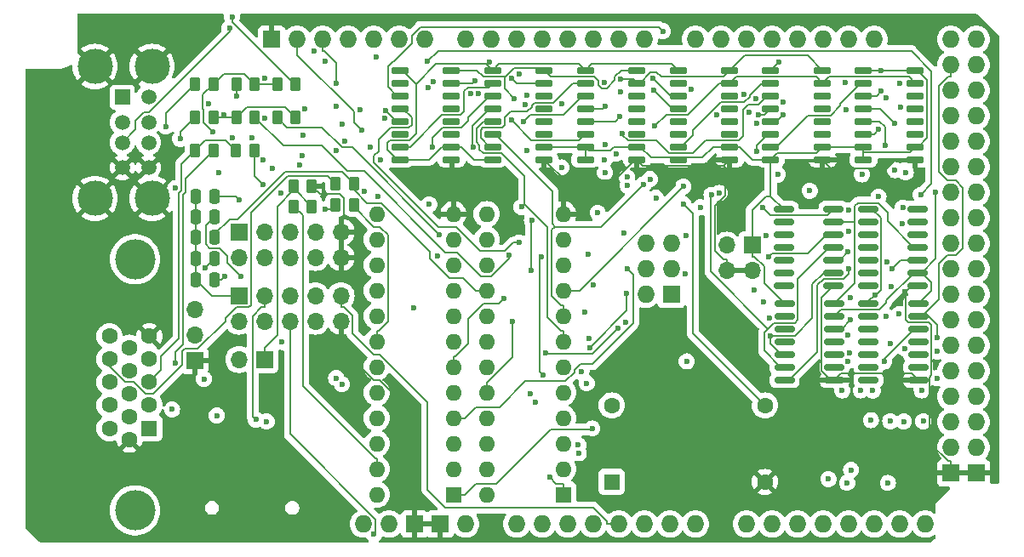
<source format=gbr>
%TF.GenerationSoftware,KiCad,Pcbnew,8.0.4+dfsg-1*%
%TF.CreationDate,2024-12-19T01:54:21-05:00*%
%TF.ProjectId,VGA_SRAM_Shield,5647415f-5352-4414-9d5f-536869656c64,rev?*%
%TF.SameCoordinates,Original*%
%TF.FileFunction,Copper,L4,Bot*%
%TF.FilePolarity,Positive*%
%FSLAX46Y46*%
G04 Gerber Fmt 4.6, Leading zero omitted, Abs format (unit mm)*
G04 Created by KiCad (PCBNEW 8.0.4+dfsg-1) date 2024-12-19 01:54:21*
%MOMM*%
%LPD*%
G01*
G04 APERTURE LIST*
G04 Aperture macros list*
%AMRoundRect*
0 Rectangle with rounded corners*
0 $1 Rounding radius*
0 $2 $3 $4 $5 $6 $7 $8 $9 X,Y pos of 4 corners*
0 Add a 4 corners polygon primitive as box body*
4,1,4,$2,$3,$4,$5,$6,$7,$8,$9,$2,$3,0*
0 Add four circle primitives for the rounded corners*
1,1,$1+$1,$2,$3*
1,1,$1+$1,$4,$5*
1,1,$1+$1,$6,$7*
1,1,$1+$1,$8,$9*
0 Add four rect primitives between the rounded corners*
20,1,$1+$1,$2,$3,$4,$5,0*
20,1,$1+$1,$4,$5,$6,$7,0*
20,1,$1+$1,$6,$7,$8,$9,0*
20,1,$1+$1,$8,$9,$2,$3,0*%
G04 Aperture macros list end*
%TA.AperFunction,ComponentPad*%
%ADD10O,1.727200X1.727200*%
%TD*%
%TA.AperFunction,ComponentPad*%
%ADD11R,1.727200X1.727200*%
%TD*%
%TA.AperFunction,ComponentPad*%
%ADD12R,1.700000X1.700000*%
%TD*%
%TA.AperFunction,ComponentPad*%
%ADD13O,1.700000X1.700000*%
%TD*%
%TA.AperFunction,ComponentPad*%
%ADD14R,1.500000X1.500000*%
%TD*%
%TA.AperFunction,ComponentPad*%
%ADD15C,1.500000*%
%TD*%
%TA.AperFunction,ComponentPad*%
%ADD16C,3.500000*%
%TD*%
%TA.AperFunction,ComponentPad*%
%ADD17C,4.000000*%
%TD*%
%TA.AperFunction,ComponentPad*%
%ADD18R,1.600000X1.600000*%
%TD*%
%TA.AperFunction,ComponentPad*%
%ADD19C,1.600000*%
%TD*%
%TA.AperFunction,ComponentPad*%
%ADD20O,1.600000X1.600000*%
%TD*%
%TA.AperFunction,SMDPad,CuDef*%
%ADD21RoundRect,0.150000X0.725000X0.150000X-0.725000X0.150000X-0.725000X-0.150000X0.725000X-0.150000X0*%
%TD*%
%TA.AperFunction,SMDPad,CuDef*%
%ADD22RoundRect,0.250000X-0.250000X-0.475000X0.250000X-0.475000X0.250000X0.475000X-0.250000X0.475000X0*%
%TD*%
%TA.AperFunction,SMDPad,CuDef*%
%ADD23RoundRect,0.250000X0.262500X0.450000X-0.262500X0.450000X-0.262500X-0.450000X0.262500X-0.450000X0*%
%TD*%
%TA.AperFunction,SMDPad,CuDef*%
%ADD24RoundRect,0.250000X-0.262500X-0.450000X0.262500X-0.450000X0.262500X0.450000X-0.262500X0.450000X0*%
%TD*%
%TA.AperFunction,SMDPad,CuDef*%
%ADD25RoundRect,0.150000X0.825000X0.150000X-0.825000X0.150000X-0.825000X-0.150000X0.825000X-0.150000X0*%
%TD*%
%TA.AperFunction,ViaPad*%
%ADD26C,0.600000*%
%TD*%
%TA.AperFunction,Conductor*%
%ADD27C,0.200000*%
%TD*%
G04 APERTURE END LIST*
D10*
%TO.P,A1,3V3,3.3V*%
%TO.N,3.3V*%
X63195200Y-181991000D03*
%TO.P,A1,5V1,5V*%
%TO.N,5V*%
X65735200Y-181991000D03*
%TO.P,A1,5V2*%
%TO.N,N/C*%
X93802200Y-154051000D03*
%TO.P,A1,5V3,5V*%
%TO.N,5V*%
X121615200Y-133731000D03*
%TO.P,A1,5V4,5V*%
X124155200Y-133731000D03*
%TO.P,A1,A0,A0*%
%TO.N,Net-(J1-Pin_2)*%
X78435200Y-181991000D03*
%TO.P,A1,A1,A1*%
%TO.N,Net-(J1-Pin_3)*%
X80975200Y-181991000D03*
%TO.P,A1,A2,A2*%
%TO.N,Net-(J1-Pin_4)*%
X83515200Y-181991000D03*
%TO.P,A1,A3,A3*%
%TO.N,Net-(J1-Pin_5)*%
X86055200Y-181991000D03*
%TO.P,A1,A4,A4*%
%TO.N,Net-(J1-Pin_9)*%
X88595200Y-181991000D03*
%TO.P,A1,A5,A5*%
%TO.N,Net-(J1-Pin_8)*%
X91135200Y-181991000D03*
%TO.P,A1,A6,A6*%
%TO.N,Net-(J1-Pin_7)*%
X93675200Y-181991000D03*
%TO.P,A1,A7,A7*%
%TO.N,Net-(J1-Pin_6)*%
X96215200Y-181991000D03*
%TO.P,A1,A8,A8*%
%TO.N,DATA11*%
X101295200Y-181991000D03*
%TO.P,A1,A9,A9*%
%TO.N,DATA12*%
X103835200Y-181991000D03*
%TO.P,A1,A10,A10*%
%TO.N,DATA13*%
X106375200Y-181991000D03*
%TO.P,A1,A11,A11*%
%TO.N,DATA14*%
X108915200Y-181991000D03*
%TO.P,A1,CANR,CANRX*%
%TO.N,unconnected-(A1-CANRX-PadCANR)*%
X116535200Y-181991000D03*
%TO.P,A1,CANT,CANTX*%
%TO.N,unconnected-(A1-CANTX-PadCANT)*%
X119075200Y-181991000D03*
%TO.P,A1,D0,D0/RX0*%
%TO.N,unconnected-(A1-D0{slash}RX0-PadD0)*%
X91135200Y-133731000D03*
%TO.P,A1,D1,D1/TX0*%
%TO.N,unconnected-(A1-D1{slash}TX0-PadD1)*%
X88595200Y-133731000D03*
%TO.P,A1,D2,D2*%
%TO.N,/MCU OE*%
X86055200Y-133731000D03*
%TO.P,A1,D3,D3*%
%TO.N,/MCU CE*%
X83515200Y-133731000D03*
%TO.P,A1,D4,D4_CS1*%
%TO.N,/MCU WE*%
X80975200Y-133731000D03*
%TO.P,A1,D5,D5*%
%TO.N,RESOLUTION*%
X78435200Y-133731000D03*
%TO.P,A1,D6,D6*%
%TO.N,Net-(A1-PadD6)*%
X75895200Y-133731000D03*
%TO.P,A1,D7,D7*%
%TO.N,Net-(A1-PadD7)*%
X73355200Y-133731000D03*
%TO.P,A1,D8,D8*%
%TO.N,D0*%
X69291200Y-133731000D03*
%TO.P,A1,D9,D9*%
%TO.N,D1*%
X66751200Y-133731000D03*
%TO.P,A1,D10,D10_CS0*%
%TO.N,SD_CS*%
X64211200Y-133731000D03*
%TO.P,A1,D11,D11*%
%TO.N,MCUMEMADDR7*%
X61671200Y-133731000D03*
%TO.P,A1,D12,D12*%
%TO.N,MCUMEMADDR8*%
X59131200Y-133731000D03*
%TO.P,A1,D13,D13*%
%TO.N,D2*%
X56591200Y-133731000D03*
%TO.P,A1,D14,D14/TX3*%
%TO.N,MCUMEMADDR4*%
X96215200Y-133731000D03*
%TO.P,A1,D15,D15/RX3*%
%TO.N,MCUMEMADDR5*%
X98755200Y-133731000D03*
%TO.P,A1,D16,D16/TX2*%
%TO.N,Net-(A1-D16{slash}TX2)*%
X101295200Y-133731000D03*
%TO.P,A1,D17,D17/RX2*%
%TO.N,Net-(A1-D17{slash}RX2)*%
X103835200Y-133731000D03*
%TO.P,A1,D18,D18/TX1*%
%TO.N,Net-(A1-D18{slash}TX1)*%
X106375200Y-133731000D03*
%TO.P,A1,D19,D19/RX1*%
%TO.N,Net-(A1-D19{slash}RX1)*%
X108915200Y-133731000D03*
%TO.P,A1,D20,D20/SDA*%
%TO.N,unconnected-(A1-D20{slash}SDA-PadD20)*%
X111455200Y-133731000D03*
%TO.P,A1,D21,D21/SCL*%
%TO.N,unconnected-(A1-D21{slash}SCL-PadD21)*%
X113995200Y-133731000D03*
%TO.P,A1,D22,D22*%
%TO.N,~{SCREEN_VISIBLE}*%
X121615200Y-136271000D03*
%TO.P,A1,D23,D23*%
%TO.N,~{V_VISIBLE}*%
X124155200Y-136271000D03*
%TO.P,A1,D24,D24*%
%TO.N,H_VISIBLE*%
X121615200Y-138811000D03*
%TO.P,A1,D25,D25*%
%TO.N,MCUMEMADDR0*%
X124155200Y-138811000D03*
%TO.P,A1,D26,D26*%
%TO.N,MCUMEMADDR1*%
X121615200Y-141351000D03*
%TO.P,A1,D27,D27*%
%TO.N,MCUMEMADDR2*%
X124155200Y-141351000D03*
%TO.P,A1,D28,D28*%
%TO.N,MCUMEMADDR3*%
X121615200Y-143891000D03*
%TO.P,A1,D29,D29*%
%TO.N,MCUMEMADDR6*%
X124155200Y-143891000D03*
%TO.P,A1,D30,D30*%
%TO.N,MCUMEMADDR9*%
X121615200Y-146431000D03*
%TO.P,A1,D31,D31*%
%TO.N,D3*%
X124155200Y-146431000D03*
%TO.P,A1,D32,D32*%
%TO.N,MCUMEMADDR10*%
X121615200Y-148971000D03*
%TO.P,A1,D33,D33*%
%TO.N,MCUMEMADDR11*%
X124155200Y-148971000D03*
%TO.P,A1,D34,D34*%
%TO.N,MCUMEMADDR12*%
X121615200Y-151511000D03*
%TO.P,A1,D35,D35*%
%TO.N,MCUMEMADDR13*%
X124155200Y-151511000D03*
%TO.P,A1,D36,D36*%
%TO.N,MCUMEMADDR14*%
X121615200Y-154051000D03*
%TO.P,A1,D37,D37*%
%TO.N,MCUMEMADDR15*%
X124155200Y-154051000D03*
%TO.P,A1,D38,D38*%
%TO.N,MCUMEMADDR16*%
X121615200Y-156591000D03*
%TO.P,A1,D39,D39*%
%TO.N,MCUMEMADDR17*%
X124155200Y-156591000D03*
%TO.P,A1,D40,D40*%
%TO.N,MCUMEMADDR18*%
X121615200Y-159131000D03*
%TO.P,A1,D41,D41*%
%TO.N,MCUMEMADDR19*%
X124155200Y-159131000D03*
%TO.P,A1,D42,D42*%
%TO.N,D4*%
X121615200Y-161671000D03*
%TO.P,A1,D43,D43*%
%TO.N,D5*%
X124155200Y-161671000D03*
%TO.P,A1,D44,D44*%
%TO.N,DATA7*%
X121615200Y-164211000D03*
%TO.P,A1,D45,D45*%
%TO.N,DATA6*%
X124155200Y-164211000D03*
%TO.P,A1,D46,D46*%
%TO.N,DATA5*%
X121615200Y-166751000D03*
%TO.P,A1,D47,D47*%
%TO.N,DATA4*%
X124155200Y-166751000D03*
%TO.P,A1,D48,D48*%
%TO.N,DATA3*%
X121615200Y-169291000D03*
%TO.P,A1,D49,D49*%
%TO.N,DATA2*%
X124155200Y-169291000D03*
%TO.P,A1,D50,D50*%
%TO.N,DATA1*%
X121615200Y-171831000D03*
%TO.P,A1,D51,D51*%
%TO.N,DATA0*%
X124155200Y-171831000D03*
%TO.P,A1,D52,D52_CS2*%
%TO.N,DATA15*%
X121615200Y-174371000D03*
%TO.P,A1,D53,D53*%
%TO.N,DATA8*%
X124155200Y-174371000D03*
%TO.P,A1,DAC0,DAC0*%
%TO.N,DATA9*%
X111455200Y-181991000D03*
%TO.P,A1,DAC1,DAC1*%
%TO.N,DATA10*%
X113995200Y-181991000D03*
D11*
%TO.P,A1,GND1,GND*%
%TO.N,GND*%
X54051200Y-133731000D03*
%TO.P,A1,GND2,GND*%
X68275200Y-181991000D03*
%TO.P,A1,GND3,GND*%
X70815200Y-181991000D03*
%TO.P,A1,GND4*%
%TO.N,N/C*%
X93802200Y-159131000D03*
%TO.P,A1,GND5,GND*%
%TO.N,GND*%
X121615200Y-176911000D03*
%TO.P,A1,GND6,GND*%
X124155200Y-176911000D03*
D10*
%TO.P,A1,MISO*%
%TO.N,N/C*%
X91262200Y-154051000D03*
%TO.P,A1,MOSI*%
X93802200Y-156591000D03*
%TO.P,A1,RST2*%
X91262200Y-159131000D03*
%TO.P,A1,SCK*%
X91262200Y-156591000D03*
%TO.P,A1,VIN,VIN*%
%TO.N,PWR*%
X73355200Y-181991000D03*
%TD*%
D12*
%TO.P,J2,1,Pin_1*%
%TO.N,PWR*%
X101845500Y-154231800D03*
D13*
%TO.P,J2,2,Pin_2*%
X99305500Y-154231800D03*
%TO.P,J2,3,Pin_3*%
%TO.N,GND*%
X101845500Y-156771800D03*
%TO.P,J2,4,Pin_4*%
X99305500Y-156771800D03*
%TD*%
D12*
%TO.P,J6,1,Pin_1*%
%TO.N,GND*%
X46400000Y-165700000D03*
D13*
%TO.P,J6,2,Pin_2*%
%TO.N,Net-(J6-Pin_2)*%
X46400000Y-163160000D03*
%TO.P,J6,3,Pin_3*%
X46400000Y-160620000D03*
%TD*%
D12*
%TO.P,J1,1,Pin_1*%
%TO.N,PWR*%
X50800000Y-159258000D03*
D13*
%TO.P,J1,2,Pin_2*%
%TO.N,Net-(J1-Pin_2)*%
X50800000Y-161798000D03*
%TO.P,J1,3,Pin_3*%
%TO.N,Net-(J1-Pin_3)*%
X53340000Y-159258000D03*
%TO.P,J1,4,Pin_4*%
%TO.N,Net-(J1-Pin_4)*%
X53340000Y-161798000D03*
%TO.P,J1,5,Pin_5*%
%TO.N,Net-(J1-Pin_5)*%
X55880000Y-159258000D03*
%TO.P,J1,6,Pin_6*%
%TO.N,Net-(J1-Pin_6)*%
X55880000Y-161798000D03*
%TO.P,J1,7,Pin_7*%
%TO.N,Net-(J1-Pin_7)*%
X58420000Y-159258000D03*
%TO.P,J1,8,Pin_8*%
%TO.N,Net-(J1-Pin_8)*%
X58420000Y-161798000D03*
%TO.P,J1,9,Pin_9*%
%TO.N,Net-(J1-Pin_9)*%
X60960000Y-159258000D03*
%TO.P,J1,10,Pin_10*%
%TO.N,GND*%
X60960000Y-161798000D03*
%TD*%
D14*
%TO.P,J5,1,VBUS1*%
%TO.N,PWR*%
X39194300Y-139502000D03*
D15*
%TO.P,J5,2,D1-*%
%TO.N,Net-(A1-D18{slash}TX1)*%
X39194300Y-142002000D03*
%TO.P,J5,3,D1+*%
%TO.N,Net-(A1-D19{slash}RX1)*%
X39194300Y-144002000D03*
%TO.P,J5,4,GND1*%
%TO.N,GND*%
X39194300Y-146502000D03*
%TO.P,J5,5,VBUS2*%
%TO.N,PWR*%
X41814300Y-139502000D03*
%TO.P,J5,6,D2-*%
%TO.N,Net-(A1-D16{slash}TX2)*%
X41814300Y-142002000D03*
%TO.P,J5,7,D2+*%
%TO.N,Net-(A1-D17{slash}RX2)*%
X41814300Y-144002000D03*
%TO.P,J5,8,GND2*%
%TO.N,GND*%
X41814300Y-146502000D03*
D16*
%TO.P,J5,9,Shield*%
X36484300Y-136432000D03*
X36484300Y-149572000D03*
X42164300Y-136432000D03*
X42164300Y-149572000D03*
%TD*%
D17*
%TO.P,J3,0*%
%TO.N,N/C*%
X40470000Y-155633000D03*
X40470000Y-180633000D03*
D18*
%TO.P,J3,1*%
%TO.N,Net-(J3-Pad1)*%
X41890000Y-172448000D03*
D19*
%TO.P,J3,2*%
%TO.N,Net-(J3-Pad2)*%
X41890000Y-170158000D03*
%TO.P,J3,3*%
%TO.N,Net-(J3-Pad3)*%
X41890000Y-167868000D03*
%TO.P,J3,4*%
%TO.N,unconnected-(J3-Pad4)*%
X41890000Y-165578000D03*
%TO.P,J3,5*%
%TO.N,GND*%
X41890000Y-163288000D03*
%TO.P,J3,6*%
X39910000Y-173593000D03*
%TO.P,J3,7*%
X39910000Y-171303000D03*
%TO.P,J3,8*%
X39910000Y-169013000D03*
%TO.P,J3,9*%
%TO.N,unconnected-(J3-Pad9)*%
X39910000Y-166723000D03*
%TO.P,J3,10*%
%TO.N,GND*%
X39910000Y-164433000D03*
%TO.P,J3,11*%
%TO.N,unconnected-(J3-Pad11)*%
X37930000Y-172448000D03*
%TO.P,J3,12*%
%TO.N,unconnected-(J3-Pad12)*%
X37930000Y-170158000D03*
%TO.P,J3,13*%
%TO.N,Net-(J3-Pad13)*%
X37930000Y-167868000D03*
%TO.P,J3,14*%
%TO.N,Net-(J3-Pad14)*%
X37930000Y-165578000D03*
%TO.P,J3,15*%
%TO.N,unconnected-(J3-Pad15)*%
X37930000Y-163288000D03*
%TD*%
D18*
%TO.P,X1,1,NC*%
%TO.N,unconnected-(X1-NC-Pad1)*%
X87884000Y-177800000D03*
D19*
%TO.P,X1,7,GND*%
%TO.N,GND*%
X103124000Y-177800000D03*
%TO.P,X1,8,OUT*%
%TO.N,H_CLK*%
X103124000Y-170180000D03*
%TO.P,X1,14,Vcc*%
%TO.N,PWR*%
X87884000Y-170180000D03*
%TD*%
D18*
%TO.P,U8,1,I1*%
%TO.N,A0*%
X72136000Y-179070000D03*
D20*
%TO.P,U8,2,I2*%
%TO.N,A1*%
X72136000Y-176530000D03*
%TO.P,U8,3,I3*%
%TO.N,A2*%
X72136000Y-173990000D03*
%TO.P,U8,4,I4*%
%TO.N,A3*%
X72136000Y-171450000D03*
%TO.P,U8,5,I5*%
%TO.N,A4*%
X72136000Y-168910000D03*
%TO.P,U8,6,I6*%
%TO.N,A5*%
X72136000Y-166370000D03*
%TO.P,U8,7,I7*%
%TO.N,A6*%
X72136000Y-163830000D03*
%TO.P,U8,8,I8*%
%TO.N,A7*%
X72136000Y-161290000D03*
%TO.P,U8,9,I9*%
%TO.N,A8*%
X72136000Y-158750000D03*
%TO.P,U8,10,I10*%
%TO.N,A9*%
X72136000Y-156210000D03*
%TO.P,U8,11,I11*%
%TO.N,unconnected-(U8-I11-Pad11)*%
X72136000Y-153670000D03*
%TO.P,U8,12,GND*%
%TO.N,GND*%
X72136000Y-151130000D03*
%TO.P,U8,13,I13*%
%TO.N,unconnected-(U8-I13-Pad13)*%
X64516000Y-151130000D03*
%TO.P,U8,14,IO14*%
%TO.N,unconnected-(U8-IO14-Pad14)*%
X64516000Y-153670000D03*
%TO.P,U8,15,IO15*%
%TO.N,unconnected-(U8-IO15-Pad15)*%
X64516000Y-156210000D03*
%TO.P,U8,16,IO16*%
%TO.N,H_VISIBLE*%
X64516000Y-158750000D03*
%TO.P,U8,17,IO17*%
%TO.N,unconnected-(U8-IO17-Pad17)*%
X64516000Y-161290000D03*
%TO.P,U8,18,IO18*%
%TO.N,~{H_SYNC}*%
X64516000Y-163830000D03*
%TO.P,U8,19,IO19*%
%TO.N,unconnected-(U8-IO19-Pad19)*%
X64516000Y-166370000D03*
%TO.P,U8,20,IO20*%
%TO.N,Net-(U3-~{MR})*%
X64516000Y-168910000D03*
%TO.P,U8,21,IO21*%
%TO.N,unconnected-(U8-IO21-Pad21)*%
X64516000Y-171450000D03*
%TO.P,U8,22,IO22*%
%TO.N,unconnected-(U8-IO22-Pad22)*%
X64516000Y-173990000D03*
%TO.P,U8,23,IO23*%
%TO.N,Net-(U8-IO23)*%
X64516000Y-176530000D03*
%TO.P,U8,24,VCC*%
%TO.N,PWR*%
X64516000Y-179070000D03*
%TD*%
D12*
%TO.P,JP1,1,A*%
%TO.N,RESOLUTION*%
X53345000Y-165608000D03*
D13*
%TO.P,JP1,2,B*%
%TO.N,PWR*%
X50805000Y-165608000D03*
%TD*%
D18*
%TO.P,U9,1,I1*%
%TO.N,Net-(U5-Q0)*%
X83058000Y-179070000D03*
D20*
%TO.P,U9,2,I2*%
%TO.N,A10*%
X83058000Y-176530000D03*
%TO.P,U9,3,I3*%
%TO.N,A11*%
X83058000Y-173990000D03*
%TO.P,U9,4,I4*%
%TO.N,A12*%
X83058000Y-171450000D03*
%TO.P,U9,5,I5*%
%TO.N,A13*%
X83058000Y-168910000D03*
%TO.P,U9,6,I6*%
%TO.N,A14*%
X83058000Y-166370000D03*
%TO.P,U9,7,I7*%
%TO.N,A15*%
X83058000Y-163830000D03*
%TO.P,U9,8,I8*%
%TO.N,A16*%
X83058000Y-161290000D03*
%TO.P,U9,9,I9*%
%TO.N,A17*%
X83058000Y-158750000D03*
%TO.P,U9,10,I10*%
%TO.N,A18*%
X83058000Y-156210000D03*
%TO.P,U9,11,I11*%
%TO.N,H_VISIBLE*%
X83058000Y-153670000D03*
%TO.P,U9,12,GND*%
%TO.N,GND*%
X83058000Y-151130000D03*
%TO.P,U9,13,I13*%
%TO.N,unconnected-(U9-I13-Pad13)*%
X75438000Y-151130000D03*
%TO.P,U9,14,IO14*%
%TO.N,~{V_VISIBLE}*%
X75438000Y-153670000D03*
%TO.P,U9,15,IO15*%
%TO.N,V_FRONT_PORCH*%
X75438000Y-156210000D03*
%TO.P,U9,16,IO16*%
%TO.N,~{V_SYNC}*%
X75438000Y-158750000D03*
%TO.P,U9,17,IO17*%
%TO.N,unconnected-(U9-IO17-Pad17)*%
X75438000Y-161290000D03*
%TO.P,U9,18,IO18*%
%TO.N,unconnected-(U9-IO18-Pad18)*%
X75438000Y-163830000D03*
%TO.P,U9,19,IO19*%
%TO.N,unconnected-(U9-IO19-Pad19)*%
X75438000Y-166370000D03*
%TO.P,U9,20,IO20*%
%TO.N,~{V_RESET}*%
X75438000Y-168910000D03*
%TO.P,U9,21,IO21*%
%TO.N,~{SCREEN_VISIBLE}*%
X75438000Y-171450000D03*
%TO.P,U9,22,IO22*%
%TO.N,unconnected-(U9-IO22-Pad22)*%
X75438000Y-173990000D03*
%TO.P,U9,23,IO23*%
%TO.N,Net-(U8-IO23)*%
X75438000Y-176530000D03*
%TO.P,U9,24,VCC*%
%TO.N,PWR*%
X75438000Y-179070000D03*
%TD*%
D12*
%TO.P,J7,1,Pin_1*%
%TO.N,5V*%
X50800000Y-152908000D03*
D13*
%TO.P,J7,2,Pin_2*%
%TO.N,3.3V*%
X50800000Y-155448000D03*
%TO.P,J7,3,Pin_3*%
%TO.N,D0*%
X53340000Y-152908000D03*
%TO.P,J7,4,Pin_4*%
%TO.N,D1*%
X53340000Y-155448000D03*
%TO.P,J7,5,Pin_5*%
%TO.N,D2*%
X55880000Y-152908000D03*
%TO.P,J7,6,Pin_6*%
%TO.N,D3*%
X55880000Y-155448000D03*
%TO.P,J7,7,Pin_7*%
%TO.N,D4*%
X58420000Y-152908000D03*
%TO.P,J7,8,Pin_8*%
%TO.N,D5*%
X58420000Y-155448000D03*
%TO.P,J7,9,Pin_9*%
%TO.N,GND*%
X60960000Y-152908000D03*
%TO.P,J7,10,Pin_10*%
X60960000Y-155448000D03*
%TD*%
D21*
%TO.P,U10,1,~{MR}*%
%TO.N,PWR*%
X118074000Y-136812600D03*
%TO.P,U10,2,CP*%
%TO.N,H_CLK*%
X118074000Y-138082600D03*
%TO.P,U10,3,D0*%
%TO.N,unconnected-(U10-D0-Pad3)*%
X118074000Y-139352600D03*
%TO.P,U10,4,D1*%
%TO.N,unconnected-(U10-D1-Pad4)*%
X118074000Y-140622600D03*
%TO.P,U10,5,D2*%
%TO.N,unconnected-(U10-D2-Pad5)*%
X118074000Y-141892600D03*
%TO.P,U10,6,D3*%
%TO.N,unconnected-(U10-D3-Pad6)*%
X118074000Y-143162600D03*
%TO.P,U10,7,CEP*%
%TO.N,PWR*%
X118074000Y-144432600D03*
%TO.P,U10,8,GND*%
%TO.N,GND*%
X118074000Y-145702600D03*
%TO.P,U10,9,~{PE}*%
%TO.N,PWR*%
X112924000Y-145702600D03*
%TO.P,U10,10,CET*%
X112924000Y-144432600D03*
%TO.P,U10,11,Q3*%
%TO.N,A3*%
X112924000Y-143162600D03*
%TO.P,U10,12,Q2*%
%TO.N,A2*%
X112924000Y-141892600D03*
%TO.P,U10,13,Q1*%
%TO.N,A1*%
X112924000Y-140622600D03*
%TO.P,U10,14,Q0*%
%TO.N,A0*%
X112924000Y-139352600D03*
%TO.P,U10,15,TC*%
%TO.N,Net-(U10-TC)*%
X112924000Y-138082600D03*
%TO.P,U10,16,VCC*%
%TO.N,PWR*%
X112924000Y-136812600D03*
%TD*%
D22*
%TO.P,C8,1*%
%TO.N,PWR*%
X46482000Y-157632400D03*
%TO.P,C8,2*%
%TO.N,~{SCREEN_VISIBLE}*%
X48382000Y-157632400D03*
%TD*%
D21*
%TO.P,U4,1,~{MR}*%
%TO.N,Net-(U3-~{MR})*%
X99625200Y-136812600D03*
%TO.P,U4,2,CP*%
%TO.N,H_CLK*%
X99625200Y-138082600D03*
%TO.P,U4,3,D0*%
%TO.N,unconnected-(U4-D0-Pad3)*%
X99625200Y-139352600D03*
%TO.P,U4,4,D1*%
%TO.N,unconnected-(U4-D1-Pad4)*%
X99625200Y-140622600D03*
%TO.P,U4,5,D2*%
%TO.N,unconnected-(U4-D2-Pad5)*%
X99625200Y-141892600D03*
%TO.P,U4,6,D3*%
%TO.N,unconnected-(U4-D3-Pad6)*%
X99625200Y-143162600D03*
%TO.P,U4,7,CEP*%
%TO.N,PWR*%
X99625200Y-144432600D03*
%TO.P,U4,8,GND*%
%TO.N,GND*%
X99625200Y-145702600D03*
%TO.P,U4,9,~{PE}*%
%TO.N,PWR*%
X94475200Y-145702600D03*
%TO.P,U4,10,CET*%
%TO.N,Net-(U3-TC)*%
X94475200Y-144432600D03*
%TO.P,U4,11,Q3*%
%TO.N,unconnected-(U4-Q3-Pad11)*%
X94475200Y-143162600D03*
%TO.P,U4,12,Q2*%
%TO.N,unconnected-(U4-Q2-Pad12)*%
X94475200Y-141892600D03*
%TO.P,U4,13,Q1*%
%TO.N,A9*%
X94475200Y-140622600D03*
%TO.P,U4,14,Q0*%
%TO.N,A8*%
X94475200Y-139352600D03*
%TO.P,U4,15,TC*%
%TO.N,unconnected-(U4-TC-Pad15)*%
X94475200Y-138082600D03*
%TO.P,U4,16,VCC*%
%TO.N,PWR*%
X94475200Y-136812600D03*
%TD*%
D23*
%TO.P,R1,1*%
%TO.N,Net-(U2-B1)*%
X48260000Y-144780000D03*
%TO.P,R1,2*%
%TO.N,Net-(J3-Pad3)*%
X46435000Y-144780000D03*
%TD*%
D22*
%TO.P,C7,1*%
%TO.N,PWR*%
X46482000Y-155549600D03*
%TO.P,C7,2*%
%TO.N,~{V_RESET}*%
X48382000Y-155549600D03*
%TD*%
D24*
%TO.P,R8,1*%
%TO.N,Net-(U2-B6)*%
X50546000Y-138176000D03*
%TO.P,R8,2*%
%TO.N,Net-(J3-Pad1)*%
X52371000Y-138176000D03*
%TD*%
D25*
%TO.P,U19,1*%
%TO.N,/MCU OE*%
X109934800Y-150622000D03*
%TO.P,U19,2*%
%TO.N,~{MCU OE}*%
X109934800Y-151892000D03*
%TO.P,U19,3*%
%TO.N,/MCU CE*%
X109934800Y-153162000D03*
%TO.P,U19,4*%
%TO.N,Net-(U11-CE)*%
X109934800Y-154432000D03*
%TO.P,U19,5*%
%TO.N,/MCU WE*%
X109934800Y-155702000D03*
%TO.P,U19,6*%
%TO.N,Net-(U1-~{WE})*%
X109934800Y-156972000D03*
%TO.P,U19,7,GND*%
%TO.N,GND*%
X109934800Y-158242000D03*
%TO.P,U19,8*%
%TO.N,unconnected-(U19-Pad8)*%
X104984800Y-158242000D03*
%TO.P,U19,9*%
%TO.N,unconnected-(U19-Pad9)*%
X104984800Y-156972000D03*
%TO.P,U19,10*%
%TO.N,unconnected-(U19-Pad10)*%
X104984800Y-155702000D03*
%TO.P,U19,11*%
%TO.N,unconnected-(U19-Pad11)*%
X104984800Y-154432000D03*
%TO.P,U19,12*%
%TO.N,unconnected-(U19-Pad12)*%
X104984800Y-153162000D03*
%TO.P,U19,13*%
%TO.N,unconnected-(U19-Pad13)*%
X104984800Y-151892000D03*
%TO.P,U19,14,VCC*%
%TO.N,PWR*%
X104984800Y-150622000D03*
%TD*%
D21*
%TO.P,U5,1,~{MR}*%
%TO.N,~{V_RESET}*%
X90400800Y-136812600D03*
%TO.P,U5,2,CP*%
%TO.N,Net-(U3-~{MR})*%
X90400800Y-138082600D03*
%TO.P,U5,3,D0*%
%TO.N,unconnected-(U5-D0-Pad3)*%
X90400800Y-139352600D03*
%TO.P,U5,4,D1*%
%TO.N,unconnected-(U5-D1-Pad4)*%
X90400800Y-140622600D03*
%TO.P,U5,5,D2*%
%TO.N,unconnected-(U5-D2-Pad5)*%
X90400800Y-141892600D03*
%TO.P,U5,6,D3*%
%TO.N,unconnected-(U5-D3-Pad6)*%
X90400800Y-143162600D03*
%TO.P,U5,7,CEP*%
%TO.N,PWR*%
X90400800Y-144432600D03*
%TO.P,U5,8,GND*%
%TO.N,GND*%
X90400800Y-145702600D03*
%TO.P,U5,9,~{PE}*%
%TO.N,PWR*%
X85250800Y-145702600D03*
%TO.P,U5,10,CET*%
X85250800Y-144432600D03*
%TO.P,U5,11,Q3*%
%TO.N,A12*%
X85250800Y-143162600D03*
%TO.P,U5,12,Q2*%
%TO.N,A11*%
X85250800Y-141892600D03*
%TO.P,U5,13,Q1*%
%TO.N,A10*%
X85250800Y-140622600D03*
%TO.P,U5,14,Q0*%
%TO.N,Net-(U5-Q0)*%
X85250800Y-139352600D03*
%TO.P,U5,15,TC*%
%TO.N,Net-(U5-TC)*%
X85250800Y-138082600D03*
%TO.P,U5,16,VCC*%
%TO.N,PWR*%
X85250800Y-136812600D03*
%TD*%
D23*
%TO.P,R4,1*%
%TO.N,Net-(U2-B5)*%
X56435000Y-138176000D03*
%TO.P,R4,2*%
%TO.N,Net-(J3-Pad1)*%
X54610000Y-138176000D03*
%TD*%
D25*
%TO.P,U16,1*%
%TO.N,~{MCU OE}*%
X110039400Y-160045400D03*
%TO.P,U16,2*%
%TO.N,~{TIMING ADDR}*%
X110039400Y-161315400D03*
%TO.P,U16,3*%
%TO.N,~{OE}*%
X110039400Y-162585400D03*
%TO.P,U16,4*%
%TO.N,unconnected-(U16-Pad4)*%
X110039400Y-163855400D03*
%TO.P,U16,5*%
%TO.N,unconnected-(U16-Pad5)*%
X110039400Y-165125400D03*
%TO.P,U16,6*%
%TO.N,unconnected-(U16-Pad6)*%
X110039400Y-166395400D03*
%TO.P,U16,7,GND*%
%TO.N,GND*%
X110039400Y-167665400D03*
%TO.P,U16,8*%
%TO.N,Net-(U16-Pad8)*%
X105089400Y-167665400D03*
%TO.P,U16,9*%
%TO.N,Net-(U11-CE)*%
X105089400Y-166395400D03*
%TO.P,U16,10*%
%TO.N,Net-(U1-~{WE})*%
X105089400Y-165125400D03*
%TO.P,U16,11*%
%TO.N,unconnected-(U16-Pad11)*%
X105089400Y-163855400D03*
%TO.P,U16,12*%
%TO.N,unconnected-(U16-Pad12)*%
X105089400Y-162585400D03*
%TO.P,U16,13*%
%TO.N,unconnected-(U16-Pad13)*%
X105089400Y-161315400D03*
%TO.P,U16,14,VCC*%
%TO.N,PWR*%
X105089400Y-160045400D03*
%TD*%
D23*
%TO.P,R9,1*%
%TO.N,GND*%
X58062500Y-148336000D03*
%TO.P,R9,2*%
%TO.N,RESOLUTION*%
X56237500Y-148336000D03*
%TD*%
%TO.P,R2,1*%
%TO.N,Net-(U2-B0)*%
X52324000Y-144780000D03*
%TO.P,R2,2*%
%TO.N,Net-(J3-Pad3)*%
X50499000Y-144780000D03*
%TD*%
D21*
%TO.P,U3,1,~{MR}*%
%TO.N,Net-(U3-~{MR})*%
X108849600Y-136812600D03*
%TO.P,U3,2,CP*%
%TO.N,H_CLK*%
X108849600Y-138082600D03*
%TO.P,U3,3,D0*%
%TO.N,unconnected-(U3-D0-Pad3)*%
X108849600Y-139352600D03*
%TO.P,U3,4,D1*%
%TO.N,unconnected-(U3-D1-Pad4)*%
X108849600Y-140622600D03*
%TO.P,U3,5,D2*%
%TO.N,unconnected-(U3-D2-Pad5)*%
X108849600Y-141892600D03*
%TO.P,U3,6,D3*%
%TO.N,unconnected-(U3-D3-Pad6)*%
X108849600Y-143162600D03*
%TO.P,U3,7,CEP*%
%TO.N,PWR*%
X108849600Y-144432600D03*
%TO.P,U3,8,GND*%
%TO.N,GND*%
X108849600Y-145702600D03*
%TO.P,U3,9,~{PE}*%
%TO.N,PWR*%
X103699600Y-145702600D03*
%TO.P,U3,10,CET*%
%TO.N,Net-(U10-TC)*%
X103699600Y-144432600D03*
%TO.P,U3,11,Q3*%
%TO.N,A7*%
X103699600Y-143162600D03*
%TO.P,U3,12,Q2*%
%TO.N,A6*%
X103699600Y-141892600D03*
%TO.P,U3,13,Q1*%
%TO.N,A5*%
X103699600Y-140622600D03*
%TO.P,U3,14,Q0*%
%TO.N,A4*%
X103699600Y-139352600D03*
%TO.P,U3,15,TC*%
%TO.N,Net-(U3-TC)*%
X103699600Y-138082600D03*
%TO.P,U3,16,VCC*%
%TO.N,PWR*%
X103699600Y-136812600D03*
%TD*%
D22*
%TO.P,C5,1*%
%TO.N,PWR*%
X46482000Y-153466800D03*
%TO.P,C5,2*%
%TO.N,~{V_SYNC}*%
X48382000Y-153466800D03*
%TD*%
D25*
%TO.P,U15,1*%
%TO.N,~{TIMING ADDR}*%
X118364000Y-160020000D03*
%TO.P,U15,2*%
%TO.N,~{SCREEN_VISIBLE}*%
X118364000Y-161290000D03*
%TO.P,U15,3*%
%TO.N,~{VGA_OUT}*%
X118364000Y-162560000D03*
%TO.P,U15,4*%
%TO.N,unconnected-(U15-Pad4)*%
X118364000Y-163830000D03*
%TO.P,U15,5*%
%TO.N,unconnected-(U15-Pad5)*%
X118364000Y-165100000D03*
%TO.P,U15,6*%
%TO.N,unconnected-(U15-Pad6)*%
X118364000Y-166370000D03*
%TO.P,U15,7,GND*%
%TO.N,GND*%
X118364000Y-167640000D03*
%TO.P,U15,8*%
%TO.N,unconnected-(U15-Pad8)*%
X113414000Y-167640000D03*
%TO.P,U15,9*%
%TO.N,unconnected-(U15-Pad9)*%
X113414000Y-166370000D03*
%TO.P,U15,10*%
%TO.N,unconnected-(U15-Pad10)*%
X113414000Y-165100000D03*
%TO.P,U15,11*%
%TO.N,unconnected-(U15-Pad11)*%
X113414000Y-163830000D03*
%TO.P,U15,12*%
%TO.N,unconnected-(U15-Pad12)*%
X113414000Y-162560000D03*
%TO.P,U15,13*%
%TO.N,unconnected-(U15-Pad13)*%
X113414000Y-161290000D03*
%TO.P,U15,14,VCC*%
%TO.N,PWR*%
X113414000Y-160020000D03*
%TD*%
D21*
%TO.P,U6,1,~{MR}*%
%TO.N,~{V_RESET}*%
X81176400Y-136812600D03*
%TO.P,U6,2,CP*%
%TO.N,Net-(U3-~{MR})*%
X81176400Y-138082600D03*
%TO.P,U6,3,D0*%
%TO.N,unconnected-(U6-D0-Pad3)*%
X81176400Y-139352600D03*
%TO.P,U6,4,D1*%
%TO.N,unconnected-(U6-D1-Pad4)*%
X81176400Y-140622600D03*
%TO.P,U6,5,D2*%
%TO.N,unconnected-(U6-D2-Pad5)*%
X81176400Y-141892600D03*
%TO.P,U6,6,D3*%
%TO.N,unconnected-(U6-D3-Pad6)*%
X81176400Y-143162600D03*
%TO.P,U6,7,CEP*%
%TO.N,PWR*%
X81176400Y-144432600D03*
%TO.P,U6,8,GND*%
%TO.N,GND*%
X81176400Y-145702600D03*
%TO.P,U6,9,~{PE}*%
%TO.N,PWR*%
X76026400Y-145702600D03*
%TO.P,U6,10,CET*%
%TO.N,Net-(U5-TC)*%
X76026400Y-144432600D03*
%TO.P,U6,11,Q3*%
%TO.N,A16*%
X76026400Y-143162600D03*
%TO.P,U6,12,Q2*%
%TO.N,A15*%
X76026400Y-141892600D03*
%TO.P,U6,13,Q1*%
%TO.N,A14*%
X76026400Y-140622600D03*
%TO.P,U6,14,Q0*%
%TO.N,A13*%
X76026400Y-139352600D03*
%TO.P,U6,15,TC*%
%TO.N,Net-(U6-TC)*%
X76026400Y-138082600D03*
%TO.P,U6,16,VCC*%
%TO.N,PWR*%
X76026400Y-136812600D03*
%TD*%
D24*
%TO.P,R5,1*%
%TO.N,Net-(U2-B4)*%
X46435000Y-141478000D03*
%TO.P,R5,2*%
%TO.N,Net-(J3-Pad2)*%
X48260000Y-141478000D03*
%TD*%
D23*
%TO.P,R10,1*%
%TO.N,RESOLUTION*%
X58062500Y-150368000D03*
%TO.P,R10,2*%
%TO.N,Net-(U8-IO23)*%
X56237500Y-150368000D03*
%TD*%
D24*
%TO.P,R7,1*%
%TO.N,Net-(U2-B7)*%
X46435000Y-138176000D03*
%TO.P,R7,2*%
%TO.N,Net-(J3-Pad1)*%
X48260000Y-138176000D03*
%TD*%
D22*
%TO.P,C3,1*%
%TO.N,PWR*%
X46482000Y-151409400D03*
%TO.P,C3,2*%
%TO.N,~{H_SYNC}*%
X48382000Y-151409400D03*
%TD*%
D24*
%TO.P,R11,1*%
%TO.N,Net-(J3-Pad13)*%
X60405000Y-150190200D03*
%TO.P,R11,2*%
%TO.N,~{H_SYNC}*%
X62230000Y-150190200D03*
%TD*%
D25*
%TO.P,U17,1*%
%TO.N,unconnected-(U17-Pad1)*%
X118316800Y-150622000D03*
%TO.P,U17,2*%
%TO.N,unconnected-(U17-Pad2)*%
X118316800Y-151892000D03*
%TO.P,U17,3*%
%TO.N,unconnected-(U17-Pad3)*%
X118316800Y-153162000D03*
%TO.P,U17,4*%
%TO.N,~{MCU OE}*%
X118316800Y-154432000D03*
%TO.P,U17,5*%
%TO.N,Net-(U16-Pad8)*%
X118316800Y-155702000D03*
%TO.P,U17,6*%
%TO.N,~{TIMING ADDR}*%
X118316800Y-156972000D03*
%TO.P,U17,7,GND*%
%TO.N,GND*%
X118316800Y-158242000D03*
%TO.P,U17,8*%
%TO.N,unconnected-(U17-Pad8)*%
X113366800Y-158242000D03*
%TO.P,U17,9*%
%TO.N,unconnected-(U17-Pad9)*%
X113366800Y-156972000D03*
%TO.P,U17,10*%
%TO.N,unconnected-(U17-Pad10)*%
X113366800Y-155702000D03*
%TO.P,U17,11*%
%TO.N,unconnected-(U17-Pad11)*%
X113366800Y-154432000D03*
%TO.P,U17,12*%
%TO.N,unconnected-(U17-Pad12)*%
X113366800Y-153162000D03*
%TO.P,U17,13*%
%TO.N,unconnected-(U17-Pad13)*%
X113366800Y-151892000D03*
%TO.P,U17,14,VCC*%
%TO.N,PWR*%
X113366800Y-150622000D03*
%TD*%
D22*
%TO.P,C2,1*%
%TO.N,PWR*%
X46482000Y-149352000D03*
%TO.P,C2,2*%
%TO.N,H_VISIBLE*%
X48382000Y-149352000D03*
%TD*%
D23*
%TO.P,R6,1*%
%TO.N,Net-(U2-B3)*%
X52371000Y-141478000D03*
%TO.P,R6,2*%
%TO.N,Net-(J3-Pad2)*%
X50546000Y-141478000D03*
%TD*%
D24*
%TO.P,R12,1*%
%TO.N,Net-(J3-Pad14)*%
X60405000Y-148082000D03*
%TO.P,R12,2*%
%TO.N,~{V_SYNC}*%
X62230000Y-148082000D03*
%TD*%
%TO.P,R3,1*%
%TO.N,Net-(U2-B2)*%
X54610000Y-141478000D03*
%TO.P,R3,2*%
%TO.N,Net-(J3-Pad2)*%
X56435000Y-141478000D03*
%TD*%
D21*
%TO.P,U7,1,~{MR}*%
%TO.N,~{V_RESET}*%
X71952000Y-136812600D03*
%TO.P,U7,2,CP*%
%TO.N,Net-(U3-~{MR})*%
X71952000Y-138082600D03*
%TO.P,U7,3,D0*%
%TO.N,unconnected-(U7-D0-Pad3)*%
X71952000Y-139352600D03*
%TO.P,U7,4,D1*%
%TO.N,unconnected-(U7-D1-Pad4)*%
X71952000Y-140622600D03*
%TO.P,U7,5,D2*%
%TO.N,unconnected-(U7-D2-Pad5)*%
X71952000Y-141892600D03*
%TO.P,U7,6,D3*%
%TO.N,unconnected-(U7-D3-Pad6)*%
X71952000Y-143162600D03*
%TO.P,U7,7,CEP*%
%TO.N,PWR*%
X71952000Y-144432600D03*
%TO.P,U7,8,GND*%
%TO.N,GND*%
X71952000Y-145702600D03*
%TO.P,U7,9,~{PE}*%
%TO.N,PWR*%
X66802000Y-145702600D03*
%TO.P,U7,10,CET*%
%TO.N,Net-(U6-TC)*%
X66802000Y-144432600D03*
%TO.P,U7,11,Q3*%
%TO.N,unconnected-(U7-Q3-Pad11)*%
X66802000Y-143162600D03*
%TO.P,U7,12,Q2*%
%TO.N,A19*%
X66802000Y-141892600D03*
%TO.P,U7,13,Q1*%
%TO.N,A18*%
X66802000Y-140622600D03*
%TO.P,U7,14,Q0*%
%TO.N,A17*%
X66802000Y-139352600D03*
%TO.P,U7,15,TC*%
%TO.N,unconnected-(U7-TC-Pad15)*%
X66802000Y-138082600D03*
%TO.P,U7,16,VCC*%
%TO.N,PWR*%
X66802000Y-136812600D03*
%TD*%
D26*
%TO.N,PWR*%
X114055200Y-159155600D03*
X104530900Y-135981300D03*
X44476700Y-148532700D03*
X114654400Y-136810000D03*
X75756000Y-135966900D03*
%TO.N,Net-(U3-~{MR})*%
X74295400Y-137840300D03*
X77938700Y-137629300D03*
X88781100Y-137705700D03*
%TO.N,H_VISIBLE*%
X50832300Y-149730400D03*
%TO.N,~{H_SYNC}*%
X50975300Y-157305200D03*
%TO.N,~{V_RESET}*%
X78033700Y-161844200D03*
X47329200Y-167540000D03*
X78187800Y-139634000D03*
X47468800Y-156462800D03*
%TO.N,~{SCREEN_VISIBLE}*%
X120251800Y-163422900D03*
X49384100Y-157325300D03*
X53560100Y-171777500D03*
%TO.N,Net-(J1-Pin_2)*%
X55097300Y-163866100D03*
%TO.N,GND*%
X117021500Y-158853200D03*
X109686700Y-149069600D03*
%TO.N,~{V_VISIBLE}*%
X78706500Y-137167300D03*
%TO.N,Net-(A1-D19{slash}RX1)*%
X49866100Y-132620600D03*
%TO.N,SD_CS*%
X48598500Y-171178900D03*
%TO.N,Net-(J1-Pin_6)*%
X64225000Y-183025000D03*
%TO.N,Net-(J3-Pad2)*%
X49343200Y-141275600D03*
%TO.N,Net-(J3-Pad13)*%
X59386600Y-150633400D03*
%TO.N,Net-(J3-Pad1)*%
X48202500Y-142937100D03*
%TO.N,Net-(U2-B0)*%
X53167600Y-148220900D03*
%TO.N,Net-(U2-B1)*%
X111325700Y-165759600D03*
X110807800Y-168690500D03*
X44481100Y-165973700D03*
%TO.N,Net-(U2-B2)*%
X70763700Y-153166600D03*
X112658900Y-168683400D03*
X85392000Y-167966700D03*
%TO.N,Net-(U2-B3)*%
X113665000Y-171644800D03*
X102062300Y-158720300D03*
X77673000Y-155218000D03*
%TO.N,Net-(U2-B4)*%
X113848100Y-168699100D03*
X44957200Y-143642000D03*
%TO.N,Net-(U2-B5)*%
X50114000Y-131516200D03*
X116942600Y-171779900D03*
%TO.N,Net-(U2-B6)*%
X115588700Y-171756500D03*
X50546000Y-139394000D03*
X44146700Y-170580200D03*
%TO.N,Net-(U2-B7)*%
X43548900Y-142413200D03*
X118874900Y-171760900D03*
%TO.N,MEMADDR0*%
X85538500Y-155172600D03*
X89070500Y-153029400D03*
X88764300Y-138937600D03*
%TO.N,MEMADDR13*%
X79409100Y-144761400D03*
X85182700Y-160861400D03*
X115593100Y-164054100D03*
%TO.N,MEMADDR14*%
X69731100Y-150163700D03*
X120216700Y-167467800D03*
X80299800Y-169834100D03*
%TO.N,MEMADDR2*%
X87201400Y-144173600D03*
X61080900Y-142188300D03*
%TO.N,MEMADDR9*%
X111594100Y-159475600D03*
X70568100Y-155273900D03*
%TO.N,MEMADDR10*%
X82879200Y-146481300D03*
X86070700Y-158193000D03*
X115188500Y-161306300D03*
%TO.N,MEMADDR11*%
X117019700Y-164505800D03*
X85659400Y-163554600D03*
X79841900Y-156729100D03*
X79945800Y-151730900D03*
%TO.N,DATA6*%
X111687900Y-176601000D03*
X115690300Y-158339700D03*
%TO.N,MEMADDR5*%
X91681100Y-147642100D03*
X116832500Y-150484000D03*
X56865700Y-146277200D03*
%TO.N,MEMADDR4*%
X57080000Y-145345400D03*
X89403800Y-147460600D03*
%TO.N,/MCU CE*%
X103480900Y-155399400D03*
X95272500Y-153276200D03*
%TO.N,MEMADDR12*%
X120245700Y-164819500D03*
X95340900Y-165797100D03*
%TO.N,MEMADDR3*%
X87140800Y-145774000D03*
X57139600Y-143245800D03*
%TO.N,Net-(J1-Pin_3)*%
X52496700Y-171595000D03*
%TO.N,~{OE}*%
X111637200Y-161693800D03*
X111431700Y-152884000D03*
%TO.N,MEMADDR7*%
X116818400Y-152084000D03*
X92276300Y-149524500D03*
X55008800Y-149041600D03*
%TO.N,MEMADDR18*%
X111534700Y-164951400D03*
X116059200Y-146752200D03*
%TO.N,MEMADDR16*%
X104940300Y-139937300D03*
X103277600Y-153290400D03*
%TO.N,MEMADDR17*%
X103010100Y-159863300D03*
X117134000Y-146972600D03*
%TO.N,MEMADDR19*%
X111374600Y-163183500D03*
X112783100Y-147184400D03*
%TO.N,MEMADDR8*%
X118615000Y-149210900D03*
X70170400Y-137948000D03*
X69572600Y-135947500D03*
%TO.N,MEMADDR1*%
X98364600Y-141267800D03*
X57366600Y-140613900D03*
%TO.N,MEMADDR6*%
X98608400Y-149031800D03*
X54091800Y-146590900D03*
X111431700Y-150754300D03*
%TO.N,~{VGA_OUT}*%
X114965100Y-165813600D03*
%TO.N,A1*%
X116052600Y-142052900D03*
X101541400Y-140981700D03*
X84604700Y-174943000D03*
%TO.N,A2*%
X115066300Y-144309200D03*
X82945200Y-140164600D03*
X84567300Y-174131900D03*
X104394200Y-147195700D03*
%TO.N,A0*%
X87142500Y-138005600D03*
X114686500Y-138917400D03*
X85939400Y-172473600D03*
%TO.N,A3*%
X89445900Y-156561600D03*
X114452200Y-142708800D03*
X88340200Y-145129300D03*
%TO.N,H_CLK*%
X92172900Y-142386100D03*
X95028400Y-150138400D03*
%TO.N,A6*%
X87214100Y-146974300D03*
X88529200Y-162459400D03*
X104892500Y-141290000D03*
X81336500Y-164934200D03*
%TO.N,A4*%
X89388800Y-158996400D03*
X85681000Y-164433900D03*
X88968300Y-143079900D03*
%TO.N,A5*%
X77138400Y-159515600D03*
X102496300Y-141224500D03*
X79249700Y-140269500D03*
%TO.N,A7*%
X89448000Y-148293000D03*
X89252100Y-161944600D03*
X102271600Y-144894200D03*
%TO.N,A8*%
X92012300Y-137607300D03*
X73838500Y-139101400D03*
%TO.N,A9*%
X74644700Y-139143900D03*
X92090400Y-138807600D03*
%TO.N,Net-(U5-Q0)*%
X81718700Y-177324200D03*
X79128600Y-141902100D03*
%TO.N,Net-(A1-PadD6)*%
X61038700Y-168061800D03*
%TO.N,A10*%
X84880900Y-166855300D03*
X87214900Y-140406200D03*
X79439800Y-139298000D03*
%TO.N,A11*%
X65340800Y-141614800D03*
X88704600Y-141443200D03*
%TO.N,A12*%
X77883600Y-141791600D03*
X81024600Y-167150100D03*
X80891400Y-155367100D03*
%TO.N,A13*%
X79821000Y-169042000D03*
X70017500Y-144502800D03*
%TO.N,A15*%
X78915500Y-150427700D03*
%TO.N,A14*%
X74132500Y-144502800D03*
%TO.N,RESOLUTION*%
X68166500Y-160425100D03*
%TO.N,A16*%
X91052900Y-148173900D03*
X111152400Y-138048700D03*
%TO.N,A18*%
X95170200Y-157119400D03*
X111154900Y-140762300D03*
X78650600Y-153976600D03*
%TO.N,A17*%
X115183600Y-139564900D03*
X95015000Y-148394800D03*
X92958000Y-132923700D03*
%TO.N,/MCU WE*%
X111392300Y-154889200D03*
X86488500Y-150991600D03*
%TO.N,DATA7*%
X109441600Y-177513900D03*
X115265200Y-155903600D03*
%TO.N,~{TIMING ADDR}*%
X120098900Y-148912800D03*
X116553000Y-138080000D03*
%TO.N,Net-(U16-Pad8)*%
X111446100Y-156565600D03*
X115774300Y-156565600D03*
%TO.N,Net-(A1-PadD7)*%
X60480600Y-167461600D03*
%TO.N,DATA3*%
X118712300Y-168694400D03*
X116485100Y-161096000D03*
%TO.N,D2*%
X63014900Y-142777300D03*
%TO.N,DATA5*%
X111306200Y-177899100D03*
X103581500Y-161501700D03*
%TO.N,/MCU OE*%
X102935200Y-150456100D03*
X96700700Y-150456100D03*
%TO.N,MCUMEMADDR1*%
X62828100Y-140771700D03*
%TO.N,DATA2*%
X115351900Y-177895700D03*
%TO.N,MCUMEMADDR17*%
X95771300Y-138728800D03*
%TO.N,MCUMEMADDR10*%
X116626800Y-140470100D03*
X60497200Y-140441900D03*
%TO.N,Net-(U1-~{WE})*%
X103655900Y-163219500D03*
%TO.N,Net-(U11-CE)*%
X102202800Y-139604600D03*
X97808200Y-149209300D03*
X69616300Y-138556700D03*
%TO.N,MCUMEMADDR4*%
X50149400Y-143572700D03*
X58237400Y-134894800D03*
%TO.N,MCUMEMADDR7*%
X48800400Y-146970000D03*
%TO.N,MCUMEMADDR15*%
X64588600Y-149402100D03*
%TO.N,MCUMEMADDR18*%
X114413800Y-149417900D03*
%TO.N,MCUMEMADDR8*%
X60496300Y-138080000D03*
%TO.N,MCUMEMADDR6*%
X64481100Y-135494900D03*
X53207300Y-145700000D03*
%TO.N,MCUMEMADDR5*%
X59399800Y-135928700D03*
X52119500Y-143568200D03*
%TO.N,MCUMEMADDR9*%
X63901600Y-144502800D03*
%TO.N,MCUMEMADDR3*%
X53387300Y-141584300D03*
%TO.N,MCUMEMADDR11*%
X61302000Y-143893500D03*
%TO.N,MCUMEMADDR14*%
X63245500Y-148856200D03*
%TO.N,MCUMEMADDR0*%
X53393300Y-137632600D03*
%TO.N,MCUMEMADDR2*%
X47792200Y-140162300D03*
%TO.N,MCUMEMADDR16*%
X101002500Y-139204500D03*
%TO.N,MCUMEMADDR12*%
X60481600Y-144770500D03*
%TO.N,MCUMEMADDR19*%
X107578700Y-148811800D03*
%TO.N,MCUMEMADDR13*%
X64893600Y-145774100D03*
%TO.N,A19*%
X102305600Y-142068000D03*
X65425300Y-140812100D03*
%TD*%
D27*
%TO.N,Net-(J1-Pin_6)*%
X64358800Y-181509021D02*
X64358800Y-182891200D01*
X55880000Y-161798000D02*
X55880000Y-173030221D01*
X55880000Y-173030221D02*
X64358800Y-181509021D01*
X64358800Y-182891200D02*
X64225000Y-183025000D01*
%TO.N,PWR*%
X76671900Y-136167100D02*
X76026400Y-136812600D01*
X112924000Y-145702600D02*
X112924000Y-144967400D01*
X66545900Y-145702600D02*
X66802000Y-145702600D01*
X112924000Y-144967400D02*
X112924000Y-144432600D01*
X103037400Y-156334200D02*
X103037400Y-157993400D01*
X113414000Y-159796800D02*
X113414000Y-160020000D01*
X71952000Y-144432600D02*
X72926500Y-144432600D01*
X118377200Y-144432600D02*
X118074000Y-144432600D01*
X93859200Y-136196600D02*
X94475200Y-136812600D01*
X114654400Y-136812600D02*
X112924000Y-136812600D01*
X114642600Y-158698100D02*
X114185100Y-159155600D01*
X69745600Y-145702600D02*
X71015600Y-144432600D01*
X74196500Y-145702600D02*
X76026400Y-145702600D01*
X114055200Y-159155600D02*
X113414000Y-159796800D01*
X46482000Y-151409400D02*
X46482000Y-149352000D01*
X85250800Y-136812600D02*
X84605300Y-136167100D01*
X103699600Y-145702600D02*
X101864300Y-145702600D01*
X104368800Y-145033400D02*
X103699600Y-145702600D01*
X119253600Y-137749600D02*
X119253600Y-143556200D01*
X117539200Y-144967400D02*
X112924000Y-144967400D01*
X66802000Y-145702600D02*
X69745600Y-145702600D01*
X46482000Y-153466800D02*
X46482000Y-155549600D01*
X103699600Y-145702600D02*
X103699600Y-149336800D01*
X81176400Y-144432600D02*
X85250800Y-144432600D01*
X112924000Y-144432600D02*
X108849600Y-144432600D01*
X94475200Y-145502200D02*
X94475200Y-145702600D01*
X65591300Y-144748000D02*
X66545900Y-145702600D01*
X102085100Y-155381900D02*
X103037400Y-156334200D01*
X70392700Y-136206300D02*
X75420100Y-136206300D01*
X103699600Y-149336800D02*
X103205900Y-149336800D01*
X68417800Y-138181200D02*
X70392700Y-136206300D01*
X119253600Y-143556200D02*
X118377200Y-144432600D01*
X71015600Y-144432600D02*
X71952000Y-144432600D01*
X96878200Y-145502200D02*
X94475200Y-145502200D01*
X85250800Y-136812600D02*
X85866800Y-136196600D01*
X104530900Y-135981300D02*
X103699600Y-136812600D01*
X68417800Y-143123200D02*
X67743400Y-143797600D01*
X65850200Y-143797600D02*
X65591300Y-144056500D01*
X68417800Y-138181200D02*
X68417800Y-143123200D01*
X118316600Y-136812600D02*
X119253600Y-137749600D01*
X66802000Y-136812600D02*
X67049200Y-136812600D01*
X118074000Y-136812600D02*
X118316600Y-136812600D01*
X94475200Y-145502200D02*
X91794100Y-145502200D01*
X114642600Y-151491400D02*
X114642600Y-158698100D01*
X72926500Y-144432600D02*
X74196500Y-145702600D01*
X75420100Y-136206300D02*
X75468400Y-136254500D01*
X103205900Y-149336800D02*
X101845500Y-150697200D01*
X114185100Y-159155600D02*
X114055200Y-159155600D01*
X101845500Y-155381900D02*
X102085100Y-155381900D01*
X85250800Y-144432600D02*
X85250800Y-145702600D01*
X46482000Y-151409400D02*
X46482000Y-153466800D01*
X118074000Y-136812600D02*
X114654400Y-136812600D01*
X75468400Y-136254500D02*
X76026400Y-136812600D01*
X103699600Y-149336800D02*
X104984800Y-150622000D01*
X99625200Y-144432600D02*
X97947800Y-144432600D01*
X113773200Y-150622000D02*
X114642600Y-151491400D01*
X90724500Y-144432600D02*
X90400800Y-144432600D01*
X88047800Y-144432600D02*
X90400800Y-144432600D01*
X65591300Y-144056500D02*
X65591300Y-144748000D01*
X85866800Y-136196600D02*
X93859200Y-136196600D01*
X85591900Y-144773700D02*
X87706700Y-144773700D01*
X67049200Y-136812600D02*
X68417800Y-138181200D01*
X101845500Y-154231800D02*
X101845500Y-155381900D01*
X103037400Y-157993400D02*
X105089400Y-160045400D01*
X113366800Y-150622000D02*
X113773200Y-150622000D01*
X46482000Y-157632400D02*
X48107600Y-159258000D01*
X108849600Y-144432600D02*
X108248800Y-145033400D01*
X118074000Y-144432600D02*
X117539200Y-144967400D01*
X100594300Y-144432600D02*
X99625200Y-144432600D01*
X67743400Y-143797600D02*
X65850200Y-143797600D01*
X97947800Y-144432600D02*
X96878200Y-145502200D01*
X101864300Y-145702600D02*
X100594300Y-144432600D01*
X84605300Y-136167100D02*
X76671900Y-136167100D01*
X85250800Y-144432600D02*
X85591900Y-144773700D01*
X75756000Y-135966900D02*
X75468400Y-136254500D01*
X91794100Y-145502200D02*
X90724500Y-144432600D01*
X46482000Y-155549600D02*
X46482000Y-157632400D01*
X101845500Y-150697200D02*
X101845500Y-154231800D01*
X108248800Y-145033400D02*
X104368800Y-145033400D01*
X48107600Y-159258000D02*
X49649900Y-159258000D01*
X114654400Y-136812600D02*
X114654400Y-136810000D01*
X87706700Y-144773700D02*
X88047800Y-144432600D01*
X50800000Y-159258000D02*
X49649900Y-159258000D01*
%TO.N,Net-(U3-~{MR})*%
X101085500Y-135352300D02*
X99625200Y-136812600D01*
X108849600Y-136812600D02*
X107389300Y-135352300D01*
X90023900Y-137705700D02*
X90400800Y-138082600D01*
X99625200Y-136812600D02*
X98990200Y-137447600D01*
X92795800Y-137447600D02*
X92347600Y-136999400D01*
X71952000Y-138082600D02*
X74053100Y-138082600D01*
X91749100Y-136999400D02*
X90665900Y-138082600D01*
X78392000Y-138082600D02*
X81176400Y-138082600D01*
X88781100Y-137705700D02*
X90023900Y-137705700D01*
X107389300Y-135352300D02*
X101085500Y-135352300D01*
X74053100Y-138082600D02*
X74295400Y-137840300D01*
X77938700Y-137629300D02*
X78392000Y-138082600D01*
X92347600Y-136999400D02*
X91749100Y-136999400D01*
X90665900Y-138082600D02*
X90400800Y-138082600D01*
X98990200Y-137447600D02*
X92795800Y-137447600D01*
%TO.N,H_VISIBLE*%
X48382000Y-149352000D02*
X50453900Y-149352000D01*
X50453900Y-149352000D02*
X50832300Y-149730400D01*
%TO.N,~{H_SYNC}*%
X47902500Y-154508200D02*
X47549600Y-154155300D01*
X62230000Y-150190200D02*
X62230000Y-150417100D01*
X50975300Y-157305200D02*
X49649800Y-155979700D01*
X64516000Y-163830000D02*
X64516000Y-162729900D01*
X49649800Y-155290300D02*
X48867700Y-154508200D01*
X64212900Y-152400000D02*
X64817700Y-152400000D01*
X48867700Y-154508200D02*
X47902500Y-154508200D01*
X64672800Y-162729900D02*
X64516000Y-162729900D01*
X47549600Y-152241800D02*
X48382000Y-151409400D01*
X65617900Y-161784800D02*
X64672800Y-162729900D01*
X47549600Y-154155300D02*
X47549600Y-152241800D01*
X64817700Y-152400000D02*
X65617900Y-153200200D01*
X49649800Y-155979700D02*
X49649800Y-155290300D01*
X65617900Y-153200200D02*
X65617900Y-161784800D01*
X62230000Y-150417100D02*
X64212900Y-152400000D01*
%TO.N,~{V_SYNC}*%
X71782400Y-157480000D02*
X73067900Y-157480000D01*
X50638900Y-151645900D02*
X49870800Y-151645900D01*
X62230000Y-148082000D02*
X62230000Y-148689300D01*
X55363000Y-146921800D02*
X50638900Y-151645900D01*
X69819900Y-155517500D02*
X71782400Y-157480000D01*
X64962400Y-150016000D02*
X69819900Y-154873500D01*
X62230000Y-148082000D02*
X61069800Y-146921800D01*
X61069800Y-146921800D02*
X55363000Y-146921800D01*
X62230000Y-148689300D02*
X63556700Y-150016000D01*
X63556700Y-150016000D02*
X64962400Y-150016000D01*
X73067900Y-157480000D02*
X74337900Y-158750000D01*
X48382000Y-153134700D02*
X48382000Y-153466800D01*
X75438000Y-158750000D02*
X74337900Y-158750000D01*
X69819900Y-154873500D02*
X69819900Y-155517500D01*
X49870800Y-151645900D02*
X48382000Y-153134700D01*
%TO.N,~{V_RESET}*%
X77158600Y-137441500D02*
X77215100Y-137498000D01*
X48382000Y-155549600D02*
X47468800Y-156462800D01*
X88181000Y-137457200D02*
X88181000Y-137815700D01*
X87391000Y-138605700D02*
X86894000Y-138605700D01*
X86160300Y-137472000D02*
X81835800Y-137472000D01*
X78033700Y-161844200D02*
X78033700Y-165351700D01*
X80931000Y-136567200D02*
X78145900Y-136567200D01*
X78145900Y-136567200D02*
X77215100Y-137498000D01*
X77215100Y-138661300D02*
X78187800Y-139634000D01*
X75575500Y-167809900D02*
X75438000Y-167809900D01*
X86894000Y-138605700D02*
X86542400Y-138254100D01*
X77215100Y-137498000D02*
X77215100Y-138661300D01*
X86542400Y-137854100D02*
X86160300Y-137472000D01*
X81176400Y-136812600D02*
X80931000Y-136567200D01*
X71952000Y-136812600D02*
X74483300Y-136812600D01*
X90400800Y-136812600D02*
X88825600Y-136812600D01*
X81835800Y-137472000D02*
X81176400Y-136812600D01*
X75438000Y-168910000D02*
X75438000Y-167809900D01*
X86542400Y-138254100D02*
X86542400Y-137854100D01*
X88825600Y-136812600D02*
X88181000Y-137457200D01*
X75112200Y-137441500D02*
X77158600Y-137441500D01*
X74483300Y-136812600D02*
X75112200Y-137441500D01*
X88181000Y-137815700D02*
X87391000Y-138605700D01*
X78033700Y-165351700D02*
X75575500Y-167809900D01*
%TO.N,~{SCREEN_VISIBLE}*%
X122778900Y-154533000D02*
X122778900Y-148489000D01*
X48382000Y-157632400D02*
X49077000Y-157632400D01*
X120419600Y-159643900D02*
X120419600Y-156098400D01*
X118773500Y-161290000D02*
X119076900Y-160986600D01*
X121290400Y-147807300D02*
X120443400Y-146960300D01*
X122778900Y-148489000D02*
X122097200Y-147807300D01*
X120443400Y-146960300D02*
X120443400Y-138335200D01*
X120419600Y-156098400D02*
X121303300Y-155214700D01*
X122097200Y-147807300D02*
X121290400Y-147807300D01*
X121343900Y-137434700D02*
X121615200Y-137434700D01*
X120443400Y-138335200D02*
X121343900Y-137434700D01*
X122097200Y-155214700D02*
X122778900Y-154533000D01*
X118364000Y-161290000D02*
X118773500Y-161290000D01*
X121615200Y-136271000D02*
X121615200Y-137434700D01*
X120251800Y-162161500D02*
X120251800Y-163422900D01*
X119076900Y-160986600D02*
X120251800Y-162161500D01*
X119076900Y-160986600D02*
X120419600Y-159643900D01*
X121303300Y-155214700D02*
X122097200Y-155214700D01*
X49077000Y-157632400D02*
X49384100Y-157325300D01*
%TO.N,GND*%
X58062500Y-148336000D02*
X58862600Y-149136100D01*
X64833400Y-167640000D02*
X68275200Y-171081800D01*
X61228100Y-151489800D02*
X60960000Y-151757900D01*
X60960000Y-152908000D02*
X60960000Y-151757900D01*
X60960000Y-161798000D02*
X60960000Y-164375500D01*
X118364000Y-167640000D02*
X117729000Y-167005000D01*
X88149000Y-147762500D02*
X83236300Y-147762500D01*
X121615200Y-176911000D02*
X121615200Y-175747300D01*
X83058000Y-151130000D02*
X83058000Y-150029900D01*
X99305500Y-156771800D02*
X99305500Y-155621700D01*
X119400100Y-161917100D02*
X117378500Y-161917100D01*
X61228100Y-149514400D02*
X61228100Y-151489800D01*
X98152100Y-154755800D02*
X98152100Y-150336800D01*
X118316800Y-158242000D02*
X117696400Y-158242000D01*
X60849800Y-149136100D02*
X61228100Y-149514400D01*
X83236300Y-149851600D02*
X83236300Y-147762500D01*
X119639800Y-167196100D02*
X119639800Y-162156800D01*
X115275400Y-146539700D02*
X116112500Y-145702600D01*
X108746500Y-159430300D02*
X109934800Y-158242000D01*
X68275200Y-171081800D02*
X68275200Y-181991000D01*
X58862600Y-149136100D02*
X60849800Y-149136100D01*
X119639800Y-162156800D02*
X119400100Y-161917100D01*
X119475000Y-167651700D02*
X119463300Y-167640000D01*
X109686700Y-149069600D02*
X109686700Y-146539700D01*
X109659300Y-167665400D02*
X108746500Y-166752600D01*
X72136000Y-151130000D02*
X72136000Y-150029900D01*
X72136000Y-145886600D02*
X71952000Y-145702600D01*
X117378500Y-161917100D02*
X117085200Y-161623800D01*
X98152100Y-150336800D02*
X99208500Y-149280400D01*
X117696400Y-158242000D02*
X117085200Y-158853200D01*
X108746500Y-166752600D02*
X108746500Y-159430300D01*
X116112500Y-145702600D02*
X118074000Y-145702600D01*
X99024400Y-146303400D02*
X99625200Y-145702600D01*
X60960000Y-164375500D02*
X64224500Y-167640000D01*
X64224500Y-167640000D02*
X64833400Y-167640000D01*
X90400800Y-145702600D02*
X90208900Y-145702600D01*
X99208500Y-149280400D02*
X99208500Y-146487500D01*
X81176400Y-145702600D02*
X83236300Y-147762500D01*
X110039400Y-167665400D02*
X109659300Y-167665400D01*
X90208900Y-145702600D02*
X88149000Y-147762500D01*
X99208500Y-146487500D02*
X99024400Y-146303400D01*
X119463300Y-167372600D02*
X119639800Y-167196100D01*
X121324300Y-175747300D02*
X119475000Y-173898000D01*
X90400800Y-145702600D02*
X91001600Y-146303400D01*
X119475000Y-173898000D02*
X119475000Y-167651700D01*
X121615200Y-175747300D02*
X121324300Y-175747300D01*
X91001600Y-146303400D02*
X99024400Y-146303400D01*
X119463300Y-167640000D02*
X119463300Y-167372600D01*
X110699800Y-167005000D02*
X110039400Y-167665400D01*
X119463300Y-167640000D02*
X118364000Y-167640000D01*
X117729000Y-167005000D02*
X110699800Y-167005000D01*
X83058000Y-150029900D02*
X83236300Y-149851600D01*
X72136000Y-150029900D02*
X72136000Y-145886600D01*
X109686700Y-146539700D02*
X108849600Y-145702600D01*
X117085200Y-158853200D02*
X117021500Y-158853200D01*
X117085200Y-161623800D02*
X117085200Y-158853200D01*
X109686700Y-146539700D02*
X115275400Y-146539700D01*
X99305500Y-155621700D02*
X99018000Y-155621700D01*
X99018000Y-155621700D02*
X98152100Y-154755800D01*
%TO.N,Net-(A1-D19{slash}RX1)*%
X40469900Y-141839000D02*
X41357100Y-140951800D01*
X49866100Y-132953000D02*
X49866100Y-132620600D01*
X40469900Y-142726400D02*
X40469900Y-141839000D01*
X41357100Y-140951800D02*
X41867300Y-140951800D01*
X41867300Y-140951800D02*
X49866100Y-132953000D01*
X39194300Y-144002000D02*
X40469900Y-142726400D01*
%TO.N,Net-(J3-Pad2)*%
X49343200Y-141478000D02*
X49343200Y-141275600D01*
X55433000Y-140476000D02*
X51548000Y-140476000D01*
X49343200Y-141478000D02*
X48260000Y-141478000D01*
X51548000Y-140476000D02*
X50546000Y-141478000D01*
X50546000Y-141478000D02*
X49343200Y-141478000D01*
X56435000Y-141478000D02*
X55433000Y-140476000D01*
%TO.N,Net-(J3-Pad3)*%
X45076800Y-148781300D02*
X45076800Y-146138200D01*
X43079800Y-166678200D02*
X43079800Y-165258600D01*
X43079800Y-165258600D02*
X44849600Y-163488800D01*
X45076800Y-146138200D02*
X46435000Y-144780000D01*
X41890000Y-167868000D02*
X43079800Y-166678200D01*
X47453900Y-143761100D02*
X46435000Y-144780000D01*
X44849600Y-149008500D02*
X45076800Y-148781300D01*
X50499000Y-144780000D02*
X49480100Y-143761100D01*
X49480100Y-143761100D02*
X47453900Y-143761100D01*
X44849600Y-163488800D02*
X44849600Y-149008500D01*
%TO.N,Net-(J3-Pad13)*%
X60405000Y-150190200D02*
X59961800Y-150633400D01*
X59961800Y-150633400D02*
X59386600Y-150633400D01*
%TO.N,Net-(J3-Pad14)*%
X40334100Y-167868000D02*
X39499200Y-167868000D01*
X45195000Y-166131500D02*
X42313500Y-169013000D01*
X39499200Y-167868000D02*
X37930000Y-166298800D01*
X59645000Y-147322000D02*
X55643900Y-147322000D01*
X50550900Y-160408200D02*
X49464500Y-161494600D01*
X46703700Y-164549800D02*
X45410600Y-164549800D01*
X60405000Y-148082000D02*
X59645000Y-147322000D01*
X37930000Y-166298800D02*
X37930000Y-165578000D01*
X51975200Y-150990700D02*
X51975200Y-160208300D01*
X49464500Y-161494600D02*
X49464500Y-161789000D01*
X51775300Y-160408200D02*
X50550900Y-160408200D01*
X51975200Y-160208300D02*
X51775300Y-160408200D01*
X41479100Y-169013000D02*
X40334100Y-167868000D01*
X55643900Y-147322000D02*
X51975200Y-150990700D01*
X45410600Y-164549800D02*
X45195000Y-164765400D01*
X42313500Y-169013000D02*
X41479100Y-169013000D01*
X45195000Y-164765400D02*
X45195000Y-166131500D01*
X49464500Y-161789000D02*
X46703700Y-164549800D01*
%TO.N,Net-(J3-Pad1)*%
X52427700Y-138232700D02*
X54553300Y-138232700D01*
X48260000Y-138176000D02*
X49265300Y-137170700D01*
X51365700Y-137170700D02*
X52371000Y-138176000D01*
X48202500Y-142937100D02*
X47297400Y-142032000D01*
X47297400Y-142032000D02*
X47297400Y-140762500D01*
X47192000Y-140657100D02*
X47192000Y-139244000D01*
X47297400Y-140762500D02*
X47192000Y-140657100D01*
X54553300Y-138232700D02*
X54610000Y-138176000D01*
X49265300Y-137170700D02*
X51365700Y-137170700D01*
X47192000Y-139244000D02*
X48260000Y-138176000D01*
X52371000Y-138176000D02*
X52427700Y-138232700D01*
%TO.N,Net-(U2-B0)*%
X52324000Y-147377300D02*
X53167600Y-148220900D01*
X52324000Y-144780000D02*
X52324000Y-147377300D01*
%TO.N,Net-(U2-B1)*%
X48260000Y-144780000D02*
X45476900Y-147563100D01*
X44481100Y-164876600D02*
X44481100Y-165973700D01*
X45249800Y-149174100D02*
X45249800Y-164107900D01*
X45249800Y-164107900D02*
X44481100Y-164876600D01*
X45476900Y-148947000D02*
X45249800Y-149174100D01*
X45476900Y-147563100D02*
X45476900Y-148947000D01*
%TO.N,Net-(U2-B2)*%
X59039100Y-142479200D02*
X61053500Y-144493600D01*
X62090700Y-144493600D02*
X70763700Y-153166600D01*
X55611200Y-142479200D02*
X59039100Y-142479200D01*
X54610000Y-141478000D02*
X55611200Y-142479200D01*
X61053500Y-144493600D02*
X62090700Y-144493600D01*
%TO.N,Net-(U2-B3)*%
X52371000Y-141478000D02*
X55218400Y-144325400D01*
X59039300Y-144325400D02*
X61589700Y-146875800D01*
X72478400Y-154940000D02*
X74878800Y-157340400D01*
X74878800Y-157340400D02*
X75873300Y-157340400D01*
X61589700Y-146875800D02*
X63273900Y-146875800D01*
X55218400Y-144325400D02*
X59039300Y-144325400D01*
X77673000Y-155540700D02*
X77673000Y-155218000D01*
X75873300Y-157340400D02*
X77673000Y-155540700D01*
X71338100Y-154940000D02*
X72478400Y-154940000D01*
X63273900Y-146875800D02*
X71338100Y-154940000D01*
%TO.N,Net-(U2-B4)*%
X46435000Y-141478000D02*
X44957200Y-142955800D01*
X44957200Y-142955800D02*
X44957200Y-143642000D01*
%TO.N,Net-(U2-B5)*%
X56302600Y-138176000D02*
X50114000Y-131987400D01*
X56435000Y-138176000D02*
X56302600Y-138176000D01*
X50114000Y-131987400D02*
X50114000Y-131516200D01*
%TO.N,Net-(U2-B6)*%
X50546000Y-138176000D02*
X50546000Y-139394000D01*
%TO.N,Net-(U2-B7)*%
X46435000Y-138176000D02*
X43548900Y-141062100D01*
X43548900Y-141062100D02*
X43548900Y-142413200D01*
%TO.N,MEMADDR11*%
X79841900Y-156729100D02*
X79841900Y-151834800D01*
X79841900Y-151834800D02*
X79945800Y-151730900D01*
%TO.N,/MCU CE*%
X103847500Y-155032800D02*
X103480900Y-155399400D01*
X109934800Y-153162000D02*
X109237700Y-153162000D01*
X107366900Y-155032800D02*
X103847500Y-155032800D01*
X109237700Y-153162000D02*
X107366900Y-155032800D01*
%TO.N,Net-(J1-Pin_3)*%
X53058800Y-160408100D02*
X52185700Y-161281200D01*
X52185700Y-171284000D02*
X52496700Y-171595000D01*
X53340000Y-159258000D02*
X53340000Y-160408100D01*
X52185700Y-161281200D02*
X52185700Y-171284000D01*
X53340000Y-160408100D02*
X53058800Y-160408100D01*
%TO.N,~{OE}*%
X110745600Y-162585400D02*
X110039400Y-162585400D01*
X111637200Y-161693800D02*
X110745600Y-162585400D01*
%TO.N,MEMADDR8*%
X119678800Y-136898400D02*
X119678800Y-148147100D01*
X70625300Y-134894800D02*
X117675200Y-134894800D01*
X69572600Y-135947500D02*
X70625300Y-134894800D01*
X119678800Y-148147100D02*
X118615000Y-149210900D01*
X117675200Y-134894800D02*
X119678800Y-136898400D01*
%TO.N,~{VGA_OUT}*%
X118364000Y-162560000D02*
X117955700Y-162560000D01*
X114965100Y-165550600D02*
X114965100Y-165813600D01*
X117955700Y-162560000D02*
X114965100Y-165550600D01*
%TO.N,A1*%
X112924000Y-140622600D02*
X114622300Y-140622600D01*
X114622300Y-140622600D02*
X116052600Y-142052900D01*
%TO.N,A2*%
X114484700Y-141892600D02*
X115066300Y-142474200D01*
X115066300Y-142474200D02*
X115066300Y-144309200D01*
X112924000Y-141892600D02*
X114484700Y-141892600D01*
%TO.N,A0*%
X74336200Y-177969900D02*
X76396700Y-177969900D01*
X73236100Y-179070000D02*
X74336200Y-177969900D01*
X85837400Y-172575600D02*
X85939400Y-172473600D01*
X76396700Y-177969900D02*
X81791000Y-172575600D01*
X114251300Y-139352600D02*
X114686500Y-138917400D01*
X81791000Y-172575600D02*
X85837400Y-172575600D01*
X72136000Y-179070000D02*
X73236100Y-179070000D01*
X112924000Y-139352600D02*
X114251300Y-139352600D01*
%TO.N,A3*%
X73236100Y-171450000D02*
X74336200Y-170349900D01*
X90013200Y-157128900D02*
X89445900Y-156561600D01*
X84158200Y-166647300D02*
X84759000Y-166046500D01*
X76725800Y-170349900D02*
X79294200Y-167781500D01*
X112924000Y-143162600D02*
X113998400Y-143162600D01*
X83266700Y-167781500D02*
X84158200Y-166890000D01*
X113998400Y-143162600D02*
X114452200Y-142708800D01*
X90013200Y-162032200D02*
X90013200Y-157128900D01*
X72136000Y-171450000D02*
X73236100Y-171450000D01*
X84759000Y-166046500D02*
X85998900Y-166046500D01*
X79294200Y-167781500D02*
X83266700Y-167781500D01*
X84158200Y-166890000D02*
X84158200Y-166647300D01*
X74336200Y-170349900D02*
X76725800Y-170349900D01*
X85998900Y-166046500D02*
X90013200Y-162032200D01*
%TO.N,Net-(U3-TC)*%
X95973600Y-143245200D02*
X95973600Y-142751900D01*
X101602600Y-139329400D02*
X102849400Y-138082600D01*
X95973600Y-142751900D02*
X98737900Y-139987600D01*
X94786200Y-144432600D02*
X95973600Y-143245200D01*
X101602600Y-139453100D02*
X101602600Y-139329400D01*
X94475200Y-144432600D02*
X94786200Y-144432600D01*
X102849400Y-138082600D02*
X103699600Y-138082600D01*
X101068100Y-139987600D02*
X101602600Y-139453100D01*
X98737900Y-139987600D02*
X101068100Y-139987600D01*
%TO.N,H_CLK*%
X93335600Y-141223400D02*
X92172900Y-142386100D01*
X100237900Y-137469900D02*
X99625200Y-138082600D01*
X95941100Y-151051100D02*
X95941100Y-162997100D01*
X108236900Y-137469900D02*
X100237900Y-137469900D01*
X95941100Y-162997100D02*
X103124000Y-170180000D01*
X117436100Y-137444700D02*
X118074000Y-138082600D01*
X95450800Y-141223400D02*
X93335600Y-141223400D01*
X109487500Y-137444700D02*
X117436100Y-137444700D01*
X99625200Y-138082600D02*
X98591600Y-138082600D01*
X108849600Y-138082600D02*
X108236900Y-137469900D01*
X95028400Y-150138400D02*
X95941100Y-151051100D01*
X108849600Y-138082600D02*
X109487500Y-137444700D01*
X98591600Y-138082600D02*
X95450800Y-141223400D01*
%TO.N,A6*%
X103699600Y-141892600D02*
X104289900Y-141892600D01*
X81436300Y-165034000D02*
X85954600Y-165034000D01*
X104289900Y-141892600D02*
X104892500Y-141290000D01*
X85954600Y-165034000D02*
X88529200Y-162459400D01*
X81336500Y-164934200D02*
X81436300Y-165034000D01*
%TO.N,A4*%
X101469800Y-140204700D02*
X102451300Y-140204700D01*
X100941300Y-140733200D02*
X101469800Y-140204700D01*
X100555700Y-143763400D02*
X100941300Y-143377800D01*
X100941300Y-143377800D02*
X100941300Y-140733200D01*
X88968300Y-143079900D02*
X88968300Y-143251000D01*
X92279600Y-143763300D02*
X93549700Y-145033400D01*
X95995900Y-145033400D02*
X97265900Y-143763400D01*
X88968300Y-143251000D02*
X89480600Y-143763300D01*
X102451300Y-140204700D02*
X103303400Y-139352600D01*
X89388800Y-160726100D02*
X85681000Y-164433900D01*
X93549700Y-145033400D02*
X95995900Y-145033400D01*
X89388800Y-158996400D02*
X89388800Y-160726100D01*
X89480600Y-143763300D02*
X92279600Y-143763300D01*
X103303400Y-139352600D02*
X103699600Y-139352600D01*
X97265900Y-143763400D02*
X100555700Y-143763400D01*
%TO.N,A5*%
X73575800Y-164058000D02*
X73575800Y-161582600D01*
X72136000Y-165269900D02*
X72363900Y-165269900D01*
X72363900Y-165269900D02*
X73575800Y-164058000D01*
X73575800Y-161582600D02*
X75138400Y-160020000D01*
X72136000Y-166370000D02*
X72136000Y-165269900D01*
X76634000Y-160020000D02*
X77138400Y-159515600D01*
X103097700Y-141224500D02*
X102496300Y-141224500D01*
X75138400Y-160020000D02*
X76634000Y-160020000D01*
X103699600Y-140622600D02*
X103097700Y-141224500D01*
%TO.N,A7*%
X103390700Y-143162600D02*
X102271600Y-144281700D01*
X103699600Y-143162600D02*
X103390700Y-143162600D01*
X102271600Y-144281700D02*
X102271600Y-144894200D01*
%TO.N,Net-(U5-TC)*%
X83986600Y-138082600D02*
X85250800Y-138082600D01*
X79922900Y-140453100D02*
X79922900Y-140336600D01*
X77202200Y-141542200D02*
X77807100Y-140937300D01*
X82047400Y-140021800D02*
X83986600Y-138082600D01*
X77807100Y-140937300D02*
X79438700Y-140937300D01*
X74842200Y-143559500D02*
X74842200Y-142757400D01*
X79438700Y-140937300D02*
X79922900Y-140453100D01*
X80237700Y-140021800D02*
X82047400Y-140021800D01*
X76969600Y-142527600D02*
X77202200Y-142295000D01*
X79922900Y-140336600D02*
X80237700Y-140021800D01*
X76026400Y-144432600D02*
X75715300Y-144432600D01*
X74842200Y-142757400D02*
X75072000Y-142527600D01*
X75715300Y-144432600D02*
X74842200Y-143559500D01*
X75072000Y-142527600D02*
X76969600Y-142527600D01*
X77202200Y-142295000D02*
X77202200Y-141542200D01*
%TO.N,A8*%
X94475200Y-139352600D02*
X93757600Y-139352600D01*
X93757600Y-139352600D02*
X92012300Y-137607300D01*
%TO.N,A9*%
X93905400Y-140622600D02*
X92090400Y-138807600D01*
X94475200Y-140622600D02*
X93905400Y-140622600D01*
%TO.N,Net-(U5-Q0)*%
X83058000Y-179070000D02*
X83058000Y-177969900D01*
X84950900Y-139352600D02*
X83080100Y-141223400D01*
X82364400Y-177969900D02*
X81718700Y-177324200D01*
X83080100Y-141223400D02*
X79807300Y-141223400D01*
X83058000Y-177969900D02*
X82364400Y-177969900D01*
X85250800Y-139352600D02*
X84950900Y-139352600D01*
X79807300Y-141223400D02*
X79128600Y-141902100D01*
%TO.N,A10*%
X85250800Y-140622600D02*
X86998500Y-140622600D01*
X86998500Y-140622600D02*
X87214900Y-140406200D01*
%TO.N,A11*%
X88255200Y-141892600D02*
X88704600Y-141443200D01*
X85250800Y-141892600D02*
X88255200Y-141892600D01*
%TO.N,A12*%
X80714900Y-155543600D02*
X80891400Y-155367100D01*
X79855400Y-143763400D02*
X77883600Y-141791600D01*
X85250800Y-143162600D02*
X84650000Y-143763400D01*
X84650000Y-143763400D02*
X79855400Y-143763400D01*
X81024600Y-167150100D02*
X80714900Y-166840400D01*
X80714900Y-166840400D02*
X80714900Y-155543600D01*
%TO.N,Net-(U6-TC)*%
X73172100Y-140919700D02*
X73172100Y-138900600D01*
X67833400Y-144432600D02*
X71008400Y-141257600D01*
X73172100Y-138900600D02*
X73571500Y-138501200D01*
X75607800Y-138501200D02*
X76026400Y-138082600D01*
X73571500Y-138501200D02*
X75607800Y-138501200D01*
X72834200Y-141257600D02*
X73172100Y-140919700D01*
X66802000Y-144432600D02*
X67833400Y-144432600D01*
X71008400Y-141257600D02*
X72834200Y-141257600D01*
%TO.N,A13*%
X75755900Y-139352600D02*
X73593300Y-141515200D01*
X72893400Y-142527600D02*
X71035100Y-142527600D01*
X73593300Y-141515200D02*
X73593300Y-141827700D01*
X70017500Y-143545200D02*
X70017500Y-144502800D01*
X73593300Y-141827700D02*
X72893400Y-142527600D01*
X71035100Y-142527600D02*
X70017500Y-143545200D01*
X76026400Y-139352600D02*
X75755900Y-139352600D01*
%TO.N,A15*%
X76929300Y-145075200D02*
X75125900Y-145075200D01*
X81491600Y-152412100D02*
X79211400Y-150131800D01*
X75141100Y-141892600D02*
X76026400Y-141892600D01*
X74732600Y-144681900D02*
X74732600Y-144254200D01*
X79211400Y-150131800D02*
X79211400Y-147357300D01*
X74732600Y-144254200D02*
X74429000Y-143950600D01*
X83058000Y-163830000D02*
X83058000Y-162729900D01*
X82853000Y-162729900D02*
X81491600Y-161368500D01*
X74429000Y-143950600D02*
X74429000Y-142604700D01*
X75125900Y-145075200D02*
X74732600Y-144681900D01*
X79211400Y-147357300D02*
X76929300Y-145075200D01*
X81491600Y-161368500D02*
X81491600Y-152412100D01*
X83058000Y-162729900D02*
X82853000Y-162729900D01*
X79211400Y-150131800D02*
X78915500Y-150427700D01*
X74429000Y-142604700D02*
X75141100Y-141892600D01*
%TO.N,A14*%
X76026400Y-140622600D02*
X75718700Y-140622600D01*
X73998400Y-142342900D02*
X73998400Y-144368700D01*
X75718700Y-140622600D02*
X73998400Y-142342900D01*
X73998400Y-144368700D02*
X74132500Y-144502800D01*
%TO.N,RESOLUTION*%
X58062500Y-150368000D02*
X56432100Y-148737600D01*
X53345000Y-164457900D02*
X54610000Y-163192900D01*
X56432100Y-148737600D02*
X56237500Y-148737600D01*
X53345000Y-165608000D02*
X53345000Y-164457900D01*
X56237500Y-148737600D02*
X56237500Y-148336000D01*
X54610000Y-163192900D02*
X54610000Y-150365100D01*
X54610000Y-150365100D02*
X56237500Y-148737600D01*
%TO.N,Net-(U10-TC)*%
X110635700Y-140349000D02*
X109692900Y-141291800D01*
X107385800Y-141291800D02*
X104245000Y-144432600D01*
X110635700Y-140116300D02*
X110635700Y-140349000D01*
X109692900Y-141291800D02*
X107385800Y-141291800D01*
X104245000Y-144432600D02*
X103699600Y-144432600D01*
X112924000Y-138082600D02*
X112669400Y-138082600D01*
X112669400Y-138082600D02*
X110635700Y-140116300D01*
%TO.N,A16*%
X82224900Y-152400000D02*
X81952000Y-152127100D01*
X81952000Y-152127100D02*
X81952000Y-148834500D01*
X83058000Y-160189900D02*
X82830000Y-160189900D01*
X83058000Y-161290000D02*
X83058000Y-160189900D01*
X82830000Y-160189900D02*
X81939000Y-159298900D01*
X82224900Y-152400000D02*
X86826800Y-152400000D01*
X81939000Y-152685900D02*
X82224900Y-152400000D01*
X86826800Y-152400000D02*
X91052900Y-148173900D01*
X81939000Y-159298900D02*
X81939000Y-152685900D01*
X81952000Y-148834500D02*
X76280100Y-143162600D01*
X76280100Y-143162600D02*
X76026400Y-143162600D01*
%TO.N,A18*%
X64684500Y-144890200D02*
X64684500Y-143740200D01*
X78065800Y-153976600D02*
X77272200Y-154770200D01*
X78650600Y-153976600D02*
X78065800Y-153976600D01*
X77272200Y-154770200D02*
X74824900Y-154770200D01*
X64245200Y-145329500D02*
X64684500Y-144890200D01*
X64684500Y-143740200D02*
X65874100Y-142550600D01*
X72454700Y-152400000D02*
X70631300Y-152400000D01*
X74824900Y-154770200D02*
X72454700Y-152400000D01*
X67096100Y-140622600D02*
X66802000Y-140622600D01*
X64245200Y-146013900D02*
X64245200Y-145329500D01*
X70631300Y-152400000D02*
X64245200Y-146013900D01*
X67997700Y-141524200D02*
X67096100Y-140622600D01*
X67997700Y-142229900D02*
X67997700Y-141524200D01*
X65874100Y-142550600D02*
X67677000Y-142550600D01*
X67677000Y-142550600D02*
X67997700Y-142229900D01*
%TO.N,A17*%
X65611900Y-138466600D02*
X65611900Y-136455700D01*
X65611900Y-136455700D02*
X66123300Y-135944300D01*
X68021200Y-134171600D02*
X68021200Y-133348000D01*
X66802000Y-139352600D02*
X66497900Y-139352600D01*
X68848400Y-132520800D02*
X92555100Y-132520800D01*
X84158100Y-158750000D02*
X84659800Y-158750000D01*
X66123300Y-135944300D02*
X66248500Y-135944300D01*
X84659800Y-158750000D02*
X95015000Y-148394800D01*
X66497900Y-139352600D02*
X65611900Y-138466600D01*
X68021200Y-133348000D02*
X68848400Y-132520800D01*
X83058000Y-158750000D02*
X84158100Y-158750000D01*
X92555100Y-132520800D02*
X92958000Y-132923700D01*
X66248500Y-135944300D02*
X68021200Y-134171600D01*
%TO.N,/MCU WE*%
X109934800Y-155702000D02*
X110579500Y-155702000D01*
X110579500Y-155702000D02*
X111392300Y-154889200D01*
%TO.N,~{TIMING ADDR}*%
X118316800Y-156972000D02*
X118695900Y-156972000D01*
X110708600Y-160646200D02*
X114472000Y-160646200D01*
X117937100Y-156972000D02*
X118316800Y-156972000D01*
X114472000Y-160646200D02*
X115164000Y-159954200D01*
X119642900Y-158741100D02*
X118364000Y-160020000D01*
X115164000Y-159954200D02*
X115164000Y-159745100D01*
X120098900Y-148912800D02*
X120098900Y-155569000D01*
X110039400Y-161315400D02*
X110708600Y-160646200D01*
X115164000Y-159745100D02*
X117937100Y-156972000D01*
X120098900Y-155569000D02*
X118695900Y-156972000D01*
X119642900Y-157919000D02*
X119642900Y-158741100D01*
X118695900Y-156972000D02*
X119642900Y-157919000D01*
%TO.N,Net-(U16-Pad8)*%
X118316800Y-155702000D02*
X116637900Y-155702000D01*
X108346300Y-158212200D02*
X108951500Y-157607000D01*
X111446100Y-157100700D02*
X111446100Y-156565600D01*
X105524100Y-167665400D02*
X108346300Y-164843200D01*
X105089400Y-167665400D02*
X105524100Y-167665400D01*
X116637900Y-155702000D02*
X115774300Y-156565600D01*
X108951500Y-157607000D02*
X110939800Y-157607000D01*
X110939800Y-157607000D02*
X111446100Y-157100700D01*
X108346300Y-164843200D02*
X108346300Y-158212200D01*
%TO.N,~{MCU OE}*%
X114411500Y-150018000D02*
X115335600Y-150942100D01*
X112052900Y-151892000D02*
X112052900Y-158031900D01*
X117915300Y-154432000D02*
X118316800Y-154432000D01*
X115335600Y-150942100D02*
X115335600Y-151852300D01*
X112052900Y-151892000D02*
X109934800Y-151892000D01*
X112344700Y-150018000D02*
X114411500Y-150018000D01*
X112052900Y-151892000D02*
X112052900Y-150309800D01*
X112052900Y-158031900D02*
X110039400Y-160045400D01*
X115335600Y-151852300D02*
X117915300Y-154432000D01*
X112052900Y-150309800D02*
X112344700Y-150018000D01*
%TO.N,Net-(J1-Pin_9)*%
X69549100Y-178556100D02*
X71338400Y-180345400D01*
X62110100Y-163028800D02*
X64181300Y-165100000D01*
X62110100Y-161270600D02*
X62110100Y-163028800D01*
X88595200Y-181991000D02*
X87431500Y-181991000D01*
X60960000Y-160408100D02*
X61247600Y-160408100D01*
X86057100Y-180345400D02*
X87431500Y-181719800D01*
X71338400Y-180345400D02*
X86057100Y-180345400D01*
X69549100Y-169840000D02*
X69549100Y-178556100D01*
X64181300Y-165100000D02*
X64809100Y-165100000D01*
X64809100Y-165100000D02*
X69549100Y-169840000D01*
X61247600Y-160408100D02*
X62110100Y-161270600D01*
X87431500Y-181719800D02*
X87431500Y-181991000D01*
X60960000Y-159258000D02*
X60960000Y-160408100D01*
%TO.N,D2*%
X56591200Y-135281000D02*
X62228000Y-140917800D01*
X62228000Y-141990400D02*
X63014900Y-142777300D01*
X56591200Y-133731000D02*
X56591200Y-135281000D01*
X62228000Y-140917800D02*
X62228000Y-141990400D01*
%TO.N,/MCU OE*%
X103701900Y-151222800D02*
X102935200Y-150456100D01*
X109934800Y-150622000D02*
X109334000Y-151222800D01*
X109334000Y-151222800D02*
X103701900Y-151222800D01*
%TO.N,Net-(U1-~{WE})*%
X109004700Y-156972000D02*
X109934800Y-156972000D01*
X105089400Y-165125400D02*
X104746900Y-165125400D01*
X103655900Y-164034400D02*
X103655900Y-163219500D01*
X106093500Y-163219500D02*
X107840000Y-161473000D01*
X104746900Y-165125400D02*
X103655900Y-164034400D01*
X107840000Y-161473000D02*
X107840000Y-158136700D01*
X107840000Y-158136700D02*
X109004700Y-156972000D01*
X103655900Y-163219500D02*
X106093500Y-163219500D01*
%TO.N,Net-(U11-CE)*%
X106077000Y-161950400D02*
X104023400Y-161950400D01*
X109503500Y-154432000D02*
X106365100Y-157570400D01*
X104023400Y-161950400D02*
X103425500Y-162548300D01*
X109934800Y-154432000D02*
X109503500Y-154432000D01*
X106365100Y-157570400D02*
X106365100Y-161662300D01*
X103425500Y-162548300D02*
X103045600Y-162928200D01*
X103045600Y-164725600D02*
X104715400Y-166395400D01*
X103045600Y-162928200D02*
X103045600Y-164725600D01*
X104715400Y-166395400D02*
X105089400Y-166395400D01*
X97701900Y-149315600D02*
X97808200Y-149209300D01*
X97701900Y-156824700D02*
X97701900Y-149315600D01*
X103425500Y-162548300D02*
X97701900Y-156824700D01*
X106365100Y-161662300D02*
X106077000Y-161950400D01*
%TO.N,MCUMEMADDR8*%
X60496300Y-136121500D02*
X60496300Y-138080000D01*
X59131200Y-134894700D02*
X59269500Y-134894700D01*
X59131200Y-133731000D02*
X59131200Y-134894700D01*
X59269500Y-134894700D02*
X60496300Y-136121500D01*
%TO.N,A19*%
X66505800Y-141892600D02*
X65425300Y-140812100D01*
X66802000Y-141892600D02*
X66505800Y-141892600D01*
%TO.N,Net-(U8-IO23)*%
X57150000Y-168223700D02*
X57150000Y-151280500D01*
X64356200Y-175429900D02*
X57150000Y-168223700D01*
X57150000Y-151280500D02*
X56237500Y-150368000D01*
X64516000Y-176530000D02*
X64516000Y-175429900D01*
X64516000Y-175429900D02*
X64356200Y-175429900D01*
%TD*%
%TA.AperFunction,Conductor*%
%TO.N,GND*%
G36*
X97066850Y-151252866D02*
G01*
X97099078Y-151314859D01*
X97101400Y-151338742D01*
X97101400Y-156738030D01*
X97101399Y-156738048D01*
X97101399Y-156903754D01*
X97101398Y-156903754D01*
X97142323Y-157056485D01*
X97155104Y-157078623D01*
X97170266Y-157104883D01*
X97220225Y-157191415D01*
X97221379Y-157193414D01*
X97221381Y-157193417D01*
X97340249Y-157312285D01*
X97340255Y-157312290D01*
X102505987Y-162478022D01*
X102539472Y-162539345D01*
X102534488Y-162609037D01*
X102525699Y-162627693D01*
X102521334Y-162635255D01*
X102521328Y-162635265D01*
X102486023Y-162696414D01*
X102486023Y-162696415D01*
X102445099Y-162849143D01*
X102445099Y-162849145D01*
X102445099Y-163017246D01*
X102445100Y-163017259D01*
X102445100Y-164638930D01*
X102445099Y-164638948D01*
X102445099Y-164804654D01*
X102445098Y-164804654D01*
X102445099Y-164804657D01*
X102478730Y-164930169D01*
X102486024Y-164957387D01*
X102495143Y-164973181D01*
X102495144Y-164973183D01*
X102565077Y-165094312D01*
X102565081Y-165094317D01*
X102683949Y-165213185D01*
X102683955Y-165213190D01*
X103577581Y-166106816D01*
X103611066Y-166168139D01*
X103613900Y-166194497D01*
X103613900Y-166611101D01*
X103616801Y-166647967D01*
X103616802Y-166647973D01*
X103662654Y-166805793D01*
X103662655Y-166805796D01*
X103662656Y-166805798D01*
X103670371Y-166818844D01*
X103746317Y-166947262D01*
X103751102Y-166953431D01*
X103748656Y-166955327D01*
X103775257Y-167004042D01*
X103770273Y-167073734D01*
X103749469Y-167106103D01*
X103751102Y-167107369D01*
X103746317Y-167113537D01*
X103662655Y-167255003D01*
X103662654Y-167255006D01*
X103616802Y-167412826D01*
X103616801Y-167412832D01*
X103613900Y-167449698D01*
X103613900Y-167881101D01*
X103616801Y-167917967D01*
X103616802Y-167917973D01*
X103662654Y-168075793D01*
X103662655Y-168075796D01*
X103662656Y-168075798D01*
X103673826Y-168094686D01*
X103746317Y-168217262D01*
X103746323Y-168217270D01*
X103862529Y-168333476D01*
X103862533Y-168333479D01*
X103862535Y-168333481D01*
X104004002Y-168417144D01*
X104039912Y-168427577D01*
X104161826Y-168462997D01*
X104161829Y-168462997D01*
X104161831Y-168462998D01*
X104198706Y-168465900D01*
X104198714Y-168465900D01*
X105980086Y-168465900D01*
X105980094Y-168465900D01*
X106016969Y-168462998D01*
X106016971Y-168462997D01*
X106016973Y-168462997D01*
X106076942Y-168445574D01*
X106174798Y-168417144D01*
X106316265Y-168333481D01*
X106432481Y-168217265D01*
X106516144Y-168075798D01*
X106557421Y-167933724D01*
X106561997Y-167917973D01*
X106561998Y-167917967D01*
X106562200Y-167915401D01*
X108567104Y-167915401D01*
X108567299Y-167917886D01*
X108613118Y-168075598D01*
X108696714Y-168216952D01*
X108696721Y-168216961D01*
X108812838Y-168333078D01*
X108812847Y-168333085D01*
X108954203Y-168416682D01*
X108954206Y-168416683D01*
X109111904Y-168462499D01*
X109111910Y-168462500D01*
X109148750Y-168465399D01*
X109148766Y-168465400D01*
X109888841Y-168465400D01*
X109955880Y-168485085D01*
X110001635Y-168537889D01*
X110012061Y-168603283D01*
X110002235Y-168690495D01*
X110002235Y-168690503D01*
X110022430Y-168869749D01*
X110022431Y-168869754D01*
X110082011Y-169040023D01*
X110156112Y-169157953D01*
X110177984Y-169192762D01*
X110305538Y-169320316D01*
X110363118Y-169356496D01*
X110418861Y-169391522D01*
X110458278Y-169416289D01*
X110608254Y-169468768D01*
X110628545Y-169475868D01*
X110628550Y-169475869D01*
X110807796Y-169496065D01*
X110807800Y-169496065D01*
X110807804Y-169496065D01*
X110987049Y-169475869D01*
X110987052Y-169475868D01*
X110987055Y-169475868D01*
X111157322Y-169416289D01*
X111310062Y-169320316D01*
X111437616Y-169192762D01*
X111533589Y-169040022D01*
X111593168Y-168869755D01*
X111593361Y-168868047D01*
X111610529Y-168715666D01*
X111621995Y-168688377D01*
X111610810Y-168665745D01*
X111609730Y-168658234D01*
X111593169Y-168511250D01*
X111593168Y-168511245D01*
X111533588Y-168340975D01*
X111478413Y-168253166D01*
X111457981Y-168220649D01*
X111438981Y-168153414D01*
X111456246Y-168091553D01*
X111465680Y-168075601D01*
X111511500Y-167917886D01*
X111511695Y-167915401D01*
X111511695Y-167915400D01*
X111037466Y-167915400D01*
X110996513Y-167908441D01*
X110990382Y-167906296D01*
X110987053Y-167905131D01*
X110987046Y-167905130D01*
X110807804Y-167884935D01*
X110807796Y-167884935D01*
X110628553Y-167905130D01*
X110628546Y-167905131D01*
X110623433Y-167906920D01*
X110619086Y-167908441D01*
X110578134Y-167915400D01*
X108567105Y-167915400D01*
X108567104Y-167915401D01*
X106562200Y-167915401D01*
X106564900Y-167881094D01*
X106564900Y-167525197D01*
X106584585Y-167458158D01*
X106601219Y-167437516D01*
X107527626Y-166511109D01*
X108458846Y-165579888D01*
X108520167Y-165546405D01*
X108589859Y-165551389D01*
X108645792Y-165593261D01*
X108653250Y-165604439D01*
X108671028Y-165634500D01*
X108696318Y-165677264D01*
X108701102Y-165683431D01*
X108698656Y-165685327D01*
X108725257Y-165734042D01*
X108720273Y-165803734D01*
X108699469Y-165836103D01*
X108701102Y-165837369D01*
X108696317Y-165843537D01*
X108612655Y-165985003D01*
X108612654Y-165985006D01*
X108566802Y-166142826D01*
X108566801Y-166142832D01*
X108563900Y-166179698D01*
X108563900Y-166611101D01*
X108566801Y-166647967D01*
X108566802Y-166647973D01*
X108612654Y-166805793D01*
X108612655Y-166805796D01*
X108612656Y-166805798D01*
X108620371Y-166818844D01*
X108696317Y-166947262D01*
X108701102Y-166953431D01*
X108698769Y-166955240D01*
X108725610Y-167004395D01*
X108720626Y-167074087D01*
X108699870Y-167106421D01*
X108701497Y-167107683D01*
X108696713Y-167113849D01*
X108613118Y-167255201D01*
X108567299Y-167412913D01*
X108567104Y-167415398D01*
X108567105Y-167415400D01*
X111511695Y-167415400D01*
X111511695Y-167415398D01*
X111511500Y-167412913D01*
X111465681Y-167255201D01*
X111382085Y-167113847D01*
X111377300Y-167107678D01*
X111379766Y-167105764D01*
X111353202Y-167057176D01*
X111358149Y-166987482D01*
X111379256Y-166954632D01*
X111377701Y-166953426D01*
X111382477Y-166947268D01*
X111382481Y-166947265D01*
X111466144Y-166805798D01*
X111501985Y-166682433D01*
X111511997Y-166647973D01*
X111511998Y-166647967D01*
X111512114Y-166646493D01*
X111514189Y-166620125D01*
X111539072Y-166554837D01*
X111595302Y-166513365D01*
X111596790Y-166512833D01*
X111675222Y-166485389D01*
X111684751Y-166479402D01*
X111705291Y-166466494D01*
X111748528Y-166439327D01*
X111815764Y-166420327D01*
X111882599Y-166440694D01*
X111927813Y-166493962D01*
X111938500Y-166544321D01*
X111938500Y-166585701D01*
X111941401Y-166622567D01*
X111941402Y-166622573D01*
X111987254Y-166780393D01*
X111987255Y-166780396D01*
X111987256Y-166780398D01*
X112019303Y-166834586D01*
X112070917Y-166921862D01*
X112075702Y-166928031D01*
X112073256Y-166929927D01*
X112099857Y-166978642D01*
X112094873Y-167048334D01*
X112074069Y-167080703D01*
X112075702Y-167081969D01*
X112070917Y-167088137D01*
X111987255Y-167229603D01*
X111987254Y-167229606D01*
X111941402Y-167387426D01*
X111941401Y-167387432D01*
X111938500Y-167424298D01*
X111938500Y-167855701D01*
X111941401Y-167892567D01*
X111941402Y-167892573D01*
X111987254Y-168050394D01*
X111987257Y-168050402D01*
X112008880Y-168086964D01*
X112026063Y-168154688D01*
X112007142Y-168216057D01*
X111933111Y-168333876D01*
X111873531Y-168504145D01*
X111873530Y-168504150D01*
X111856170Y-168658234D01*
X111844704Y-168685521D01*
X111855889Y-168708153D01*
X111856969Y-168715664D01*
X111873530Y-168862650D01*
X111873531Y-168862654D01*
X111933111Y-169032923D01*
X111993949Y-169129745D01*
X112029084Y-169185662D01*
X112156638Y-169313216D01*
X112309378Y-169409189D01*
X112479645Y-169468768D01*
X112479650Y-169468769D01*
X112658896Y-169488965D01*
X112658900Y-169488965D01*
X112658904Y-169488965D01*
X112838149Y-169468769D01*
X112838152Y-169468768D01*
X112838155Y-169468768D01*
X113008422Y-169409189D01*
X113161162Y-169313216D01*
X113161166Y-169313211D01*
X113166605Y-169308875D01*
X113168170Y-169310838D01*
X113219292Y-169282924D01*
X113288984Y-169287908D01*
X113333331Y-169316409D01*
X113345838Y-169328916D01*
X113434427Y-169384580D01*
X113484889Y-169416288D01*
X113498578Y-169424889D01*
X113653004Y-169478925D01*
X113668845Y-169484468D01*
X113668850Y-169484469D01*
X113848096Y-169504665D01*
X113848100Y-169504665D01*
X113848104Y-169504665D01*
X114027349Y-169484469D01*
X114027352Y-169484468D01*
X114027355Y-169484468D01*
X114197622Y-169424889D01*
X114350362Y-169328916D01*
X114477916Y-169201362D01*
X114573889Y-169048622D01*
X114633468Y-168878355D01*
X114633998Y-168873654D01*
X114653665Y-168699103D01*
X114653665Y-168699096D01*
X114633469Y-168519850D01*
X114633467Y-168519840D01*
X114614417Y-168465400D01*
X114606226Y-168441994D01*
X114602664Y-168372217D01*
X114635587Y-168313358D01*
X114640862Y-168308082D01*
X114640865Y-168308081D01*
X114757081Y-168191865D01*
X114840744Y-168050398D01*
X114881547Y-167909954D01*
X114886597Y-167892573D01*
X114886598Y-167892567D01*
X114889500Y-167855694D01*
X114889500Y-167424306D01*
X114886598Y-167387431D01*
X114881547Y-167370047D01*
X114844030Y-167240912D01*
X114840744Y-167229602D01*
X114757081Y-167088135D01*
X114757078Y-167088132D01*
X114752298Y-167081969D01*
X114754750Y-167080066D01*
X114728155Y-167031421D01*
X114733104Y-166961726D01*
X114753940Y-166929304D01*
X114752298Y-166928031D01*
X114757075Y-166921870D01*
X114757081Y-166921865D01*
X114840744Y-166780398D01*
X114861904Y-166707563D01*
X114899509Y-166648680D01*
X114962982Y-166619473D01*
X114967097Y-166618940D01*
X115144349Y-166598969D01*
X115144352Y-166598968D01*
X115144355Y-166598968D01*
X115314622Y-166539389D01*
X115467362Y-166443416D01*
X115594916Y-166315862D01*
X115690889Y-166163122D01*
X115750468Y-165992855D01*
X115750469Y-165992849D01*
X115770665Y-165813603D01*
X115770665Y-165813597D01*
X115755141Y-165675818D01*
X115767195Y-165606996D01*
X115790677Y-165574256D01*
X116285698Y-165079235D01*
X116347019Y-165045752D01*
X116416711Y-165050736D01*
X116461058Y-165079236D01*
X116517438Y-165135616D01*
X116670178Y-165231589D01*
X116787489Y-165272638D01*
X116817011Y-165282968D01*
X116873787Y-165323690D01*
X116895133Y-165365414D01*
X116937254Y-165510395D01*
X116937255Y-165510396D01*
X116937256Y-165510398D01*
X116970535Y-165566670D01*
X117010456Y-165634174D01*
X117020918Y-165651864D01*
X117025702Y-165658031D01*
X117023256Y-165659927D01*
X117049857Y-165708642D01*
X117044873Y-165778334D01*
X117024069Y-165810703D01*
X117025702Y-165811969D01*
X117020917Y-165818137D01*
X116937255Y-165959603D01*
X116937254Y-165959606D01*
X116891402Y-166117426D01*
X116891401Y-166117432D01*
X116888500Y-166154298D01*
X116888500Y-166585701D01*
X116891401Y-166622567D01*
X116891402Y-166622573D01*
X116937254Y-166780393D01*
X116937255Y-166780396D01*
X116937256Y-166780398D01*
X116969303Y-166834586D01*
X117020917Y-166921862D01*
X117025702Y-166928031D01*
X117023369Y-166929840D01*
X117050210Y-166978995D01*
X117045226Y-167048687D01*
X117024470Y-167081021D01*
X117026097Y-167082283D01*
X117021313Y-167088449D01*
X116937718Y-167229801D01*
X116891899Y-167387513D01*
X116891704Y-167389998D01*
X116891705Y-167390000D01*
X118490000Y-167390000D01*
X118557039Y-167409685D01*
X118602794Y-167462489D01*
X118614000Y-167514000D01*
X118614000Y-167766000D01*
X118594315Y-167833039D01*
X118541511Y-167878794D01*
X118490000Y-167890000D01*
X116891705Y-167890000D01*
X116891704Y-167890001D01*
X116891899Y-167892486D01*
X116937718Y-168050198D01*
X117021314Y-168191552D01*
X117021321Y-168191561D01*
X117137438Y-168307678D01*
X117137447Y-168307685D01*
X117278803Y-168391282D01*
X117278806Y-168391283D01*
X117436504Y-168437099D01*
X117436510Y-168437100D01*
X117473350Y-168439999D01*
X117473366Y-168440000D01*
X117796643Y-168440000D01*
X117863682Y-168459685D01*
X117909437Y-168512489D01*
X117919863Y-168577884D01*
X117906735Y-168694397D01*
X117906735Y-168694403D01*
X117926930Y-168873649D01*
X117926931Y-168873654D01*
X117986511Y-169043923D01*
X118044802Y-169136692D01*
X118082484Y-169196662D01*
X118210038Y-169324216D01*
X118300380Y-169380982D01*
X118356569Y-169416288D01*
X118362778Y-169420189D01*
X118501609Y-169468768D01*
X118533045Y-169479768D01*
X118533050Y-169479769D01*
X118712296Y-169499965D01*
X118712300Y-169499965D01*
X118712304Y-169499965D01*
X118891549Y-169479769D01*
X118891552Y-169479768D01*
X118891555Y-169479768D01*
X119061822Y-169420189D01*
X119214562Y-169324216D01*
X119342116Y-169196662D01*
X119438089Y-169043922D01*
X119497668Y-168873655D01*
X119497669Y-168873649D01*
X119517865Y-168694403D01*
X119517865Y-168694396D01*
X119497669Y-168515153D01*
X119497668Y-168515146D01*
X119496917Y-168513000D01*
X119487018Y-168484711D01*
X119483456Y-168414935D01*
X119518185Y-168354307D01*
X119540940Y-168337025D01*
X119590555Y-168307683D01*
X119697441Y-168200797D01*
X119758764Y-168167312D01*
X119828456Y-168172296D01*
X119851094Y-168183484D01*
X119867172Y-168193586D01*
X119867176Y-168193587D01*
X119867178Y-168193589D01*
X119867181Y-168193590D01*
X120037437Y-168253166D01*
X120037443Y-168253167D01*
X120037445Y-168253168D01*
X120037446Y-168253168D01*
X120037450Y-168253169D01*
X120216696Y-168273365D01*
X120216700Y-168273365D01*
X120216704Y-168273365D01*
X120395949Y-168253169D01*
X120395950Y-168253168D01*
X120395955Y-168253168D01*
X120400825Y-168251464D01*
X120470604Y-168247901D01*
X120531232Y-168282629D01*
X120563460Y-168344622D01*
X120557056Y-168414197D01*
X120537357Y-168445574D01*
X120538198Y-168446229D01*
X120535042Y-168450283D01*
X120411398Y-168639533D01*
X120320588Y-168846560D01*
X120265092Y-169065710D01*
X120246425Y-169290993D01*
X120246425Y-169291006D01*
X120265092Y-169516289D01*
X120320588Y-169735439D01*
X120411398Y-169942466D01*
X120535042Y-170131716D01*
X120535050Y-170131727D01*
X120682945Y-170292382D01*
X120688154Y-170298040D01*
X120866551Y-170436893D01*
X120890684Y-170449953D01*
X120894365Y-170451945D01*
X120943955Y-170501165D01*
X120959063Y-170569382D01*
X120934892Y-170634937D01*
X120894365Y-170670055D01*
X120866552Y-170685106D01*
X120688155Y-170823959D01*
X120688150Y-170823963D01*
X120535050Y-170990272D01*
X120535042Y-170990283D01*
X120411398Y-171179533D01*
X120320588Y-171386560D01*
X120265092Y-171605710D01*
X120246425Y-171830993D01*
X120246425Y-171831006D01*
X120265092Y-172056289D01*
X120320588Y-172275439D01*
X120411398Y-172482466D01*
X120535042Y-172671716D01*
X120535050Y-172671727D01*
X120682945Y-172832382D01*
X120688154Y-172838040D01*
X120866551Y-172976893D01*
X120890684Y-172989953D01*
X120894365Y-172991945D01*
X120943955Y-173041165D01*
X120959063Y-173109382D01*
X120934892Y-173174937D01*
X120894365Y-173210055D01*
X120866552Y-173225106D01*
X120688155Y-173363959D01*
X120688150Y-173363963D01*
X120535050Y-173530272D01*
X120535042Y-173530283D01*
X120411398Y-173719533D01*
X120320588Y-173926560D01*
X120265092Y-174145710D01*
X120246425Y-174370993D01*
X120246425Y-174371006D01*
X120265092Y-174596289D01*
X120320588Y-174815439D01*
X120411398Y-175022466D01*
X120508599Y-175171242D01*
X120535044Y-175211719D01*
X120672445Y-175360976D01*
X120703367Y-175423629D01*
X120695507Y-175493055D01*
X120651360Y-175547211D01*
X120624549Y-175561140D01*
X120509511Y-175604046D01*
X120509506Y-175604049D01*
X120394412Y-175690209D01*
X120394409Y-175690212D01*
X120308249Y-175805306D01*
X120308245Y-175805313D01*
X120258003Y-175940020D01*
X120258001Y-175940027D01*
X120251600Y-175999555D01*
X120251600Y-176661000D01*
X121172949Y-176661000D01*
X121141819Y-176714919D01*
X121107200Y-176844120D01*
X121107200Y-176977880D01*
X121141819Y-177107081D01*
X121172949Y-177161000D01*
X120251600Y-177161000D01*
X120251600Y-177822444D01*
X120258001Y-177881972D01*
X120258003Y-177881979D01*
X120308245Y-178016686D01*
X120308249Y-178016693D01*
X120394409Y-178131787D01*
X120394412Y-178131790D01*
X120509506Y-178217950D01*
X120509513Y-178217954D01*
X120644220Y-178268196D01*
X120644227Y-178268198D01*
X120703755Y-178274599D01*
X120703772Y-178274600D01*
X121428824Y-178274600D01*
X121495863Y-178294285D01*
X121541618Y-178347089D01*
X121551562Y-178416247D01*
X121522537Y-178479803D01*
X121516505Y-178486281D01*
X120224102Y-179778683D01*
X120224100Y-179778686D01*
X120158208Y-179892812D01*
X120124100Y-180020108D01*
X120124100Y-180825156D01*
X120104415Y-180892195D01*
X120051611Y-180937950D01*
X119982453Y-180947894D01*
X119923938Y-180923010D01*
X119823846Y-180845105D01*
X119625032Y-180737512D01*
X119625027Y-180737510D01*
X119411217Y-180664109D01*
X119224752Y-180632994D01*
X119188233Y-180626900D01*
X118962167Y-180626900D01*
X118925648Y-180632994D01*
X118739182Y-180664109D01*
X118525372Y-180737510D01*
X118525367Y-180737512D01*
X118326552Y-180845106D01*
X118148155Y-180983959D01*
X118148150Y-180983963D01*
X117995050Y-181150272D01*
X117995042Y-181150283D01*
X117909008Y-181281968D01*
X117855862Y-181327325D01*
X117786630Y-181336748D01*
X117723295Y-181307246D01*
X117701392Y-181281968D01*
X117615357Y-181150283D01*
X117615349Y-181150272D01*
X117462249Y-180983963D01*
X117462248Y-180983962D01*
X117462246Y-180983960D01*
X117283849Y-180845107D01*
X117246114Y-180824686D01*
X117085032Y-180737512D01*
X117085027Y-180737510D01*
X116871217Y-180664109D01*
X116684752Y-180632994D01*
X116648233Y-180626900D01*
X116422167Y-180626900D01*
X116385648Y-180632994D01*
X116199182Y-180664109D01*
X115985372Y-180737510D01*
X115985367Y-180737512D01*
X115786552Y-180845106D01*
X115608155Y-180983959D01*
X115608150Y-180983963D01*
X115455050Y-181150272D01*
X115455042Y-181150283D01*
X115369008Y-181281968D01*
X115315862Y-181327325D01*
X115246630Y-181336748D01*
X115183295Y-181307246D01*
X115161392Y-181281968D01*
X115075357Y-181150283D01*
X115075349Y-181150272D01*
X114922249Y-180983963D01*
X114922248Y-180983962D01*
X114922246Y-180983960D01*
X114743849Y-180845107D01*
X114706114Y-180824686D01*
X114545032Y-180737512D01*
X114545027Y-180737510D01*
X114331217Y-180664109D01*
X114144752Y-180632994D01*
X114108233Y-180626900D01*
X113882167Y-180626900D01*
X113845648Y-180632994D01*
X113659182Y-180664109D01*
X113445372Y-180737510D01*
X113445367Y-180737512D01*
X113246552Y-180845106D01*
X113068155Y-180983959D01*
X113068150Y-180983963D01*
X112915050Y-181150272D01*
X112915042Y-181150283D01*
X112829008Y-181281968D01*
X112775862Y-181327325D01*
X112706630Y-181336748D01*
X112643295Y-181307246D01*
X112621392Y-181281968D01*
X112535357Y-181150283D01*
X112535349Y-181150272D01*
X112382249Y-180983963D01*
X112382248Y-180983962D01*
X112382246Y-180983960D01*
X112203849Y-180845107D01*
X112166114Y-180824686D01*
X112005032Y-180737512D01*
X112005027Y-180737510D01*
X111791217Y-180664109D01*
X111604752Y-180632994D01*
X111568233Y-180626900D01*
X111342167Y-180626900D01*
X111305648Y-180632994D01*
X111119182Y-180664109D01*
X110905372Y-180737510D01*
X110905367Y-180737512D01*
X110706552Y-180845106D01*
X110528155Y-180983959D01*
X110528150Y-180983963D01*
X110375050Y-181150272D01*
X110375042Y-181150283D01*
X110289008Y-181281968D01*
X110235862Y-181327325D01*
X110166630Y-181336748D01*
X110103295Y-181307246D01*
X110081392Y-181281968D01*
X109995357Y-181150283D01*
X109995349Y-181150272D01*
X109842249Y-180983963D01*
X109842248Y-180983962D01*
X109842246Y-180983960D01*
X109663849Y-180845107D01*
X109626114Y-180824686D01*
X109465032Y-180737512D01*
X109465027Y-180737510D01*
X109251217Y-180664109D01*
X109064752Y-180632994D01*
X109028233Y-180626900D01*
X108802167Y-180626900D01*
X108765648Y-180632994D01*
X108579182Y-180664109D01*
X108365372Y-180737510D01*
X108365367Y-180737512D01*
X108166552Y-180845106D01*
X107988155Y-180983959D01*
X107988150Y-180983963D01*
X107835050Y-181150272D01*
X107835042Y-181150283D01*
X107749008Y-181281968D01*
X107695862Y-181327325D01*
X107626630Y-181336748D01*
X107563295Y-181307246D01*
X107541392Y-181281968D01*
X107455357Y-181150283D01*
X107455349Y-181150272D01*
X107302249Y-180983963D01*
X107302248Y-180983962D01*
X107302246Y-180983960D01*
X107123849Y-180845107D01*
X107086114Y-180824686D01*
X106925032Y-180737512D01*
X106925027Y-180737510D01*
X106711217Y-180664109D01*
X106524752Y-180632994D01*
X106488233Y-180626900D01*
X106262167Y-180626900D01*
X106225648Y-180632994D01*
X106039182Y-180664109D01*
X105825372Y-180737510D01*
X105825367Y-180737512D01*
X105626552Y-180845106D01*
X105448155Y-180983959D01*
X105448150Y-180983963D01*
X105295050Y-181150272D01*
X105295042Y-181150283D01*
X105209008Y-181281968D01*
X105155862Y-181327325D01*
X105086630Y-181336748D01*
X105023295Y-181307246D01*
X105001392Y-181281968D01*
X104915357Y-181150283D01*
X104915349Y-181150272D01*
X104762249Y-180983963D01*
X104762248Y-180983962D01*
X104762246Y-180983960D01*
X104583849Y-180845107D01*
X104546114Y-180824686D01*
X104385032Y-180737512D01*
X104385027Y-180737510D01*
X104171217Y-180664109D01*
X103984752Y-180632994D01*
X103948233Y-180626900D01*
X103722167Y-180626900D01*
X103685648Y-180632994D01*
X103499182Y-180664109D01*
X103285372Y-180737510D01*
X103285367Y-180737512D01*
X103086552Y-180845106D01*
X102908155Y-180983959D01*
X102908150Y-180983963D01*
X102755050Y-181150272D01*
X102755042Y-181150283D01*
X102669008Y-181281968D01*
X102615862Y-181327325D01*
X102546630Y-181336748D01*
X102483295Y-181307246D01*
X102461392Y-181281968D01*
X102375357Y-181150283D01*
X102375349Y-181150272D01*
X102222249Y-180983963D01*
X102222248Y-180983962D01*
X102222246Y-180983960D01*
X102043849Y-180845107D01*
X102006114Y-180824686D01*
X101845032Y-180737512D01*
X101845027Y-180737510D01*
X101631217Y-180664109D01*
X101444752Y-180632994D01*
X101408233Y-180626900D01*
X101182167Y-180626900D01*
X101145648Y-180632994D01*
X100959182Y-180664109D01*
X100745372Y-180737510D01*
X100745367Y-180737512D01*
X100546552Y-180845106D01*
X100368155Y-180983959D01*
X100368150Y-180983963D01*
X100215050Y-181150272D01*
X100215042Y-181150283D01*
X100091398Y-181339533D01*
X100000588Y-181546560D01*
X99945092Y-181765710D01*
X99926425Y-181990993D01*
X99926425Y-181991006D01*
X99945092Y-182216289D01*
X100000588Y-182435439D01*
X100091398Y-182642466D01*
X100215042Y-182831716D01*
X100215050Y-182831727D01*
X100368150Y-182998036D01*
X100368154Y-182998040D01*
X100546551Y-183136893D01*
X100745369Y-183244488D01*
X100745372Y-183244489D01*
X100959182Y-183317890D01*
X100959184Y-183317890D01*
X100959186Y-183317891D01*
X101182167Y-183355100D01*
X101182168Y-183355100D01*
X101408232Y-183355100D01*
X101408233Y-183355100D01*
X101631214Y-183317891D01*
X101845031Y-183244488D01*
X102043849Y-183136893D01*
X102222246Y-182998040D01*
X102375356Y-182831719D01*
X102461393Y-182700028D01*
X102514538Y-182654675D01*
X102583769Y-182645251D01*
X102647105Y-182674753D01*
X102669004Y-182700025D01*
X102755044Y-182831719D01*
X102755049Y-182831724D01*
X102755050Y-182831727D01*
X102908150Y-182998036D01*
X102908154Y-182998040D01*
X103086551Y-183136893D01*
X103285369Y-183244488D01*
X103285372Y-183244489D01*
X103499182Y-183317890D01*
X103499184Y-183317890D01*
X103499186Y-183317891D01*
X103722167Y-183355100D01*
X103722168Y-183355100D01*
X103948232Y-183355100D01*
X103948233Y-183355100D01*
X104171214Y-183317891D01*
X104385031Y-183244488D01*
X104583849Y-183136893D01*
X104762246Y-182998040D01*
X104915356Y-182831719D01*
X105001393Y-182700028D01*
X105054538Y-182654675D01*
X105123769Y-182645251D01*
X105187105Y-182674753D01*
X105209004Y-182700025D01*
X105295044Y-182831719D01*
X105295049Y-182831724D01*
X105295050Y-182831727D01*
X105448150Y-182998036D01*
X105448154Y-182998040D01*
X105626551Y-183136893D01*
X105825369Y-183244488D01*
X105825372Y-183244489D01*
X106039182Y-183317890D01*
X106039184Y-183317890D01*
X106039186Y-183317891D01*
X106262167Y-183355100D01*
X106262168Y-183355100D01*
X106488232Y-183355100D01*
X106488233Y-183355100D01*
X106711214Y-183317891D01*
X106925031Y-183244488D01*
X107123849Y-183136893D01*
X107302246Y-182998040D01*
X107455356Y-182831719D01*
X107541393Y-182700028D01*
X107594538Y-182654675D01*
X107663769Y-182645251D01*
X107727105Y-182674753D01*
X107749004Y-182700025D01*
X107835044Y-182831719D01*
X107835049Y-182831724D01*
X107835050Y-182831727D01*
X107988150Y-182998036D01*
X107988154Y-182998040D01*
X108166551Y-183136893D01*
X108365369Y-183244488D01*
X108365372Y-183244489D01*
X108579182Y-183317890D01*
X108579184Y-183317890D01*
X108579186Y-183317891D01*
X108802167Y-183355100D01*
X108802168Y-183355100D01*
X109028232Y-183355100D01*
X109028233Y-183355100D01*
X109251214Y-183317891D01*
X109465031Y-183244488D01*
X109663849Y-183136893D01*
X109842246Y-182998040D01*
X109995356Y-182831719D01*
X110081393Y-182700028D01*
X110134538Y-182654675D01*
X110203769Y-182645251D01*
X110267105Y-182674753D01*
X110289004Y-182700025D01*
X110375044Y-182831719D01*
X110375049Y-182831724D01*
X110375050Y-182831727D01*
X110528150Y-182998036D01*
X110528154Y-182998040D01*
X110706551Y-183136893D01*
X110905369Y-183244488D01*
X110905372Y-183244489D01*
X111119182Y-183317890D01*
X111119184Y-183317890D01*
X111119186Y-183317891D01*
X111342167Y-183355100D01*
X111342168Y-183355100D01*
X111568232Y-183355100D01*
X111568233Y-183355100D01*
X111791214Y-183317891D01*
X112005031Y-183244488D01*
X112203849Y-183136893D01*
X112382246Y-182998040D01*
X112535356Y-182831719D01*
X112621393Y-182700028D01*
X112674538Y-182654675D01*
X112743769Y-182645251D01*
X112807105Y-182674753D01*
X112829004Y-182700025D01*
X112915044Y-182831719D01*
X112915049Y-182831724D01*
X112915050Y-182831727D01*
X113068150Y-182998036D01*
X113068154Y-182998040D01*
X113246551Y-183136893D01*
X113445369Y-183244488D01*
X113445372Y-183244489D01*
X113659182Y-183317890D01*
X113659184Y-183317890D01*
X113659186Y-183317891D01*
X113882167Y-183355100D01*
X113882168Y-183355100D01*
X114108232Y-183355100D01*
X114108233Y-183355100D01*
X114331214Y-183317891D01*
X114545031Y-183244488D01*
X114743849Y-183136893D01*
X114922246Y-182998040D01*
X115075356Y-182831719D01*
X115161393Y-182700028D01*
X115214538Y-182654675D01*
X115283769Y-182645251D01*
X115347105Y-182674753D01*
X115369004Y-182700025D01*
X115455044Y-182831719D01*
X115455049Y-182831724D01*
X115455050Y-182831727D01*
X115608150Y-182998036D01*
X115608154Y-182998040D01*
X115786551Y-183136893D01*
X115985369Y-183244488D01*
X115985372Y-183244489D01*
X116199182Y-183317890D01*
X116199184Y-183317890D01*
X116199186Y-183317891D01*
X116422167Y-183355100D01*
X116422168Y-183355100D01*
X116648232Y-183355100D01*
X116648233Y-183355100D01*
X116871214Y-183317891D01*
X117085031Y-183244488D01*
X117283849Y-183136893D01*
X117462246Y-182998040D01*
X117615356Y-182831719D01*
X117701393Y-182700028D01*
X117754538Y-182654675D01*
X117823769Y-182645251D01*
X117887105Y-182674753D01*
X117909004Y-182700025D01*
X117995044Y-182831719D01*
X117995049Y-182831724D01*
X117995050Y-182831727D01*
X118148150Y-182998036D01*
X118148154Y-182998040D01*
X118326551Y-183136893D01*
X118525369Y-183244488D01*
X118525372Y-183244489D01*
X118739182Y-183317890D01*
X118739184Y-183317890D01*
X118739186Y-183317891D01*
X118962167Y-183355100D01*
X118962168Y-183355100D01*
X119188232Y-183355100D01*
X119188233Y-183355100D01*
X119411214Y-183317891D01*
X119625031Y-183244488D01*
X119823849Y-183136893D01*
X119923939Y-183058989D01*
X119988931Y-183033347D01*
X120057471Y-183046913D01*
X120107796Y-183095381D01*
X120124100Y-183156843D01*
X120124100Y-183318068D01*
X120104415Y-183385107D01*
X120062101Y-183425455D01*
X120000064Y-183461272D01*
X120000061Y-183461274D01*
X119854672Y-183583272D01*
X119732674Y-183728661D01*
X119732672Y-183728663D01*
X119697011Y-183790431D01*
X119646443Y-183838646D01*
X119589550Y-183852430D01*
X85096509Y-183831870D01*
X64861554Y-183819809D01*
X64794527Y-183800085D01*
X64748804Y-183747254D01*
X64738902Y-183678090D01*
X64767964Y-183614551D01*
X64773920Y-183608157D01*
X64854816Y-183527262D01*
X64950789Y-183374522D01*
X64978327Y-183295821D01*
X65019048Y-183239046D01*
X65084001Y-183213298D01*
X65152563Y-183226754D01*
X65154358Y-183227705D01*
X65185369Y-183244488D01*
X65185372Y-183244489D01*
X65399182Y-183317890D01*
X65399184Y-183317890D01*
X65399186Y-183317891D01*
X65622167Y-183355100D01*
X65622168Y-183355100D01*
X65848232Y-183355100D01*
X65848233Y-183355100D01*
X66071214Y-183317891D01*
X66285031Y-183244488D01*
X66483849Y-183136893D01*
X66662246Y-182998040D01*
X66717015Y-182938545D01*
X66776899Y-182902557D01*
X66846737Y-182904657D01*
X66904353Y-182944180D01*
X66924424Y-182979196D01*
X66968246Y-183096688D01*
X66968249Y-183096693D01*
X67054409Y-183211787D01*
X67054412Y-183211790D01*
X67169506Y-183297950D01*
X67169513Y-183297954D01*
X67304220Y-183348196D01*
X67304227Y-183348198D01*
X67363755Y-183354599D01*
X67363772Y-183354600D01*
X68025200Y-183354600D01*
X68025200Y-182433251D01*
X68079119Y-182464381D01*
X68208320Y-182499000D01*
X68342080Y-182499000D01*
X68471281Y-182464381D01*
X68525200Y-182433251D01*
X68525200Y-183354600D01*
X69186628Y-183354600D01*
X69186644Y-183354599D01*
X69246172Y-183348198D01*
X69246179Y-183348196D01*
X69380886Y-183297954D01*
X69380889Y-183297952D01*
X69470888Y-183230579D01*
X69536352Y-183206161D01*
X69604626Y-183221012D01*
X69619512Y-183230579D01*
X69709510Y-183297952D01*
X69709513Y-183297954D01*
X69844220Y-183348196D01*
X69844227Y-183348198D01*
X69903755Y-183354599D01*
X69903772Y-183354600D01*
X70565200Y-183354600D01*
X70565200Y-182433251D01*
X70619119Y-182464381D01*
X70748320Y-182499000D01*
X70882080Y-182499000D01*
X71011281Y-182464381D01*
X71065200Y-182433251D01*
X71065200Y-183354600D01*
X71726628Y-183354600D01*
X71726644Y-183354599D01*
X71786172Y-183348198D01*
X71786179Y-183348196D01*
X71920886Y-183297954D01*
X71920893Y-183297950D01*
X72035987Y-183211790D01*
X72035990Y-183211787D01*
X72122150Y-183096693D01*
X72122154Y-183096686D01*
X72165975Y-182979197D01*
X72207846Y-182923263D01*
X72273310Y-182898846D01*
X72341583Y-182913698D01*
X72373386Y-182938547D01*
X72428150Y-182998036D01*
X72428154Y-182998040D01*
X72606551Y-183136893D01*
X72805369Y-183244488D01*
X72805372Y-183244489D01*
X73019182Y-183317890D01*
X73019184Y-183317890D01*
X73019186Y-183317891D01*
X73242167Y-183355100D01*
X73242168Y-183355100D01*
X73468232Y-183355100D01*
X73468233Y-183355100D01*
X73691214Y-183317891D01*
X73905031Y-183244488D01*
X74103849Y-183136893D01*
X74282246Y-182998040D01*
X74435356Y-182831719D01*
X74559002Y-182642465D01*
X74649811Y-182435441D01*
X74705307Y-182216293D01*
X74714474Y-182105661D01*
X74723975Y-181991006D01*
X74723975Y-181990993D01*
X74709266Y-181813489D01*
X74705307Y-181765707D01*
X74649811Y-181546559D01*
X74559002Y-181339535D01*
X74435356Y-181150281D01*
X74435348Y-181150272D01*
X74432202Y-181146229D01*
X74434120Y-181144735D01*
X74407722Y-181091067D01*
X74415674Y-181021651D01*
X74459892Y-180967554D01*
X74526338Y-180945951D01*
X74529902Y-180945900D01*
X77260498Y-180945900D01*
X77327537Y-180965585D01*
X77373292Y-181018389D01*
X77383236Y-181087547D01*
X77356898Y-181145217D01*
X77358198Y-181146229D01*
X77355042Y-181150283D01*
X77231398Y-181339533D01*
X77140588Y-181546560D01*
X77085092Y-181765710D01*
X77066425Y-181990993D01*
X77066425Y-181991006D01*
X77085092Y-182216289D01*
X77140588Y-182435439D01*
X77231398Y-182642466D01*
X77355042Y-182831716D01*
X77355050Y-182831727D01*
X77508150Y-182998036D01*
X77508154Y-182998040D01*
X77686551Y-183136893D01*
X77885369Y-183244488D01*
X77885372Y-183244489D01*
X78099182Y-183317890D01*
X78099184Y-183317890D01*
X78099186Y-183317891D01*
X78322167Y-183355100D01*
X78322168Y-183355100D01*
X78548232Y-183355100D01*
X78548233Y-183355100D01*
X78771214Y-183317891D01*
X78985031Y-183244488D01*
X79183849Y-183136893D01*
X79362246Y-182998040D01*
X79515356Y-182831719D01*
X79601393Y-182700028D01*
X79654538Y-182654675D01*
X79723769Y-182645251D01*
X79787105Y-182674753D01*
X79809004Y-182700025D01*
X79895044Y-182831719D01*
X79895049Y-182831724D01*
X79895050Y-182831727D01*
X80048150Y-182998036D01*
X80048154Y-182998040D01*
X80226551Y-183136893D01*
X80425369Y-183244488D01*
X80425372Y-183244489D01*
X80639182Y-183317890D01*
X80639184Y-183317890D01*
X80639186Y-183317891D01*
X80862167Y-183355100D01*
X80862168Y-183355100D01*
X81088232Y-183355100D01*
X81088233Y-183355100D01*
X81311214Y-183317891D01*
X81525031Y-183244488D01*
X81723849Y-183136893D01*
X81902246Y-182998040D01*
X82055356Y-182831719D01*
X82141393Y-182700028D01*
X82194538Y-182654675D01*
X82263769Y-182645251D01*
X82327105Y-182674753D01*
X82349004Y-182700025D01*
X82435044Y-182831719D01*
X82435049Y-182831724D01*
X82435050Y-182831727D01*
X82588150Y-182998036D01*
X82588154Y-182998040D01*
X82766551Y-183136893D01*
X82965369Y-183244488D01*
X82965372Y-183244489D01*
X83179182Y-183317890D01*
X83179184Y-183317890D01*
X83179186Y-183317891D01*
X83402167Y-183355100D01*
X83402168Y-183355100D01*
X83628232Y-183355100D01*
X83628233Y-183355100D01*
X83851214Y-183317891D01*
X84065031Y-183244488D01*
X84263849Y-183136893D01*
X84442246Y-182998040D01*
X84595356Y-182831719D01*
X84681393Y-182700028D01*
X84734538Y-182654675D01*
X84803769Y-182645251D01*
X84867105Y-182674753D01*
X84889004Y-182700025D01*
X84975044Y-182831719D01*
X84975049Y-182831724D01*
X84975050Y-182831727D01*
X85128150Y-182998036D01*
X85128154Y-182998040D01*
X85306551Y-183136893D01*
X85505369Y-183244488D01*
X85505372Y-183244489D01*
X85719182Y-183317890D01*
X85719184Y-183317890D01*
X85719186Y-183317891D01*
X85942167Y-183355100D01*
X85942168Y-183355100D01*
X86168232Y-183355100D01*
X86168233Y-183355100D01*
X86391214Y-183317891D01*
X86605031Y-183244488D01*
X86803849Y-183136893D01*
X86982246Y-182998040D01*
X87135356Y-182831719D01*
X87221393Y-182700028D01*
X87274538Y-182654675D01*
X87343769Y-182645251D01*
X87407105Y-182674753D01*
X87429004Y-182700025D01*
X87515044Y-182831719D01*
X87515049Y-182831724D01*
X87515050Y-182831727D01*
X87668150Y-182998036D01*
X87668154Y-182998040D01*
X87846551Y-183136893D01*
X88045369Y-183244488D01*
X88045372Y-183244489D01*
X88259182Y-183317890D01*
X88259184Y-183317890D01*
X88259186Y-183317891D01*
X88482167Y-183355100D01*
X88482168Y-183355100D01*
X88708232Y-183355100D01*
X88708233Y-183355100D01*
X88931214Y-183317891D01*
X89145031Y-183244488D01*
X89343849Y-183136893D01*
X89522246Y-182998040D01*
X89675356Y-182831719D01*
X89761393Y-182700028D01*
X89814538Y-182654675D01*
X89883769Y-182645251D01*
X89947105Y-182674753D01*
X89969004Y-182700025D01*
X90055044Y-182831719D01*
X90055049Y-182831724D01*
X90055050Y-182831727D01*
X90208150Y-182998036D01*
X90208154Y-182998040D01*
X90386551Y-183136893D01*
X90585369Y-183244488D01*
X90585372Y-183244489D01*
X90799182Y-183317890D01*
X90799184Y-183317890D01*
X90799186Y-183317891D01*
X91022167Y-183355100D01*
X91022168Y-183355100D01*
X91248232Y-183355100D01*
X91248233Y-183355100D01*
X91471214Y-183317891D01*
X91685031Y-183244488D01*
X91883849Y-183136893D01*
X92062246Y-182998040D01*
X92215356Y-182831719D01*
X92301393Y-182700028D01*
X92354538Y-182654675D01*
X92423769Y-182645251D01*
X92487105Y-182674753D01*
X92509004Y-182700025D01*
X92595044Y-182831719D01*
X92595049Y-182831724D01*
X92595050Y-182831727D01*
X92748150Y-182998036D01*
X92748154Y-182998040D01*
X92926551Y-183136893D01*
X93125369Y-183244488D01*
X93125372Y-183244489D01*
X93339182Y-183317890D01*
X93339184Y-183317890D01*
X93339186Y-183317891D01*
X93562167Y-183355100D01*
X93562168Y-183355100D01*
X93788232Y-183355100D01*
X93788233Y-183355100D01*
X94011214Y-183317891D01*
X94225031Y-183244488D01*
X94423849Y-183136893D01*
X94602246Y-182998040D01*
X94755356Y-182831719D01*
X94841393Y-182700028D01*
X94894538Y-182654675D01*
X94963769Y-182645251D01*
X95027105Y-182674753D01*
X95049004Y-182700025D01*
X95135044Y-182831719D01*
X95135049Y-182831724D01*
X95135050Y-182831727D01*
X95288150Y-182998036D01*
X95288154Y-182998040D01*
X95466551Y-183136893D01*
X95665369Y-183244488D01*
X95665372Y-183244489D01*
X95879182Y-183317890D01*
X95879184Y-183317890D01*
X95879186Y-183317891D01*
X96102167Y-183355100D01*
X96102168Y-183355100D01*
X96328232Y-183355100D01*
X96328233Y-183355100D01*
X96551214Y-183317891D01*
X96765031Y-183244488D01*
X96963849Y-183136893D01*
X97142246Y-182998040D01*
X97295356Y-182831719D01*
X97419002Y-182642465D01*
X97509811Y-182435441D01*
X97565307Y-182216293D01*
X97574474Y-182105661D01*
X97583975Y-181991006D01*
X97583975Y-181990993D01*
X97569266Y-181813489D01*
X97565307Y-181765707D01*
X97509811Y-181546559D01*
X97419002Y-181339535D01*
X97295356Y-181150281D01*
X97295353Y-181150278D01*
X97295349Y-181150272D01*
X97142249Y-180983963D01*
X97142248Y-180983962D01*
X97142246Y-180983960D01*
X96963849Y-180845107D01*
X96926114Y-180824686D01*
X96765032Y-180737512D01*
X96765027Y-180737510D01*
X96551217Y-180664109D01*
X96364752Y-180632994D01*
X96328233Y-180626900D01*
X96102167Y-180626900D01*
X96065648Y-180632994D01*
X95879182Y-180664109D01*
X95665372Y-180737510D01*
X95665367Y-180737512D01*
X95466552Y-180845106D01*
X95288155Y-180983959D01*
X95288150Y-180983963D01*
X95135050Y-181150272D01*
X95135042Y-181150283D01*
X95049008Y-181281968D01*
X94995862Y-181327325D01*
X94926630Y-181336748D01*
X94863295Y-181307246D01*
X94841392Y-181281968D01*
X94755357Y-181150283D01*
X94755349Y-181150272D01*
X94602249Y-180983963D01*
X94602248Y-180983962D01*
X94602246Y-180983960D01*
X94423849Y-180845107D01*
X94386114Y-180824686D01*
X94225032Y-180737512D01*
X94225027Y-180737510D01*
X94011217Y-180664109D01*
X93824752Y-180632994D01*
X93788233Y-180626900D01*
X93562167Y-180626900D01*
X93525648Y-180632994D01*
X93339182Y-180664109D01*
X93125372Y-180737510D01*
X93125367Y-180737512D01*
X92926552Y-180845106D01*
X92748155Y-180983959D01*
X92748150Y-180983963D01*
X92595050Y-181150272D01*
X92595042Y-181150283D01*
X92509008Y-181281968D01*
X92455862Y-181327325D01*
X92386630Y-181336748D01*
X92323295Y-181307246D01*
X92301392Y-181281968D01*
X92215357Y-181150283D01*
X92215349Y-181150272D01*
X92062249Y-180983963D01*
X92062248Y-180983962D01*
X92062246Y-180983960D01*
X91883849Y-180845107D01*
X91846114Y-180824686D01*
X91685032Y-180737512D01*
X91685027Y-180737510D01*
X91471217Y-180664109D01*
X91284752Y-180632994D01*
X91248233Y-180626900D01*
X91022167Y-180626900D01*
X90985648Y-180632994D01*
X90799182Y-180664109D01*
X90585372Y-180737510D01*
X90585367Y-180737512D01*
X90386552Y-180845106D01*
X90208155Y-180983959D01*
X90208150Y-180983963D01*
X90055050Y-181150272D01*
X90055042Y-181150283D01*
X89969008Y-181281968D01*
X89915862Y-181327325D01*
X89846630Y-181336748D01*
X89783295Y-181307246D01*
X89761392Y-181281968D01*
X89675357Y-181150283D01*
X89675349Y-181150272D01*
X89522249Y-180983963D01*
X89522248Y-180983962D01*
X89522246Y-180983960D01*
X89343849Y-180845107D01*
X89306114Y-180824686D01*
X89145032Y-180737512D01*
X89145027Y-180737510D01*
X88931217Y-180664109D01*
X88744752Y-180632994D01*
X88708233Y-180626900D01*
X88482167Y-180626900D01*
X88445648Y-180632994D01*
X88259182Y-180664109D01*
X88045372Y-180737510D01*
X88045367Y-180737512D01*
X87846552Y-180845106D01*
X87685256Y-180970649D01*
X87620261Y-180996292D01*
X87551722Y-180982726D01*
X87521412Y-180960477D01*
X86544690Y-179983755D01*
X86544688Y-179983752D01*
X86425817Y-179864881D01*
X86425816Y-179864880D01*
X86339004Y-179814760D01*
X86339004Y-179814759D01*
X86339000Y-179814758D01*
X86288885Y-179785823D01*
X86136157Y-179744899D01*
X85978043Y-179744899D01*
X85970447Y-179744899D01*
X85970431Y-179744900D01*
X84482500Y-179744900D01*
X84415461Y-179725215D01*
X84369706Y-179672411D01*
X84358500Y-179620900D01*
X84358499Y-178222129D01*
X84358498Y-178222123D01*
X84358497Y-178222116D01*
X84352091Y-178162517D01*
X84346089Y-178146426D01*
X84301797Y-178027671D01*
X84301793Y-178027664D01*
X84215547Y-177912455D01*
X84215544Y-177912452D01*
X84100335Y-177826206D01*
X84100328Y-177826202D01*
X83965482Y-177775908D01*
X83965483Y-177775908D01*
X83930404Y-177772137D01*
X83865853Y-177745399D01*
X83826005Y-177688006D01*
X83823512Y-177618181D01*
X83859165Y-177558092D01*
X83872539Y-177547272D01*
X83897140Y-177530046D01*
X84058045Y-177369141D01*
X84058047Y-177369139D01*
X84188568Y-177182734D01*
X84284739Y-176976496D01*
X84291266Y-176952135D01*
X86583500Y-176952135D01*
X86583500Y-178647870D01*
X86583501Y-178647876D01*
X86589908Y-178707483D01*
X86640202Y-178842328D01*
X86640206Y-178842335D01*
X86726452Y-178957544D01*
X86726455Y-178957547D01*
X86841664Y-179043793D01*
X86841671Y-179043797D01*
X86976517Y-179094091D01*
X86976516Y-179094091D01*
X86983444Y-179094835D01*
X87036127Y-179100500D01*
X88731872Y-179100499D01*
X88791483Y-179094091D01*
X88926331Y-179043796D01*
X89041546Y-178957546D01*
X89127796Y-178842331D01*
X89178091Y-178707483D01*
X89184500Y-178647873D01*
X89184499Y-177799997D01*
X101819034Y-177799997D01*
X101819034Y-177800002D01*
X101838858Y-178026599D01*
X101838860Y-178026610D01*
X101897730Y-178246317D01*
X101897735Y-178246331D01*
X101993863Y-178452478D01*
X102044974Y-178525472D01*
X102724000Y-177846446D01*
X102724000Y-177852661D01*
X102751259Y-177954394D01*
X102803920Y-178045606D01*
X102878394Y-178120080D01*
X102969606Y-178172741D01*
X103071339Y-178200000D01*
X103077553Y-178200000D01*
X102398526Y-178879025D01*
X102471513Y-178930132D01*
X102471521Y-178930136D01*
X102677668Y-179026264D01*
X102677682Y-179026269D01*
X102897389Y-179085139D01*
X102897400Y-179085141D01*
X103123998Y-179104966D01*
X103124002Y-179104966D01*
X103350599Y-179085141D01*
X103350610Y-179085139D01*
X103570317Y-179026269D01*
X103570331Y-179026264D01*
X103776478Y-178930136D01*
X103849471Y-178879024D01*
X103170447Y-178200000D01*
X103176661Y-178200000D01*
X103278394Y-178172741D01*
X103369606Y-178120080D01*
X103444080Y-178045606D01*
X103496741Y-177954394D01*
X103524000Y-177852661D01*
X103524000Y-177846447D01*
X104203024Y-178525471D01*
X104254136Y-178452478D01*
X104350264Y-178246331D01*
X104350269Y-178246317D01*
X104409139Y-178026610D01*
X104409141Y-178026599D01*
X104428966Y-177800002D01*
X104428966Y-177799997D01*
X104409141Y-177573400D01*
X104409139Y-177573389D01*
X104393198Y-177513896D01*
X108636035Y-177513896D01*
X108636035Y-177513903D01*
X108656230Y-177693149D01*
X108656231Y-177693154D01*
X108715811Y-177863423D01*
X108776432Y-177959900D01*
X108811784Y-178016162D01*
X108939338Y-178143716D01*
X108984247Y-178171934D01*
X109088178Y-178237239D01*
X109092078Y-178239689D01*
X109173552Y-178268198D01*
X109262345Y-178299268D01*
X109262350Y-178299269D01*
X109441596Y-178319465D01*
X109441600Y-178319465D01*
X109441604Y-178319465D01*
X109620849Y-178299269D01*
X109620852Y-178299268D01*
X109620855Y-178299268D01*
X109791122Y-178239689D01*
X109943862Y-178143716D01*
X110071416Y-178016162D01*
X110144974Y-177899096D01*
X110500635Y-177899096D01*
X110500635Y-177899103D01*
X110520830Y-178078349D01*
X110520831Y-178078354D01*
X110580411Y-178248623D01*
X110630543Y-178328407D01*
X110676384Y-178401362D01*
X110803938Y-178528916D01*
X110894280Y-178585682D01*
X110954473Y-178623504D01*
X110956678Y-178624889D01*
X111117228Y-178681068D01*
X111126945Y-178684468D01*
X111126950Y-178684469D01*
X111306196Y-178704665D01*
X111306200Y-178704665D01*
X111306204Y-178704665D01*
X111485449Y-178684469D01*
X111485452Y-178684468D01*
X111485455Y-178684468D01*
X111655722Y-178624889D01*
X111808462Y-178528916D01*
X111936016Y-178401362D01*
X112031989Y-178248622D01*
X112091568Y-178078355D01*
X112091951Y-178074955D01*
X112111765Y-177899103D01*
X112111765Y-177899096D01*
X112111382Y-177895696D01*
X114546335Y-177895696D01*
X114546335Y-177895703D01*
X114566530Y-178074949D01*
X114566531Y-178074954D01*
X114626111Y-178245223D01*
X114702002Y-178366002D01*
X114722084Y-178397962D01*
X114849638Y-178525516D01*
X114939980Y-178582282D01*
X114996460Y-178617771D01*
X115002378Y-178621489D01*
X115077788Y-178647876D01*
X115172645Y-178681068D01*
X115172650Y-178681069D01*
X115351896Y-178701265D01*
X115351900Y-178701265D01*
X115351904Y-178701265D01*
X115531149Y-178681069D01*
X115531152Y-178681068D01*
X115531155Y-178681068D01*
X115701422Y-178621489D01*
X115854162Y-178525516D01*
X115981716Y-178397962D01*
X116077689Y-178245222D01*
X116137268Y-178074955D01*
X116137269Y-178074949D01*
X116157465Y-177895703D01*
X116157465Y-177895696D01*
X116137269Y-177716450D01*
X116137268Y-177716445D01*
X116087214Y-177573400D01*
X116077689Y-177546178D01*
X115981716Y-177393438D01*
X115854162Y-177265884D01*
X115798350Y-177230815D01*
X115701423Y-177169911D01*
X115531154Y-177110331D01*
X115531149Y-177110330D01*
X115351904Y-177090135D01*
X115351896Y-177090135D01*
X115172650Y-177110330D01*
X115172645Y-177110331D01*
X115002376Y-177169911D01*
X114849637Y-177265884D01*
X114722084Y-177393437D01*
X114626111Y-177546176D01*
X114566531Y-177716445D01*
X114566530Y-177716450D01*
X114546335Y-177895696D01*
X112111382Y-177895696D01*
X112091569Y-177719850D01*
X112091568Y-177719845D01*
X112050047Y-177601184D01*
X112031989Y-177549578D01*
X112029853Y-177546178D01*
X111999136Y-177497292D01*
X111980136Y-177430055D01*
X112000504Y-177363220D01*
X112038156Y-177326327D01*
X112190162Y-177230816D01*
X112317716Y-177103262D01*
X112413689Y-176950522D01*
X112473268Y-176780255D01*
X112475813Y-176757669D01*
X112493465Y-176601003D01*
X112493465Y-176600996D01*
X112473269Y-176421750D01*
X112473268Y-176421745D01*
X112431827Y-176303313D01*
X112413689Y-176251478D01*
X112317716Y-176098738D01*
X112190162Y-175971184D01*
X112140565Y-175940020D01*
X112037423Y-175875211D01*
X111867154Y-175815631D01*
X111867149Y-175815630D01*
X111687904Y-175795435D01*
X111687896Y-175795435D01*
X111508650Y-175815630D01*
X111508645Y-175815631D01*
X111338376Y-175875211D01*
X111185637Y-175971184D01*
X111058084Y-176098737D01*
X110962111Y-176251476D01*
X110902531Y-176421745D01*
X110902530Y-176421750D01*
X110882335Y-176600996D01*
X110882335Y-176601003D01*
X110902530Y-176780249D01*
X110902531Y-176780254D01*
X110962112Y-176950525D01*
X110994963Y-177002808D01*
X111013963Y-177070045D01*
X110993595Y-177136880D01*
X110955942Y-177173772D01*
X110803939Y-177269282D01*
X110676384Y-177396837D01*
X110580411Y-177549576D01*
X110520831Y-177719845D01*
X110520830Y-177719850D01*
X110500635Y-177899096D01*
X110144974Y-177899096D01*
X110167389Y-177863422D01*
X110226968Y-177693155D01*
X110227592Y-177687618D01*
X110247165Y-177513903D01*
X110247165Y-177513896D01*
X110226969Y-177334650D01*
X110226968Y-177334645D01*
X110197245Y-177249702D01*
X110167389Y-177164378D01*
X110165266Y-177161000D01*
X110110931Y-177074526D01*
X110071416Y-177011638D01*
X109943862Y-176884084D01*
X109880260Y-176844120D01*
X109791123Y-176788111D01*
X109620854Y-176728531D01*
X109620849Y-176728530D01*
X109441604Y-176708335D01*
X109441596Y-176708335D01*
X109262350Y-176728530D01*
X109262345Y-176728531D01*
X109092076Y-176788111D01*
X108939337Y-176884084D01*
X108811784Y-177011637D01*
X108715811Y-177164376D01*
X108656231Y-177334645D01*
X108656230Y-177334650D01*
X108636035Y-177513896D01*
X104393198Y-177513896D01*
X104350269Y-177353682D01*
X104350264Y-177353668D01*
X104254136Y-177147521D01*
X104254132Y-177147513D01*
X104203025Y-177074526D01*
X103524000Y-177753551D01*
X103524000Y-177747339D01*
X103496741Y-177645606D01*
X103444080Y-177554394D01*
X103369606Y-177479920D01*
X103278394Y-177427259D01*
X103176661Y-177400000D01*
X103170448Y-177400000D01*
X103849472Y-176720974D01*
X103776478Y-176669863D01*
X103570331Y-176573735D01*
X103570317Y-176573730D01*
X103350610Y-176514860D01*
X103350599Y-176514858D01*
X103124002Y-176495034D01*
X103123998Y-176495034D01*
X102897400Y-176514858D01*
X102897389Y-176514860D01*
X102677682Y-176573730D01*
X102677673Y-176573734D01*
X102471516Y-176669866D01*
X102471512Y-176669868D01*
X102398526Y-176720973D01*
X102398526Y-176720974D01*
X103077553Y-177400000D01*
X103071339Y-177400000D01*
X102969606Y-177427259D01*
X102878394Y-177479920D01*
X102803920Y-177554394D01*
X102751259Y-177645606D01*
X102724000Y-177747339D01*
X102724000Y-177753552D01*
X102044974Y-177074526D01*
X102044973Y-177074526D01*
X101993868Y-177147512D01*
X101993866Y-177147516D01*
X101897734Y-177353673D01*
X101897730Y-177353682D01*
X101838860Y-177573389D01*
X101838858Y-177573400D01*
X101819034Y-177799997D01*
X89184499Y-177799997D01*
X89184499Y-176952128D01*
X89178091Y-176892517D01*
X89151766Y-176821937D01*
X89127797Y-176757671D01*
X89127793Y-176757664D01*
X89041547Y-176642455D01*
X89041544Y-176642452D01*
X88926335Y-176556206D01*
X88926328Y-176556202D01*
X88791482Y-176505908D01*
X88791483Y-176505908D01*
X88731883Y-176499501D01*
X88731881Y-176499500D01*
X88731873Y-176499500D01*
X88731864Y-176499500D01*
X87036129Y-176499500D01*
X87036123Y-176499501D01*
X86976516Y-176505908D01*
X86841671Y-176556202D01*
X86841664Y-176556206D01*
X86726455Y-176642452D01*
X86726452Y-176642455D01*
X86640206Y-176757664D01*
X86640202Y-176757671D01*
X86589908Y-176892517D01*
X86583672Y-176950523D01*
X86583501Y-176952123D01*
X86583500Y-176952135D01*
X84291266Y-176952135D01*
X84343635Y-176756692D01*
X84362695Y-176538831D01*
X84363468Y-176530001D01*
X84363468Y-176529998D01*
X84343635Y-176303313D01*
X84343635Y-176303312D01*
X84343635Y-176303308D01*
X84284739Y-176083504D01*
X84188568Y-175877266D01*
X84188561Y-175877256D01*
X84187968Y-175876228D01*
X84187842Y-175875710D01*
X84186280Y-175872360D01*
X84186953Y-175872046D01*
X84171489Y-175808330D01*
X84194335Y-175742301D01*
X84249252Y-175699105D01*
X84318804Y-175692457D01*
X84336304Y-175697177D01*
X84425437Y-175728366D01*
X84425443Y-175728367D01*
X84425445Y-175728368D01*
X84425446Y-175728368D01*
X84425450Y-175728369D01*
X84604696Y-175748565D01*
X84604700Y-175748565D01*
X84604704Y-175748565D01*
X84783949Y-175728369D01*
X84783952Y-175728368D01*
X84783955Y-175728368D01*
X84954222Y-175668789D01*
X85106962Y-175572816D01*
X85234516Y-175445262D01*
X85330489Y-175292522D01*
X85390068Y-175122255D01*
X85390258Y-175120568D01*
X85410265Y-174943003D01*
X85410265Y-174942996D01*
X85390069Y-174763750D01*
X85390068Y-174763745D01*
X85330488Y-174593475D01*
X85313052Y-174565727D01*
X85294051Y-174498491D01*
X85301002Y-174458806D01*
X85352668Y-174311155D01*
X85363311Y-174216697D01*
X85372865Y-174131903D01*
X85372865Y-174131896D01*
X85352669Y-173952650D01*
X85352668Y-173952645D01*
X85293088Y-173782376D01*
X85236172Y-173691796D01*
X85197116Y-173629638D01*
X85069562Y-173502084D01*
X85050857Y-173490331D01*
X84915204Y-173405094D01*
X84868913Y-173352759D01*
X84858265Y-173283705D01*
X84886640Y-173219857D01*
X84945030Y-173181485D01*
X84981176Y-173176100D01*
X85517089Y-173176100D01*
X85583060Y-173195106D01*
X85589874Y-173199387D01*
X85589875Y-173199387D01*
X85589878Y-173199389D01*
X85760145Y-173258968D01*
X85760150Y-173258969D01*
X85939396Y-173279165D01*
X85939400Y-173279165D01*
X85939404Y-173279165D01*
X86118649Y-173258969D01*
X86118652Y-173258968D01*
X86118655Y-173258968D01*
X86288922Y-173199389D01*
X86441662Y-173103416D01*
X86569216Y-172975862D01*
X86665189Y-172823122D01*
X86724768Y-172652855D01*
X86732361Y-172585465D01*
X86744965Y-172473603D01*
X86744965Y-172473596D01*
X86724769Y-172294350D01*
X86724768Y-172294345D01*
X86718153Y-172275441D01*
X86665189Y-172124078D01*
X86656608Y-172110422D01*
X86593243Y-172009577D01*
X86569216Y-171971338D01*
X86441662Y-171843784D01*
X86421326Y-171831006D01*
X86288923Y-171747811D01*
X86118654Y-171688231D01*
X86118649Y-171688230D01*
X85939404Y-171668035D01*
X85939396Y-171668035D01*
X85760150Y-171688230D01*
X85760145Y-171688231D01*
X85589876Y-171747811D01*
X85437139Y-171843783D01*
X85342140Y-171938782D01*
X85280816Y-171972266D01*
X85254459Y-171975100D01*
X84425277Y-171975100D01*
X84358238Y-171955415D01*
X84312483Y-171902611D01*
X84302539Y-171833453D01*
X84305502Y-171819007D01*
X84315980Y-171779903D01*
X84343635Y-171676692D01*
X84346426Y-171644796D01*
X112859435Y-171644796D01*
X112859435Y-171644803D01*
X112879630Y-171824049D01*
X112879631Y-171824054D01*
X112939211Y-171994323D01*
X113012162Y-172110423D01*
X113035184Y-172147062D01*
X113162738Y-172274616D01*
X113315478Y-172370589D01*
X113420435Y-172407315D01*
X113485745Y-172430168D01*
X113485750Y-172430169D01*
X113664996Y-172450365D01*
X113665000Y-172450365D01*
X113665004Y-172450365D01*
X113844249Y-172430169D01*
X113844252Y-172430168D01*
X113844255Y-172430168D01*
X114014522Y-172370589D01*
X114167262Y-172274616D01*
X114294816Y-172147062D01*
X114390789Y-171994322D01*
X114450368Y-171824055D01*
X114450970Y-171818713D01*
X114457980Y-171756496D01*
X114783135Y-171756496D01*
X114783135Y-171756503D01*
X114803330Y-171935749D01*
X114803331Y-171935754D01*
X114862911Y-172106023D01*
X114888698Y-172147062D01*
X114958884Y-172258762D01*
X115086438Y-172386316D01*
X115123679Y-172409716D01*
X115225349Y-172473600D01*
X115239178Y-172482289D01*
X115331955Y-172514753D01*
X115409445Y-172541868D01*
X115409450Y-172541869D01*
X115588696Y-172562065D01*
X115588700Y-172562065D01*
X115588704Y-172562065D01*
X115767949Y-172541869D01*
X115767952Y-172541868D01*
X115767955Y-172541868D01*
X115938222Y-172482289D01*
X116090962Y-172386316D01*
X116166269Y-172311009D01*
X116227592Y-172277524D01*
X116297284Y-172282508D01*
X116341631Y-172311009D01*
X116440338Y-172409716D01*
X116530680Y-172466482D01*
X116589256Y-172503288D01*
X116593078Y-172505689D01*
X116709046Y-172546268D01*
X116763345Y-172565268D01*
X116763350Y-172565269D01*
X116942596Y-172585465D01*
X116942600Y-172585465D01*
X116942604Y-172585465D01*
X117121849Y-172565269D01*
X117121852Y-172565268D01*
X117121855Y-172565268D01*
X117292122Y-172505689D01*
X117444862Y-172409716D01*
X117572416Y-172282162D01*
X117668389Y-172129422D01*
X117727968Y-171959155D01*
X117727969Y-171959149D01*
X117748165Y-171779903D01*
X117748165Y-171779896D01*
X117746024Y-171760896D01*
X118069335Y-171760896D01*
X118069335Y-171760903D01*
X118089530Y-171940149D01*
X118089531Y-171940154D01*
X118149111Y-172110423D01*
X118242319Y-172258762D01*
X118245084Y-172263162D01*
X118372638Y-172390716D01*
X118435427Y-172430169D01*
X118518655Y-172482465D01*
X118525378Y-172486689D01*
X118677821Y-172540031D01*
X118695645Y-172546268D01*
X118695650Y-172546269D01*
X118874896Y-172566465D01*
X118874900Y-172566465D01*
X118874904Y-172566465D01*
X119054149Y-172546269D01*
X119054152Y-172546268D01*
X119054155Y-172546268D01*
X119224422Y-172486689D01*
X119377162Y-172390716D01*
X119504716Y-172263162D01*
X119600689Y-172110422D01*
X119660268Y-171940155D01*
X119660764Y-171935754D01*
X119680465Y-171760903D01*
X119680465Y-171760896D01*
X119660269Y-171581650D01*
X119660268Y-171581645D01*
X119641644Y-171528422D01*
X119600689Y-171411378D01*
X119597924Y-171406978D01*
X119537345Y-171310567D01*
X119504716Y-171258638D01*
X119377162Y-171131084D01*
X119343618Y-171110007D01*
X119224423Y-171035111D01*
X119054154Y-170975531D01*
X119054149Y-170975530D01*
X118874904Y-170955335D01*
X118874896Y-170955335D01*
X118695650Y-170975530D01*
X118695645Y-170975531D01*
X118525376Y-171035111D01*
X118372637Y-171131084D01*
X118245084Y-171258637D01*
X118149111Y-171411376D01*
X118089531Y-171581645D01*
X118089530Y-171581650D01*
X118069335Y-171760896D01*
X117746024Y-171760896D01*
X117727969Y-171600650D01*
X117727968Y-171600645D01*
X117698274Y-171515785D01*
X117668389Y-171430378D01*
X117656450Y-171411378D01*
X117612198Y-171340951D01*
X117572416Y-171277638D01*
X117444862Y-171150084D01*
X117359670Y-171096554D01*
X117292123Y-171054111D01*
X117121854Y-170994531D01*
X117121849Y-170994530D01*
X116942604Y-170974335D01*
X116942596Y-170974335D01*
X116763350Y-170994530D01*
X116763345Y-170994531D01*
X116593076Y-171054111D01*
X116440337Y-171150084D01*
X116365031Y-171225391D01*
X116303708Y-171258876D01*
X116234016Y-171253892D01*
X116189669Y-171225391D01*
X116090962Y-171126684D01*
X115938223Y-171030711D01*
X115767954Y-170971131D01*
X115767949Y-170971130D01*
X115588704Y-170950935D01*
X115588696Y-170950935D01*
X115409450Y-170971130D01*
X115409445Y-170971131D01*
X115239176Y-171030711D01*
X115086437Y-171126684D01*
X114958884Y-171254237D01*
X114862911Y-171406976D01*
X114803331Y-171577245D01*
X114803330Y-171577250D01*
X114783135Y-171756496D01*
X114457980Y-171756496D01*
X114470565Y-171644803D01*
X114470565Y-171644796D01*
X114450369Y-171465550D01*
X114450368Y-171465545D01*
X114444212Y-171447953D01*
X114390789Y-171295278D01*
X114379704Y-171277637D01*
X114334025Y-171204939D01*
X114294816Y-171142538D01*
X114167262Y-171014984D01*
X114130895Y-170992133D01*
X114014523Y-170919011D01*
X113844254Y-170859431D01*
X113844249Y-170859430D01*
X113665004Y-170839235D01*
X113664996Y-170839235D01*
X113485750Y-170859430D01*
X113485745Y-170859431D01*
X113315476Y-170919011D01*
X113162737Y-171014984D01*
X113035184Y-171142537D01*
X112939211Y-171295276D01*
X112879631Y-171465545D01*
X112879630Y-171465550D01*
X112859435Y-171644796D01*
X84346426Y-171644796D01*
X84363468Y-171450000D01*
X84343635Y-171223308D01*
X84284739Y-171003504D01*
X84188568Y-170797266D01*
X84058047Y-170610861D01*
X84058045Y-170610858D01*
X83897141Y-170449954D01*
X83710734Y-170319432D01*
X83710728Y-170319429D01*
X83652725Y-170292382D01*
X83600285Y-170246210D01*
X83581413Y-170179998D01*
X86578532Y-170179998D01*
X86578532Y-170180001D01*
X86598364Y-170406686D01*
X86598366Y-170406697D01*
X86657258Y-170626488D01*
X86657261Y-170626497D01*
X86753431Y-170832732D01*
X86753432Y-170832734D01*
X86883954Y-171019141D01*
X87044858Y-171180045D01*
X87044861Y-171180047D01*
X87231266Y-171310568D01*
X87437504Y-171406739D01*
X87437509Y-171406740D01*
X87437511Y-171406741D01*
X87454817Y-171411378D01*
X87657308Y-171465635D01*
X87819230Y-171479801D01*
X87883998Y-171485468D01*
X87884000Y-171485468D01*
X87884002Y-171485468D01*
X87940673Y-171480509D01*
X88110692Y-171465635D01*
X88330496Y-171406739D01*
X88536734Y-171310568D01*
X88723139Y-171180047D01*
X88884047Y-171019139D01*
X89014568Y-170832734D01*
X89110739Y-170626496D01*
X89169635Y-170406692D01*
X89189468Y-170180000D01*
X89187635Y-170159054D01*
X89174888Y-170013349D01*
X89169635Y-169953308D01*
X89114183Y-169746356D01*
X89110741Y-169733511D01*
X89110738Y-169733502D01*
X89093936Y-169697470D01*
X89014568Y-169527266D01*
X88894989Y-169356488D01*
X88884045Y-169340858D01*
X88723141Y-169179954D01*
X88536734Y-169049432D01*
X88536732Y-169049431D01*
X88330497Y-168953261D01*
X88330488Y-168953258D01*
X88110697Y-168894366D01*
X88110693Y-168894365D01*
X88110692Y-168894365D01*
X88110691Y-168894364D01*
X88110686Y-168894364D01*
X87884002Y-168874532D01*
X87883998Y-168874532D01*
X87657313Y-168894364D01*
X87657302Y-168894366D01*
X87437511Y-168953258D01*
X87437502Y-168953261D01*
X87231267Y-169049431D01*
X87231265Y-169049432D01*
X87044858Y-169179954D01*
X86883954Y-169340858D01*
X86783324Y-169484576D01*
X86753432Y-169527266D01*
X86753432Y-169527267D01*
X86657261Y-169733502D01*
X86657258Y-169733511D01*
X86598366Y-169953302D01*
X86598364Y-169953313D01*
X86578532Y-170179998D01*
X83581413Y-170179998D01*
X83581133Y-170179017D01*
X83601348Y-170112135D01*
X83652725Y-170067618D01*
X83710734Y-170040568D01*
X83897139Y-169910047D01*
X84058047Y-169749139D01*
X84188568Y-169562734D01*
X84284739Y-169356496D01*
X84343635Y-169136692D01*
X84363468Y-168910000D01*
X84360699Y-168878355D01*
X84349651Y-168752069D01*
X84343635Y-168683308D01*
X84290422Y-168484714D01*
X84284741Y-168463511D01*
X84284738Y-168463502D01*
X84276378Y-168445574D01*
X84188568Y-168257266D01*
X84074737Y-168094697D01*
X84058045Y-168070858D01*
X84029991Y-168042804D01*
X83996506Y-167981481D01*
X84001490Y-167911789D01*
X84029989Y-167867444D01*
X84329399Y-167568034D01*
X84390720Y-167534551D01*
X84460412Y-167539535D01*
X84483050Y-167550723D01*
X84531378Y-167581089D01*
X84545709Y-167586104D01*
X84602486Y-167626825D01*
X84628234Y-167691777D01*
X84621798Y-167744098D01*
X84606632Y-167787442D01*
X84606631Y-167787446D01*
X84586435Y-167966696D01*
X84586435Y-167966703D01*
X84606630Y-168145949D01*
X84606631Y-168145954D01*
X84666211Y-168316223D01*
X84758759Y-168463511D01*
X84762184Y-168468962D01*
X84889738Y-168596516D01*
X84938770Y-168627325D01*
X85041088Y-168691616D01*
X85042478Y-168692489D01*
X85212745Y-168752068D01*
X85212750Y-168752069D01*
X85391996Y-168772265D01*
X85392000Y-168772265D01*
X85392004Y-168772265D01*
X85571249Y-168752069D01*
X85571252Y-168752068D01*
X85571255Y-168752068D01*
X85741522Y-168692489D01*
X85894262Y-168596516D01*
X86021816Y-168468962D01*
X86117789Y-168316222D01*
X86177368Y-168145955D01*
X86177464Y-168145105D01*
X86197565Y-167966703D01*
X86197565Y-167966696D01*
X86177369Y-167787450D01*
X86177368Y-167787445D01*
X86126074Y-167640855D01*
X86117789Y-167617178D01*
X86021816Y-167464438D01*
X85894262Y-167336884D01*
X85793790Y-167273753D01*
X85741524Y-167240912D01*
X85741523Y-167240911D01*
X85741522Y-167240911D01*
X85734309Y-167238387D01*
X85727183Y-167235893D01*
X85670408Y-167195169D01*
X85644664Y-167130215D01*
X85651100Y-167077900D01*
X85666268Y-167034555D01*
X85667670Y-167022114D01*
X85686465Y-166855303D01*
X85686465Y-166855295D01*
X85678532Y-166784883D01*
X85690587Y-166716061D01*
X85737936Y-166664682D01*
X85801752Y-166647000D01*
X85912231Y-166647000D01*
X85912247Y-166647001D01*
X85919843Y-166647001D01*
X86077954Y-166647001D01*
X86077957Y-166647001D01*
X86230685Y-166606077D01*
X86296215Y-166568243D01*
X86367616Y-166527020D01*
X86479420Y-166415216D01*
X86479420Y-166415214D01*
X86489624Y-166405011D01*
X86489627Y-166405006D01*
X87097537Y-165797096D01*
X94535335Y-165797096D01*
X94535335Y-165797103D01*
X94555530Y-165976349D01*
X94555531Y-165976354D01*
X94615111Y-166146623D01*
X94667961Y-166230732D01*
X94711084Y-166299362D01*
X94838638Y-166426916D01*
X94864896Y-166443415D01*
X94976220Y-166513365D01*
X94991378Y-166522889D01*
X95120992Y-166568243D01*
X95161645Y-166582468D01*
X95161650Y-166582469D01*
X95340896Y-166602665D01*
X95340900Y-166602665D01*
X95340904Y-166602665D01*
X95520149Y-166582469D01*
X95520152Y-166582468D01*
X95520155Y-166582468D01*
X95690422Y-166522889D01*
X95843162Y-166426916D01*
X95970716Y-166299362D01*
X96066689Y-166146622D01*
X96126268Y-165976355D01*
X96128155Y-165959606D01*
X96146465Y-165797103D01*
X96146465Y-165797096D01*
X96126269Y-165617850D01*
X96126268Y-165617845D01*
X96121808Y-165605100D01*
X96066689Y-165447578D01*
X96061251Y-165438924D01*
X96019166Y-165371945D01*
X95970716Y-165294838D01*
X95843162Y-165167284D01*
X95786219Y-165131504D01*
X95690423Y-165071311D01*
X95520154Y-165011731D01*
X95520149Y-165011730D01*
X95340904Y-164991535D01*
X95340896Y-164991535D01*
X95161650Y-165011730D01*
X95161645Y-165011731D01*
X94991376Y-165071311D01*
X94838637Y-165167284D01*
X94711084Y-165294837D01*
X94615111Y-165447576D01*
X94555531Y-165617845D01*
X94555530Y-165617850D01*
X94535335Y-165797096D01*
X87097537Y-165797096D01*
X90493720Y-162400916D01*
X90572777Y-162263984D01*
X90613701Y-162111257D01*
X90613701Y-161953142D01*
X90613701Y-161945547D01*
X90613700Y-161945529D01*
X90613700Y-160524287D01*
X90633385Y-160457248D01*
X90686189Y-160411493D01*
X90755347Y-160401549D01*
X90777960Y-160407005D01*
X90830677Y-160425103D01*
X90926182Y-160457890D01*
X90926184Y-160457890D01*
X90926186Y-160457891D01*
X91149167Y-160495100D01*
X91149168Y-160495100D01*
X91375232Y-160495100D01*
X91375233Y-160495100D01*
X91598214Y-160457891D01*
X91812031Y-160384488D01*
X92010849Y-160276893D01*
X92189246Y-160138040D01*
X92243635Y-160078957D01*
X92303520Y-160042969D01*
X92373358Y-160045069D01*
X92430974Y-160084593D01*
X92451045Y-160119609D01*
X92494802Y-160236928D01*
X92494806Y-160236935D01*
X92581052Y-160352144D01*
X92581055Y-160352147D01*
X92696264Y-160438393D01*
X92696271Y-160438397D01*
X92831117Y-160488691D01*
X92831116Y-160488691D01*
X92838044Y-160489435D01*
X92890727Y-160495100D01*
X94713672Y-160495099D01*
X94773283Y-160488691D01*
X94908131Y-160438396D01*
X95023346Y-160352146D01*
X95065004Y-160296498D01*
X95114912Y-160229831D01*
X95116802Y-160231246D01*
X95157169Y-160190876D01*
X95225441Y-160176022D01*
X95290906Y-160200436D01*
X95332780Y-160256368D01*
X95340600Y-160299706D01*
X95340600Y-162910430D01*
X95340599Y-162910448D01*
X95340599Y-163076154D01*
X95340598Y-163076154D01*
X95381523Y-163228886D01*
X95381524Y-163228887D01*
X95386523Y-163237545D01*
X95395679Y-163253404D01*
X95415652Y-163287999D01*
X95460581Y-163365817D01*
X95579449Y-163484685D01*
X95579455Y-163484690D01*
X101832058Y-169737294D01*
X101865543Y-169798617D01*
X101864152Y-169857068D01*
X101838366Y-169953302D01*
X101838364Y-169953313D01*
X101818532Y-170179998D01*
X101818532Y-170180001D01*
X101838364Y-170406686D01*
X101838366Y-170406697D01*
X101897258Y-170626488D01*
X101897261Y-170626497D01*
X101993431Y-170832732D01*
X101993432Y-170832734D01*
X102123954Y-171019141D01*
X102284858Y-171180045D01*
X102284861Y-171180047D01*
X102471266Y-171310568D01*
X102677504Y-171406739D01*
X102677509Y-171406740D01*
X102677511Y-171406741D01*
X102694817Y-171411378D01*
X102897308Y-171465635D01*
X103059230Y-171479801D01*
X103123998Y-171485468D01*
X103124000Y-171485468D01*
X103124002Y-171485468D01*
X103180673Y-171480509D01*
X103350692Y-171465635D01*
X103570496Y-171406739D01*
X103776734Y-171310568D01*
X103963139Y-171180047D01*
X104124047Y-171019139D01*
X104254568Y-170832734D01*
X104350739Y-170626496D01*
X104409635Y-170406692D01*
X104429468Y-170180000D01*
X104427635Y-170159054D01*
X104414888Y-170013349D01*
X104409635Y-169953308D01*
X104354183Y-169746356D01*
X104350741Y-169733511D01*
X104350738Y-169733502D01*
X104333936Y-169697470D01*
X104254568Y-169527266D01*
X104134989Y-169356488D01*
X104124045Y-169340858D01*
X103963141Y-169179954D01*
X103776734Y-169049432D01*
X103776732Y-169049431D01*
X103570497Y-168953261D01*
X103570488Y-168953258D01*
X103350697Y-168894366D01*
X103350693Y-168894365D01*
X103350692Y-168894365D01*
X103350691Y-168894364D01*
X103350686Y-168894364D01*
X103124002Y-168874532D01*
X103123998Y-168874532D01*
X102897313Y-168894364D01*
X102897302Y-168894366D01*
X102801068Y-168920152D01*
X102731218Y-168918489D01*
X102681294Y-168888058D01*
X96577919Y-162784683D01*
X96544434Y-162723360D01*
X96541600Y-162697002D01*
X96541600Y-151382494D01*
X96561285Y-151315455D01*
X96614089Y-151269700D01*
X96679484Y-151259274D01*
X96700700Y-151261665D01*
X96700701Y-151261664D01*
X96700702Y-151261665D01*
X96700703Y-151261665D01*
X96879949Y-151241469D01*
X96879950Y-151241468D01*
X96879955Y-151241468D01*
X96936446Y-151221700D01*
X97006222Y-151218138D01*
X97066850Y-151252866D01*
G37*
%TD.AperFunction*%
%TA.AperFunction,Conductor*%
G36*
X49272288Y-131220185D02*
G01*
X49318043Y-131272989D01*
X49328469Y-131338383D01*
X49308435Y-131516196D01*
X49308435Y-131516203D01*
X49328630Y-131695449D01*
X49328632Y-131695457D01*
X49388577Y-131866770D01*
X49392138Y-131936548D01*
X49359217Y-131995405D01*
X49236283Y-132118339D01*
X49140311Y-132271076D01*
X49080731Y-132441345D01*
X49080730Y-132441350D01*
X49060535Y-132620596D01*
X49060535Y-132620603D01*
X49080731Y-132799853D01*
X49082072Y-132805728D01*
X49077799Y-132875466D01*
X49048862Y-132921001D01*
X44362638Y-137607225D01*
X44301315Y-137640710D01*
X44231623Y-137635726D01*
X44175690Y-137593854D01*
X44151273Y-137528390D01*
X44163745Y-137464700D01*
X44247487Y-137294888D01*
X44342294Y-137015599D01*
X44342298Y-137015584D01*
X44399835Y-136726324D01*
X44399837Y-136726312D01*
X44419127Y-136432000D01*
X44399837Y-136137687D01*
X44399835Y-136137675D01*
X44342298Y-135848415D01*
X44342294Y-135848400D01*
X44247487Y-135569111D01*
X44117041Y-135304593D01*
X44117034Y-135304580D01*
X43953176Y-135059350D01*
X43923893Y-135025958D01*
X43136386Y-135813465D01*
X43041471Y-135682825D01*
X42913475Y-135554829D01*
X42782833Y-135459912D01*
X43570340Y-134672405D01*
X43536949Y-134643123D01*
X43291719Y-134479265D01*
X43291706Y-134479258D01*
X43027188Y-134348812D01*
X42747899Y-134254005D01*
X42747884Y-134254001D01*
X42458624Y-134196464D01*
X42458612Y-134196462D01*
X42164300Y-134177172D01*
X41869987Y-134196462D01*
X41869975Y-134196464D01*
X41580715Y-134254001D01*
X41580700Y-134254005D01*
X41301411Y-134348812D01*
X41036893Y-134479258D01*
X41036880Y-134479265D01*
X40791646Y-134643126D01*
X40791639Y-134643131D01*
X40758259Y-134672403D01*
X40758259Y-134672405D01*
X41545766Y-135459912D01*
X41415125Y-135554829D01*
X41287129Y-135682825D01*
X41192212Y-135813466D01*
X40404705Y-135025959D01*
X40404703Y-135025959D01*
X40375431Y-135059339D01*
X40375426Y-135059346D01*
X40211565Y-135304580D01*
X40211558Y-135304593D01*
X40081112Y-135569111D01*
X39986305Y-135848400D01*
X39986301Y-135848415D01*
X39928764Y-136137675D01*
X39928762Y-136137687D01*
X39909472Y-136432000D01*
X39928762Y-136726312D01*
X39928764Y-136726324D01*
X39986301Y-137015584D01*
X39986305Y-137015599D01*
X40081112Y-137294888D01*
X40211558Y-137559406D01*
X40211565Y-137559419D01*
X40375423Y-137804649D01*
X40404705Y-137838040D01*
X41192212Y-137050532D01*
X41287129Y-137181175D01*
X41415125Y-137309171D01*
X41545765Y-137404086D01*
X40758258Y-138191593D01*
X40791651Y-138220877D01*
X40791656Y-138220881D01*
X40986907Y-138351343D01*
X41031713Y-138404955D01*
X41040420Y-138474280D01*
X41010266Y-138537307D01*
X41005698Y-138542126D01*
X40852702Y-138695121D01*
X40727200Y-138874357D01*
X40727198Y-138874362D01*
X40681181Y-138973045D01*
X40635008Y-139025484D01*
X40567815Y-139044636D01*
X40500934Y-139024420D01*
X40455599Y-138971254D01*
X40444799Y-138920640D01*
X40444799Y-138704129D01*
X40444798Y-138704123D01*
X40444797Y-138704116D01*
X40438391Y-138644517D01*
X40437518Y-138642177D01*
X40388097Y-138509671D01*
X40388093Y-138509664D01*
X40301847Y-138394455D01*
X40301844Y-138394452D01*
X40186635Y-138308206D01*
X40186628Y-138308202D01*
X40051782Y-138257908D01*
X40051783Y-138257908D01*
X39992183Y-138251501D01*
X39992181Y-138251500D01*
X39992173Y-138251500D01*
X39992164Y-138251500D01*
X38396429Y-138251500D01*
X38396423Y-138251501D01*
X38336816Y-138257908D01*
X38201971Y-138308202D01*
X38201964Y-138308206D01*
X38086755Y-138394452D01*
X38086752Y-138394455D01*
X38000506Y-138509664D01*
X38000502Y-138509671D01*
X37950208Y-138644517D01*
X37945312Y-138690060D01*
X37943801Y-138704123D01*
X37943800Y-138704135D01*
X37943800Y-140299870D01*
X37943801Y-140299876D01*
X37950208Y-140359483D01*
X38000502Y-140494328D01*
X38000506Y-140494335D01*
X38086752Y-140609544D01*
X38086755Y-140609547D01*
X38201964Y-140695793D01*
X38201971Y-140695797D01*
X38246918Y-140712561D01*
X38336817Y-140746091D01*
X38396427Y-140752500D01*
X38405305Y-140752499D01*
X38472343Y-140772178D01*
X38518102Y-140824978D01*
X38528051Y-140894136D01*
X38499032Y-140957694D01*
X38476436Y-140978073D01*
X38387422Y-141040401D01*
X38232702Y-141195121D01*
X38107200Y-141374357D01*
X38107198Y-141374361D01*
X38014726Y-141572668D01*
X38014722Y-141572677D01*
X37958093Y-141784020D01*
X37958093Y-141784024D01*
X37939023Y-142001997D01*
X37939023Y-142002002D01*
X37943462Y-142052735D01*
X37957682Y-142215284D01*
X37958093Y-142219975D01*
X37958093Y-142219979D01*
X38014722Y-142431322D01*
X38014724Y-142431326D01*
X38014725Y-142431330D01*
X38047899Y-142502471D01*
X38107197Y-142629638D01*
X38112711Y-142637512D01*
X38232702Y-142808877D01*
X38232706Y-142808881D01*
X38338143Y-142914318D01*
X38371628Y-142975641D01*
X38366644Y-143045333D01*
X38338144Y-143089680D01*
X38232700Y-143195124D01*
X38107200Y-143374357D01*
X38107198Y-143374361D01*
X38014726Y-143572668D01*
X38014722Y-143572677D01*
X37958093Y-143784020D01*
X37958093Y-143784023D01*
X37957226Y-143793935D01*
X37939023Y-144001997D01*
X37939023Y-144002002D01*
X37958093Y-144219975D01*
X37958093Y-144219979D01*
X38014722Y-144431322D01*
X38014724Y-144431326D01*
X38014725Y-144431330D01*
X38056254Y-144520390D01*
X38107197Y-144629638D01*
X38107198Y-144629639D01*
X38232702Y-144808877D01*
X38387423Y-144963598D01*
X38566661Y-145089102D01*
X38602017Y-145105589D01*
X38675585Y-145139894D01*
X38728024Y-145186066D01*
X38747176Y-145253260D01*
X38726960Y-145320141D01*
X38675585Y-145364658D01*
X38566913Y-145415333D01*
X38504728Y-145458874D01*
X39097551Y-146051697D01*
X39016747Y-146073349D01*
X38911854Y-146133909D01*
X38826209Y-146219554D01*
X38765649Y-146324447D01*
X38743997Y-146405251D01*
X38151174Y-145812428D01*
X38107633Y-145874613D01*
X38015198Y-146072840D01*
X38015194Y-146072849D01*
X37958589Y-146284105D01*
X37958587Y-146284115D01*
X37939525Y-146501999D01*
X37939525Y-146502000D01*
X37958587Y-146719884D01*
X37958589Y-146719894D01*
X38015194Y-146931150D01*
X38015198Y-146931159D01*
X38107633Y-147129387D01*
X38151174Y-147191571D01*
X38743997Y-146598748D01*
X38765649Y-146679553D01*
X38826209Y-146784446D01*
X38911854Y-146870091D01*
X39016747Y-146930651D01*
X39097550Y-146952302D01*
X38504727Y-147545124D01*
X38566912Y-147588666D01*
X38765140Y-147681101D01*
X38765149Y-147681105D01*
X38976405Y-147737710D01*
X38976415Y-147737712D01*
X39194299Y-147756775D01*
X39194301Y-147756775D01*
X39412184Y-147737712D01*
X39412194Y-147737710D01*
X39623450Y-147681105D01*
X39623464Y-147681100D01*
X39821683Y-147588669D01*
X39821685Y-147588668D01*
X39883871Y-147545124D01*
X39291050Y-146952302D01*
X39371853Y-146930651D01*
X39476746Y-146870091D01*
X39562391Y-146784446D01*
X39622951Y-146679553D01*
X39644602Y-146598749D01*
X40237424Y-147191570D01*
X40280968Y-147129385D01*
X40280969Y-147129383D01*
X40373400Y-146931164D01*
X40373405Y-146931150D01*
X40384525Y-146889650D01*
X40420889Y-146829990D01*
X40483736Y-146799460D01*
X40553112Y-146807754D01*
X40606990Y-146852239D01*
X40624075Y-146889650D01*
X40635194Y-146931150D01*
X40635198Y-146931159D01*
X40727633Y-147129387D01*
X40771174Y-147191571D01*
X41363997Y-146598748D01*
X41385649Y-146679553D01*
X41446209Y-146784446D01*
X41531854Y-146870091D01*
X41636747Y-146930651D01*
X41717550Y-146952302D01*
X41083841Y-147586011D01*
X41081717Y-147583887D01*
X41057528Y-147608854D01*
X41051241Y-147612182D01*
X41036885Y-147619262D01*
X40791646Y-147783126D01*
X40791639Y-147783131D01*
X40758259Y-147812403D01*
X40758259Y-147812405D01*
X41545766Y-148599912D01*
X41415125Y-148694829D01*
X41287129Y-148822825D01*
X41192212Y-148953466D01*
X40404705Y-148165959D01*
X40404703Y-148165959D01*
X40375431Y-148199339D01*
X40375426Y-148199346D01*
X40211565Y-148444580D01*
X40211558Y-148444593D01*
X40081112Y-148709111D01*
X39986305Y-148988400D01*
X39986301Y-148988415D01*
X39928764Y-149277675D01*
X39928762Y-149277687D01*
X39909472Y-149572000D01*
X39928762Y-149866312D01*
X39928764Y-149866324D01*
X39986301Y-150155584D01*
X39986305Y-150155599D01*
X40081112Y-150434888D01*
X40211558Y-150699406D01*
X40211565Y-150699419D01*
X40375423Y-150944649D01*
X40404705Y-150978040D01*
X41192212Y-150190532D01*
X41287129Y-150321175D01*
X41415125Y-150449171D01*
X41545765Y-150544086D01*
X40758258Y-151331593D01*
X40791650Y-151360876D01*
X41036880Y-151524734D01*
X41036893Y-151524741D01*
X41301411Y-151655187D01*
X41580700Y-151749994D01*
X41580715Y-151749998D01*
X41869975Y-151807535D01*
X41869987Y-151807537D01*
X42164300Y-151826827D01*
X42458612Y-151807537D01*
X42458624Y-151807535D01*
X42747884Y-151749998D01*
X42747899Y-151749994D01*
X43027188Y-151655187D01*
X43291706Y-151524741D01*
X43291719Y-151524734D01*
X43536948Y-151360877D01*
X43570339Y-151331593D01*
X42782833Y-150544086D01*
X42913475Y-150449171D01*
X43041471Y-150321175D01*
X43136386Y-150190533D01*
X43923893Y-150978039D01*
X43953177Y-150944648D01*
X44021998Y-150841651D01*
X44075610Y-150796846D01*
X44144935Y-150788139D01*
X44207962Y-150818293D01*
X44244682Y-150877736D01*
X44249100Y-150910542D01*
X44249100Y-163188702D01*
X44229415Y-163255741D01*
X44212781Y-163276383D01*
X42907856Y-164581307D01*
X42846533Y-164614792D01*
X42776841Y-164609808D01*
X42732494Y-164581307D01*
X42729142Y-164577955D01*
X42714023Y-164567369D01*
X42663289Y-164531844D01*
X42619664Y-164477269D01*
X42610884Y-164419463D01*
X42615471Y-164367024D01*
X42019409Y-163770962D01*
X42082993Y-163753925D01*
X42197007Y-163688099D01*
X42290099Y-163595007D01*
X42355925Y-163480993D01*
X42372962Y-163417409D01*
X42969024Y-164013471D01*
X43020136Y-163940478D01*
X43116264Y-163734331D01*
X43116269Y-163734317D01*
X43175139Y-163514610D01*
X43175141Y-163514599D01*
X43194966Y-163288002D01*
X43194966Y-163287997D01*
X43175141Y-163061400D01*
X43175139Y-163061389D01*
X43116269Y-162841682D01*
X43116264Y-162841668D01*
X43020136Y-162635521D01*
X43020132Y-162635513D01*
X42969025Y-162562526D01*
X42372962Y-163158589D01*
X42355925Y-163095007D01*
X42290099Y-162980993D01*
X42197007Y-162887901D01*
X42082993Y-162822075D01*
X42019410Y-162805037D01*
X42615472Y-162208974D01*
X42542478Y-162157863D01*
X42336331Y-162061735D01*
X42336317Y-162061730D01*
X42116610Y-162002860D01*
X42116599Y-162002858D01*
X41890002Y-161983034D01*
X41889998Y-161983034D01*
X41663400Y-162002858D01*
X41663389Y-162002860D01*
X41443682Y-162061730D01*
X41443673Y-162061734D01*
X41237516Y-162157866D01*
X41237512Y-162157868D01*
X41164526Y-162208973D01*
X41164526Y-162208974D01*
X41760590Y-162805037D01*
X41697007Y-162822075D01*
X41582993Y-162887901D01*
X41489901Y-162980993D01*
X41424075Y-163095007D01*
X41407037Y-163158590D01*
X40810974Y-162562526D01*
X40810973Y-162562526D01*
X40759868Y-162635512D01*
X40759866Y-162635516D01*
X40663734Y-162841673D01*
X40663730Y-162841682D01*
X40604860Y-163061389D01*
X40604858Y-163061399D01*
X40598334Y-163135971D01*
X40572881Y-163201040D01*
X40516290Y-163242018D01*
X40446528Y-163245896D01*
X40422401Y-163237545D01*
X40356326Y-163206734D01*
X40356317Y-163206730D01*
X40136610Y-163147860D01*
X40136599Y-163147858D01*
X39910002Y-163128034D01*
X39909998Y-163128034D01*
X39683400Y-163147858D01*
X39683389Y-163147860D01*
X39463682Y-163206730D01*
X39463677Y-163206732D01*
X39398079Y-163237321D01*
X39329001Y-163247812D01*
X39265218Y-163219292D01*
X39226979Y-163160815D01*
X39222147Y-163135745D01*
X39215635Y-163061308D01*
X39156739Y-162841504D01*
X39060568Y-162635266D01*
X38930047Y-162448861D01*
X38930045Y-162448858D01*
X38769141Y-162287954D01*
X38582734Y-162157432D01*
X38582732Y-162157431D01*
X38376497Y-162061261D01*
X38376488Y-162061258D01*
X38156697Y-162002366D01*
X38156693Y-162002365D01*
X38156692Y-162002365D01*
X38156691Y-162002364D01*
X38156686Y-162002364D01*
X37930002Y-161982532D01*
X37929998Y-161982532D01*
X37703313Y-162002364D01*
X37703302Y-162002366D01*
X37483511Y-162061258D01*
X37483502Y-162061261D01*
X37277267Y-162157431D01*
X37277265Y-162157432D01*
X37090858Y-162287954D01*
X36929954Y-162448858D01*
X36828153Y-162594248D01*
X36799432Y-162635266D01*
X36780869Y-162675074D01*
X36703261Y-162841502D01*
X36703258Y-162841511D01*
X36644366Y-163061302D01*
X36644364Y-163061313D01*
X36624532Y-163287998D01*
X36624532Y-163288001D01*
X36644364Y-163514686D01*
X36644366Y-163514697D01*
X36703258Y-163734488D01*
X36703261Y-163734497D01*
X36799431Y-163940732D01*
X36799432Y-163940734D01*
X36929954Y-164127141D01*
X37090859Y-164288046D01*
X37152811Y-164331425D01*
X37196436Y-164386002D01*
X37203630Y-164455500D01*
X37172107Y-164517855D01*
X37152811Y-164534575D01*
X37090859Y-164577953D01*
X36929954Y-164738858D01*
X36877743Y-164813425D01*
X36799432Y-164925266D01*
X36799431Y-164925267D01*
X36703261Y-165131502D01*
X36703258Y-165131511D01*
X36644366Y-165351302D01*
X36644364Y-165351313D01*
X36624532Y-165577998D01*
X36624532Y-165578001D01*
X36644364Y-165804686D01*
X36644366Y-165804697D01*
X36703258Y-166024488D01*
X36703261Y-166024497D01*
X36799431Y-166230732D01*
X36799432Y-166230734D01*
X36929954Y-166417141D01*
X37090859Y-166578046D01*
X37152811Y-166621425D01*
X37196436Y-166676002D01*
X37203630Y-166745500D01*
X37172107Y-166807855D01*
X37152811Y-166824575D01*
X37090859Y-166867953D01*
X36929954Y-167028858D01*
X36799432Y-167215265D01*
X36799431Y-167215267D01*
X36703261Y-167421502D01*
X36703258Y-167421511D01*
X36644366Y-167641302D01*
X36644364Y-167641313D01*
X36624532Y-167867998D01*
X36624532Y-167868001D01*
X36644364Y-168094686D01*
X36644366Y-168094697D01*
X36703258Y-168314488D01*
X36703261Y-168314497D01*
X36799431Y-168520732D01*
X36799432Y-168520734D01*
X36929954Y-168707141D01*
X37090859Y-168868046D01*
X37152811Y-168911425D01*
X37196436Y-168966002D01*
X37203630Y-169035500D01*
X37172107Y-169097855D01*
X37152811Y-169114575D01*
X37090859Y-169157953D01*
X36929954Y-169318858D01*
X36799432Y-169505265D01*
X36799431Y-169505267D01*
X36703261Y-169711502D01*
X36703258Y-169711511D01*
X36644366Y-169931302D01*
X36644364Y-169931313D01*
X36624532Y-170157998D01*
X36624532Y-170158001D01*
X36644364Y-170384686D01*
X36644366Y-170384697D01*
X36703258Y-170604488D01*
X36703261Y-170604497D01*
X36799431Y-170810732D01*
X36799432Y-170810734D01*
X36929954Y-170997141D01*
X37090859Y-171158046D01*
X37152811Y-171201425D01*
X37196436Y-171256002D01*
X37203630Y-171325500D01*
X37172107Y-171387855D01*
X37152811Y-171404575D01*
X37090859Y-171447953D01*
X36929954Y-171608858D01*
X36799432Y-171795265D01*
X36799431Y-171795267D01*
X36703261Y-172001502D01*
X36703258Y-172001511D01*
X36644366Y-172221302D01*
X36644364Y-172221313D01*
X36624532Y-172447998D01*
X36624532Y-172448001D01*
X36644364Y-172674686D01*
X36644366Y-172674697D01*
X36703258Y-172894488D01*
X36703261Y-172894497D01*
X36799431Y-173100732D01*
X36799432Y-173100734D01*
X36929954Y-173287141D01*
X37090858Y-173448045D01*
X37090861Y-173448047D01*
X37277266Y-173578568D01*
X37483504Y-173674739D01*
X37703308Y-173733635D01*
X37865230Y-173747801D01*
X37929998Y-173753468D01*
X37930000Y-173753468D01*
X37930002Y-173753468D01*
X37986807Y-173748498D01*
X38156692Y-173733635D01*
X38376496Y-173674739D01*
X38442451Y-173643983D01*
X38511524Y-173633492D01*
X38575309Y-173662011D01*
X38613549Y-173720487D01*
X38618381Y-173745559D01*
X38624858Y-173819599D01*
X38624860Y-173819610D01*
X38683730Y-174039317D01*
X38683735Y-174039331D01*
X38779863Y-174245478D01*
X38830974Y-174318472D01*
X39427037Y-173722409D01*
X39444075Y-173785993D01*
X39509901Y-173900007D01*
X39602993Y-173993099D01*
X39717007Y-174058925D01*
X39780590Y-174075962D01*
X39184526Y-174672025D01*
X39257513Y-174723132D01*
X39257521Y-174723136D01*
X39463668Y-174819264D01*
X39463682Y-174819269D01*
X39683389Y-174878139D01*
X39683400Y-174878141D01*
X39909998Y-174897966D01*
X39910002Y-174897966D01*
X40136599Y-174878141D01*
X40136610Y-174878139D01*
X40356317Y-174819269D01*
X40356331Y-174819264D01*
X40562478Y-174723136D01*
X40635471Y-174672024D01*
X40039409Y-174075962D01*
X40102993Y-174058925D01*
X40217007Y-173993099D01*
X40310099Y-173900007D01*
X40375925Y-173785993D01*
X40392962Y-173722409D01*
X40989024Y-174318471D01*
X41040136Y-174245478D01*
X41136264Y-174039331D01*
X41136269Y-174039317D01*
X41189567Y-173840406D01*
X41225932Y-173780745D01*
X41288779Y-173750216D01*
X41309331Y-173748499D01*
X42737872Y-173748499D01*
X42797483Y-173742091D01*
X42932331Y-173691796D01*
X43047546Y-173605546D01*
X43133796Y-173490331D01*
X43184091Y-173355483D01*
X43190500Y-173295873D01*
X43190499Y-171600128D01*
X43184091Y-171540517D01*
X43179580Y-171528423D01*
X43133797Y-171405671D01*
X43133793Y-171405664D01*
X43047547Y-171290455D01*
X43047544Y-171290452D01*
X42932335Y-171204206D01*
X42932323Y-171204199D01*
X42931498Y-171203892D01*
X42930793Y-171203364D01*
X42924546Y-171199953D01*
X42925036Y-171199054D01*
X42875566Y-171162019D01*
X42851151Y-171096554D01*
X42866005Y-171028282D01*
X42887154Y-171000031D01*
X42890047Y-170997139D01*
X43020568Y-170810734D01*
X43113415Y-170611623D01*
X43159585Y-170559187D01*
X43226779Y-170540035D01*
X43293660Y-170560251D01*
X43338994Y-170613416D01*
X43349015Y-170650147D01*
X43361330Y-170759450D01*
X43361331Y-170759454D01*
X43420911Y-170929723D01*
X43488832Y-171037818D01*
X43516884Y-171082462D01*
X43644438Y-171210016D01*
X43687660Y-171237174D01*
X43780131Y-171295278D01*
X43797178Y-171305989D01*
X43897094Y-171340951D01*
X43967445Y-171365568D01*
X43967450Y-171365569D01*
X44146696Y-171385765D01*
X44146700Y-171385765D01*
X44146704Y-171385765D01*
X44325949Y-171365569D01*
X44325952Y-171365568D01*
X44325955Y-171365568D01*
X44496222Y-171305989D01*
X44648962Y-171210016D01*
X44680082Y-171178896D01*
X47792935Y-171178896D01*
X47792935Y-171178903D01*
X47813130Y-171358149D01*
X47813131Y-171358154D01*
X47872711Y-171528423D01*
X47945834Y-171644796D01*
X47968684Y-171681162D01*
X48096238Y-171808716D01*
X48186580Y-171865482D01*
X48245670Y-171902611D01*
X48248978Y-171904689D01*
X48362814Y-171944522D01*
X48419245Y-171964268D01*
X48419250Y-171964269D01*
X48598496Y-171984465D01*
X48598500Y-171984465D01*
X48598504Y-171984465D01*
X48777749Y-171964269D01*
X48777752Y-171964268D01*
X48777755Y-171964268D01*
X48948022Y-171904689D01*
X49100762Y-171808716D01*
X49228316Y-171681162D01*
X49324289Y-171528422D01*
X49383868Y-171358155D01*
X49383869Y-171358149D01*
X49404065Y-171178903D01*
X49404065Y-171178896D01*
X49383869Y-170999650D01*
X49383868Y-170999645D01*
X49373891Y-170971132D01*
X49324289Y-170829378D01*
X49228316Y-170676638D01*
X49100762Y-170549084D01*
X49086361Y-170540035D01*
X48948023Y-170453111D01*
X48777754Y-170393531D01*
X48777749Y-170393530D01*
X48598504Y-170373335D01*
X48598496Y-170373335D01*
X48419250Y-170393530D01*
X48419245Y-170393531D01*
X48248976Y-170453111D01*
X48096237Y-170549084D01*
X47968684Y-170676637D01*
X47872711Y-170829376D01*
X47813131Y-170999645D01*
X47813130Y-170999650D01*
X47792935Y-171178896D01*
X44680082Y-171178896D01*
X44776516Y-171082462D01*
X44872489Y-170929722D01*
X44932068Y-170759455D01*
X44932069Y-170759449D01*
X44952265Y-170580203D01*
X44952265Y-170580196D01*
X44932069Y-170400950D01*
X44932068Y-170400945D01*
X44896060Y-170298040D01*
X44872489Y-170230678D01*
X44840646Y-170180001D01*
X44776515Y-170077937D01*
X44648962Y-169950384D01*
X44496223Y-169854411D01*
X44325954Y-169794831D01*
X44325949Y-169794830D01*
X44146704Y-169774635D01*
X44146696Y-169774635D01*
X43967450Y-169794830D01*
X43967445Y-169794831D01*
X43797176Y-169854411D01*
X43644437Y-169950384D01*
X43516884Y-170077937D01*
X43424462Y-170225026D01*
X43372127Y-170271317D01*
X43303073Y-170281965D01*
X43239225Y-170253590D01*
X43200853Y-170195200D01*
X43196112Y-170163377D01*
X43195940Y-170163393D01*
X43195691Y-170160556D01*
X43195468Y-170159054D01*
X43195468Y-170157998D01*
X43187561Y-170067618D01*
X43175635Y-169931308D01*
X43116739Y-169711504D01*
X43020568Y-169505266D01*
X42936062Y-169384578D01*
X42913736Y-169318374D01*
X42930746Y-169250607D01*
X42949953Y-169225780D01*
X45161082Y-167014651D01*
X45222401Y-166981169D01*
X45292093Y-166986153D01*
X45307616Y-166993242D01*
X45442623Y-167043597D01*
X45442627Y-167043598D01*
X45502155Y-167049999D01*
X45502172Y-167050000D01*
X46150000Y-167050000D01*
X46150000Y-166133012D01*
X46207007Y-166165925D01*
X46334174Y-166200000D01*
X46465826Y-166200000D01*
X46592993Y-166165925D01*
X46650000Y-166133012D01*
X46650000Y-167080607D01*
X46630994Y-167146579D01*
X46603411Y-167190477D01*
X46603409Y-167190481D01*
X46543833Y-167360737D01*
X46543830Y-167360750D01*
X46523635Y-167539996D01*
X46523635Y-167540003D01*
X46543830Y-167719249D01*
X46543831Y-167719254D01*
X46603411Y-167889523D01*
X46680759Y-168012620D01*
X46699384Y-168042262D01*
X46826938Y-168169816D01*
X46901969Y-168216961D01*
X46966113Y-168257266D01*
X46979678Y-168265789D01*
X47123807Y-168316222D01*
X47149945Y-168325368D01*
X47149950Y-168325369D01*
X47329196Y-168345565D01*
X47329200Y-168345565D01*
X47329204Y-168345565D01*
X47508449Y-168325369D01*
X47508452Y-168325368D01*
X47508455Y-168325368D01*
X47678722Y-168265789D01*
X47831462Y-168169816D01*
X47959016Y-168042262D01*
X48054989Y-167889522D01*
X48114568Y-167719255D01*
X48115354Y-167712278D01*
X48134765Y-167540003D01*
X48134765Y-167539996D01*
X48114569Y-167360750D01*
X48114568Y-167360745D01*
X48093655Y-167300980D01*
X48054989Y-167190478D01*
X47959016Y-167037738D01*
X47831462Y-166910184D01*
X47769386Y-166871179D01*
X47723095Y-166818844D01*
X47712447Y-166749790D01*
X47719177Y-166722850D01*
X47743596Y-166657380D01*
X47743598Y-166657372D01*
X47749999Y-166597844D01*
X47750000Y-166597827D01*
X47750000Y-165950000D01*
X46833012Y-165950000D01*
X46865925Y-165892993D01*
X46900000Y-165765826D01*
X46900000Y-165634174D01*
X46865925Y-165507007D01*
X46833012Y-165450000D01*
X47750000Y-165450000D01*
X47750000Y-164802172D01*
X47749999Y-164802155D01*
X47743598Y-164742627D01*
X47743596Y-164742620D01*
X47693354Y-164607913D01*
X47693352Y-164607909D01*
X47672751Y-164580391D01*
X47648332Y-164514927D01*
X47663182Y-164446654D01*
X47684328Y-164418405D01*
X49521859Y-162580875D01*
X49583180Y-162547392D01*
X49652872Y-162552376D01*
X49708805Y-162594248D01*
X49711112Y-162597433D01*
X49723638Y-162615322D01*
X49761505Y-162669401D01*
X49928599Y-162836495D01*
X50002014Y-162887901D01*
X50122165Y-162972032D01*
X50122167Y-162972033D01*
X50122170Y-162972035D01*
X50336337Y-163071903D01*
X50336343Y-163071904D01*
X50336344Y-163071905D01*
X50373132Y-163081762D01*
X50564592Y-163133063D01*
X50733696Y-163147858D01*
X50799999Y-163153659D01*
X50800000Y-163153659D01*
X50800001Y-163153659D01*
X50866304Y-163147858D01*
X51035408Y-163133063D01*
X51263663Y-163071903D01*
X51408797Y-163004225D01*
X51477872Y-162993734D01*
X51541656Y-163022254D01*
X51579896Y-163080730D01*
X51585200Y-163116608D01*
X51585200Y-164287060D01*
X51565515Y-164354099D01*
X51512711Y-164399854D01*
X51443553Y-164409798D01*
X51408795Y-164399442D01*
X51268663Y-164334097D01*
X51268659Y-164334096D01*
X51268655Y-164334094D01*
X51040413Y-164272938D01*
X51040403Y-164272936D01*
X50805001Y-164252341D01*
X50804999Y-164252341D01*
X50569596Y-164272936D01*
X50569586Y-164272938D01*
X50341344Y-164334094D01*
X50341335Y-164334098D01*
X50127171Y-164433964D01*
X50127169Y-164433965D01*
X49933597Y-164569505D01*
X49766505Y-164736597D01*
X49630965Y-164930169D01*
X49630964Y-164930171D01*
X49531098Y-165144335D01*
X49531094Y-165144344D01*
X49469938Y-165372586D01*
X49469936Y-165372596D01*
X49449341Y-165607999D01*
X49449341Y-165608000D01*
X49469936Y-165843403D01*
X49469938Y-165843413D01*
X49531094Y-166071655D01*
X49531096Y-166071659D01*
X49531097Y-166071663D01*
X49627723Y-166278878D01*
X49630965Y-166285830D01*
X49630967Y-166285834D01*
X49729754Y-166426915D01*
X49766505Y-166479401D01*
X49933599Y-166646495D01*
X50020817Y-166707566D01*
X50127165Y-166782032D01*
X50127167Y-166782033D01*
X50127170Y-166782035D01*
X50341337Y-166881903D01*
X50569592Y-166943063D01*
X50755600Y-166959337D01*
X50804999Y-166963659D01*
X50805000Y-166963659D01*
X50805001Y-166963659D01*
X50854388Y-166959338D01*
X51040408Y-166943063D01*
X51268663Y-166881903D01*
X51408795Y-166816557D01*
X51477873Y-166806066D01*
X51541657Y-166834586D01*
X51579896Y-166893062D01*
X51585200Y-166928940D01*
X51585200Y-171197330D01*
X51585199Y-171197348D01*
X51585199Y-171363054D01*
X51585198Y-171363054D01*
X51596903Y-171406738D01*
X51617999Y-171485468D01*
X51626124Y-171515788D01*
X51626125Y-171515790D01*
X51626213Y-171515941D01*
X51626214Y-171515942D01*
X51655190Y-171566130D01*
X51682873Y-171614079D01*
X51698705Y-171662194D01*
X51711330Y-171774249D01*
X51711331Y-171774254D01*
X51711332Y-171774255D01*
X51712469Y-171777503D01*
X51770910Y-171944521D01*
X51832820Y-172043049D01*
X51866884Y-172097262D01*
X51994438Y-172224816D01*
X52048463Y-172258762D01*
X52105100Y-172294350D01*
X52147178Y-172320789D01*
X52289498Y-172370589D01*
X52317445Y-172380368D01*
X52317450Y-172380369D01*
X52496696Y-172400565D01*
X52496700Y-172400565D01*
X52496704Y-172400565D01*
X52675949Y-172380369D01*
X52675952Y-172380368D01*
X52675955Y-172380368D01*
X52846222Y-172320789D01*
X52846228Y-172320785D01*
X52851364Y-172318311D01*
X52920304Y-172306948D01*
X52984443Y-172334661D01*
X52992864Y-172342342D01*
X53057838Y-172407316D01*
X53122583Y-172447998D01*
X53184157Y-172486688D01*
X53210578Y-172503289D01*
X53333405Y-172546268D01*
X53380845Y-172562868D01*
X53380850Y-172562869D01*
X53560096Y-172583065D01*
X53560100Y-172583065D01*
X53560104Y-172583065D01*
X53739349Y-172562869D01*
X53739352Y-172562868D01*
X53739355Y-172562868D01*
X53909622Y-172503289D01*
X54062362Y-172407316D01*
X54189916Y-172279762D01*
X54285889Y-172127022D01*
X54345468Y-171956755D01*
X54346411Y-171948385D01*
X54365665Y-171777503D01*
X54365665Y-171777496D01*
X54345469Y-171598250D01*
X54345468Y-171598245D01*
X54339659Y-171581645D01*
X54285889Y-171427978D01*
X54189916Y-171275238D01*
X54062362Y-171147684D01*
X54028941Y-171126684D01*
X53909623Y-171051711D01*
X53739354Y-170992131D01*
X53739349Y-170992130D01*
X53560104Y-170971935D01*
X53560096Y-170971935D01*
X53380850Y-170992130D01*
X53380837Y-170992133D01*
X53210574Y-171051711D01*
X53205406Y-171054200D01*
X53136464Y-171065546D01*
X53072332Y-171037818D01*
X53063934Y-171030156D01*
X52998960Y-170965182D01*
X52844227Y-170867956D01*
X52797937Y-170815622D01*
X52786200Y-170762963D01*
X52786200Y-167082499D01*
X52805885Y-167015460D01*
X52858689Y-166969705D01*
X52910200Y-166958499D01*
X54242871Y-166958499D01*
X54242872Y-166958499D01*
X54302483Y-166952091D01*
X54437331Y-166901796D01*
X54552546Y-166815546D01*
X54638796Y-166700331D01*
X54689091Y-166565483D01*
X54695500Y-166505873D01*
X54695499Y-164748357D01*
X54715184Y-164681319D01*
X54767987Y-164635564D01*
X54837146Y-164625620D01*
X54860453Y-164631315D01*
X54882265Y-164638948D01*
X54918045Y-164651468D01*
X54918050Y-164651469D01*
X55097296Y-164671665D01*
X55097300Y-164671665D01*
X55097303Y-164671665D01*
X55141616Y-164666672D01*
X55210438Y-164678726D01*
X55261818Y-164726075D01*
X55279500Y-164789892D01*
X55279500Y-172943551D01*
X55279499Y-172943569D01*
X55279499Y-173109275D01*
X55279498Y-173109275D01*
X55310536Y-173225107D01*
X55320423Y-173262006D01*
X55339982Y-173295883D01*
X55349358Y-173312121D01*
X55349359Y-173312125D01*
X55349360Y-173312125D01*
X55398923Y-173397973D01*
X55399479Y-173398935D01*
X55399481Y-173398938D01*
X55518349Y-173517806D01*
X55518355Y-173517811D01*
X62587921Y-180587377D01*
X62621406Y-180648700D01*
X62616422Y-180718392D01*
X62574550Y-180774325D01*
X62559258Y-180784113D01*
X62446552Y-180845106D01*
X62268155Y-180983959D01*
X62268150Y-180983963D01*
X62115050Y-181150272D01*
X62115042Y-181150283D01*
X61991398Y-181339533D01*
X61900588Y-181546560D01*
X61845092Y-181765710D01*
X61826425Y-181990993D01*
X61826425Y-181991006D01*
X61845092Y-182216289D01*
X61900588Y-182435439D01*
X61991398Y-182642466D01*
X62115042Y-182831716D01*
X62115050Y-182831727D01*
X62268150Y-182998036D01*
X62268154Y-182998040D01*
X62446551Y-183136893D01*
X62645369Y-183244488D01*
X62645372Y-183244489D01*
X62859182Y-183317890D01*
X62859184Y-183317890D01*
X62859186Y-183317891D01*
X63082167Y-183355100D01*
X63082168Y-183355100D01*
X63308231Y-183355100D01*
X63308233Y-183355100D01*
X63388580Y-183341692D01*
X63457943Y-183350074D01*
X63511765Y-183394626D01*
X63513966Y-183398004D01*
X63553720Y-183461272D01*
X63595184Y-183527262D01*
X63675291Y-183607369D01*
X63708776Y-183668692D01*
X63703792Y-183738384D01*
X63661920Y-183794317D01*
X63596456Y-183818734D01*
X63587536Y-183819050D01*
X31045598Y-183799653D01*
X30978570Y-183779928D01*
X30958149Y-183763492D01*
X29599477Y-182409703D01*
X29565881Y-182348440D01*
X29563000Y-182321864D01*
X29563000Y-180632994D01*
X37964556Y-180632994D01*
X37964556Y-180633005D01*
X37984310Y-180947004D01*
X37984311Y-180947011D01*
X38043270Y-181256083D01*
X38140497Y-181555316D01*
X38140499Y-181555321D01*
X38274461Y-181840003D01*
X38274464Y-181840009D01*
X38443051Y-182105661D01*
X38443054Y-182105665D01*
X38643606Y-182348090D01*
X38643608Y-182348092D01*
X38643610Y-182348094D01*
X38643979Y-182348440D01*
X38872968Y-182563476D01*
X38872978Y-182563484D01*
X39127504Y-182748408D01*
X39127509Y-182748410D01*
X39127516Y-182748416D01*
X39403234Y-182899994D01*
X39403239Y-182899996D01*
X39403241Y-182899997D01*
X39403242Y-182899998D01*
X39695771Y-183015818D01*
X39695774Y-183015819D01*
X40000523Y-183094065D01*
X40000527Y-183094066D01*
X40066010Y-183102338D01*
X40312670Y-183133499D01*
X40312679Y-183133499D01*
X40312682Y-183133500D01*
X40312684Y-183133500D01*
X40627316Y-183133500D01*
X40627318Y-183133500D01*
X40627321Y-183133499D01*
X40627329Y-183133499D01*
X40813593Y-183109968D01*
X40939473Y-183094066D01*
X41244225Y-183015819D01*
X41244228Y-183015818D01*
X41536757Y-182899998D01*
X41536758Y-182899997D01*
X41536756Y-182899997D01*
X41536766Y-182899994D01*
X41812484Y-182748416D01*
X42067030Y-182563478D01*
X42296390Y-182348094D01*
X42496947Y-182105663D01*
X42665537Y-181840007D01*
X42799503Y-181555315D01*
X42896731Y-181256079D01*
X42955688Y-180947015D01*
X42955758Y-180945900D01*
X42975444Y-180633005D01*
X42975444Y-180632994D01*
X42963751Y-180447140D01*
X47414531Y-180447140D01*
X47441450Y-180582467D01*
X47441453Y-180582477D01*
X47494253Y-180709949D01*
X47494260Y-180709962D01*
X47570917Y-180824686D01*
X47570920Y-180824690D01*
X47668486Y-180922256D01*
X47668490Y-180922259D01*
X47783214Y-180998916D01*
X47783227Y-180998923D01*
X47890731Y-181043452D01*
X47910704Y-181051725D01*
X47910708Y-181051725D01*
X47910709Y-181051726D01*
X48046036Y-181078645D01*
X48046039Y-181078645D01*
X48184027Y-181078645D01*
X48275073Y-181060534D01*
X48319360Y-181051725D01*
X48446843Y-180998920D01*
X48561574Y-180922259D01*
X48659146Y-180824687D01*
X48735807Y-180709956D01*
X48788612Y-180582473D01*
X48815532Y-180447140D01*
X55414531Y-180447140D01*
X55441450Y-180582467D01*
X55441453Y-180582477D01*
X55494253Y-180709949D01*
X55494260Y-180709962D01*
X55570917Y-180824686D01*
X55570920Y-180824690D01*
X55668486Y-180922256D01*
X55668490Y-180922259D01*
X55783214Y-180998916D01*
X55783227Y-180998923D01*
X55890731Y-181043452D01*
X55910704Y-181051725D01*
X55910708Y-181051725D01*
X55910709Y-181051726D01*
X56046036Y-181078645D01*
X56046039Y-181078645D01*
X56184027Y-181078645D01*
X56275073Y-181060534D01*
X56319360Y-181051725D01*
X56446843Y-180998920D01*
X56561574Y-180922259D01*
X56659146Y-180824687D01*
X56735807Y-180709956D01*
X56788612Y-180582473D01*
X56815532Y-180447138D01*
X56815532Y-180309152D01*
X56815532Y-180309149D01*
X56788613Y-180173822D01*
X56788612Y-180173821D01*
X56788612Y-180173817D01*
X56788610Y-180173812D01*
X56735810Y-180046340D01*
X56735803Y-180046327D01*
X56659146Y-179931603D01*
X56659143Y-179931599D01*
X56561577Y-179834033D01*
X56561573Y-179834030D01*
X56446849Y-179757373D01*
X56446836Y-179757366D01*
X56319364Y-179704566D01*
X56319354Y-179704563D01*
X56184027Y-179677645D01*
X56184025Y-179677645D01*
X56046039Y-179677645D01*
X56046037Y-179677645D01*
X55910709Y-179704563D01*
X55910699Y-179704566D01*
X55783227Y-179757366D01*
X55783214Y-179757373D01*
X55668490Y-179834030D01*
X55668486Y-179834033D01*
X55570920Y-179931599D01*
X55570917Y-179931603D01*
X55494260Y-180046327D01*
X55494253Y-180046340D01*
X55441453Y-180173812D01*
X55441450Y-180173822D01*
X55414532Y-180309149D01*
X55414532Y-180309152D01*
X55414532Y-180447138D01*
X55414532Y-180447140D01*
X55414531Y-180447140D01*
X48815532Y-180447140D01*
X48815532Y-180447138D01*
X48815532Y-180309152D01*
X48815532Y-180309149D01*
X48788613Y-180173822D01*
X48788612Y-180173821D01*
X48788612Y-180173817D01*
X48788610Y-180173812D01*
X48735810Y-180046340D01*
X48735803Y-180046327D01*
X48659146Y-179931603D01*
X48659143Y-179931599D01*
X48561577Y-179834033D01*
X48561573Y-179834030D01*
X48446849Y-179757373D01*
X48446836Y-179757366D01*
X48319364Y-179704566D01*
X48319354Y-179704563D01*
X48184027Y-179677645D01*
X48184025Y-179677645D01*
X48046039Y-179677645D01*
X48046037Y-179677645D01*
X47910709Y-179704563D01*
X47910699Y-179704566D01*
X47783227Y-179757366D01*
X47783214Y-179757373D01*
X47668490Y-179834030D01*
X47668486Y-179834033D01*
X47570920Y-179931599D01*
X47570917Y-179931603D01*
X47494260Y-180046327D01*
X47494253Y-180046340D01*
X47441453Y-180173812D01*
X47441450Y-180173822D01*
X47414532Y-180309149D01*
X47414532Y-180309152D01*
X47414532Y-180447138D01*
X47414532Y-180447140D01*
X47414531Y-180447140D01*
X42963751Y-180447140D01*
X42955689Y-180318995D01*
X42955688Y-180318988D01*
X42955688Y-180318985D01*
X42896731Y-180009921D01*
X42799503Y-179710685D01*
X42765293Y-179637986D01*
X42708125Y-179516497D01*
X42665537Y-179425993D01*
X42630414Y-179370648D01*
X42496948Y-179160338D01*
X42496945Y-179160334D01*
X42296393Y-178917909D01*
X42296391Y-178917907D01*
X42067031Y-178702523D01*
X42067021Y-178702515D01*
X41812495Y-178517591D01*
X41812488Y-178517586D01*
X41812484Y-178517584D01*
X41536766Y-178366006D01*
X41536763Y-178366004D01*
X41536758Y-178366002D01*
X41536757Y-178366001D01*
X41244228Y-178250181D01*
X41244225Y-178250180D01*
X40939476Y-178171934D01*
X40939463Y-178171932D01*
X40627329Y-178132500D01*
X40627318Y-178132500D01*
X40312682Y-178132500D01*
X40312670Y-178132500D01*
X40000536Y-178171932D01*
X40000523Y-178171934D01*
X39695774Y-178250180D01*
X39695771Y-178250181D01*
X39403242Y-178366001D01*
X39403241Y-178366002D01*
X39127516Y-178517584D01*
X39127504Y-178517591D01*
X38872978Y-178702515D01*
X38872968Y-178702523D01*
X38643608Y-178917907D01*
X38643606Y-178917909D01*
X38443054Y-179160334D01*
X38443051Y-179160338D01*
X38274464Y-179425990D01*
X38274461Y-179425996D01*
X38140499Y-179710678D01*
X38140497Y-179710683D01*
X38043270Y-180009916D01*
X37984311Y-180318988D01*
X37984310Y-180318995D01*
X37964556Y-180632994D01*
X29563000Y-180632994D01*
X29563000Y-155632994D01*
X37964556Y-155632994D01*
X37964556Y-155633005D01*
X37984310Y-155947004D01*
X37984311Y-155947011D01*
X38005739Y-156059338D01*
X38043090Y-156255143D01*
X38043270Y-156256083D01*
X38140497Y-156555316D01*
X38140499Y-156555321D01*
X38274461Y-156840003D01*
X38274464Y-156840009D01*
X38443051Y-157105661D01*
X38443054Y-157105665D01*
X38643606Y-157348090D01*
X38643608Y-157348092D01*
X38643610Y-157348094D01*
X38851873Y-157543666D01*
X38872968Y-157563476D01*
X38872978Y-157563484D01*
X39127504Y-157748408D01*
X39127509Y-157748410D01*
X39127516Y-157748416D01*
X39403234Y-157899994D01*
X39403239Y-157899996D01*
X39403241Y-157899997D01*
X39403242Y-157899998D01*
X39695771Y-158015818D01*
X39695774Y-158015819D01*
X39946055Y-158080080D01*
X40000527Y-158094066D01*
X40025858Y-158097266D01*
X40312670Y-158133499D01*
X40312679Y-158133499D01*
X40312682Y-158133500D01*
X40312684Y-158133500D01*
X40627316Y-158133500D01*
X40627318Y-158133500D01*
X40627321Y-158133499D01*
X40627329Y-158133499D01*
X40826972Y-158108278D01*
X40939473Y-158094066D01*
X41244225Y-158015819D01*
X41249451Y-158013750D01*
X41536757Y-157899998D01*
X41536758Y-157899997D01*
X41536756Y-157899997D01*
X41536766Y-157899994D01*
X41812484Y-157748416D01*
X42067030Y-157563478D01*
X42296390Y-157348094D01*
X42496947Y-157105663D01*
X42665537Y-156840007D01*
X42799503Y-156555315D01*
X42896731Y-156256079D01*
X42955688Y-155947015D01*
X42955689Y-155947004D01*
X42975444Y-155633005D01*
X42975444Y-155632994D01*
X42955689Y-155318995D01*
X42955688Y-155318988D01*
X42955688Y-155318985D01*
X42896731Y-155009921D01*
X42799503Y-154710685D01*
X42795635Y-154702466D01*
X42708735Y-154517794D01*
X42665537Y-154425993D01*
X42590847Y-154308300D01*
X42496948Y-154160338D01*
X42496945Y-154160334D01*
X42296393Y-153917909D01*
X42296391Y-153917907D01*
X42198212Y-153825710D01*
X42067030Y-153702522D01*
X42067027Y-153702520D01*
X42067021Y-153702515D01*
X41812495Y-153517591D01*
X41812488Y-153517586D01*
X41812484Y-153517584D01*
X41536766Y-153366006D01*
X41536763Y-153366004D01*
X41536758Y-153366002D01*
X41536757Y-153366001D01*
X41244228Y-153250181D01*
X41244225Y-153250180D01*
X40939476Y-153171934D01*
X40939463Y-153171932D01*
X40627329Y-153132500D01*
X40627318Y-153132500D01*
X40312682Y-153132500D01*
X40312670Y-153132500D01*
X40000536Y-153171932D01*
X40000523Y-153171934D01*
X39695774Y-153250180D01*
X39695771Y-153250181D01*
X39403242Y-153366001D01*
X39403241Y-153366002D01*
X39127516Y-153517584D01*
X39127504Y-153517591D01*
X38872978Y-153702515D01*
X38872968Y-153702523D01*
X38643608Y-153917907D01*
X38643606Y-153917909D01*
X38443054Y-154160334D01*
X38443051Y-154160338D01*
X38274464Y-154425990D01*
X38274461Y-154425996D01*
X38140499Y-154710678D01*
X38140497Y-154710683D01*
X38043270Y-155009916D01*
X37984311Y-155318988D01*
X37984310Y-155318995D01*
X37964556Y-155632994D01*
X29563000Y-155632994D01*
X29563000Y-149572000D01*
X34229472Y-149572000D01*
X34248762Y-149866312D01*
X34248764Y-149866324D01*
X34306301Y-150155584D01*
X34306305Y-150155599D01*
X34401112Y-150434888D01*
X34531558Y-150699406D01*
X34531565Y-150699419D01*
X34695423Y-150944649D01*
X34724705Y-150978040D01*
X35512212Y-150190532D01*
X35607129Y-150321175D01*
X35735125Y-150449171D01*
X35865765Y-150544086D01*
X35078258Y-151331593D01*
X35111650Y-151360876D01*
X35356880Y-151524734D01*
X35356893Y-151524741D01*
X35621411Y-151655187D01*
X35900700Y-151749994D01*
X35900715Y-151749998D01*
X36189975Y-151807535D01*
X36189987Y-151807537D01*
X36484300Y-151826827D01*
X36778612Y-151807537D01*
X36778624Y-151807535D01*
X37067884Y-151749998D01*
X37067899Y-151749994D01*
X37347188Y-151655187D01*
X37611706Y-151524741D01*
X37611719Y-151524734D01*
X37856948Y-151360877D01*
X37890339Y-151331593D01*
X37102833Y-150544086D01*
X37233475Y-150449171D01*
X37361471Y-150321175D01*
X37456386Y-150190533D01*
X38243893Y-150978039D01*
X38273177Y-150944648D01*
X38437034Y-150699419D01*
X38437041Y-150699406D01*
X38567487Y-150434888D01*
X38662294Y-150155599D01*
X38662298Y-150155584D01*
X38719835Y-149866324D01*
X38719837Y-149866312D01*
X38739127Y-149572000D01*
X38719837Y-149277687D01*
X38719835Y-149277675D01*
X38662298Y-148988415D01*
X38662294Y-148988400D01*
X38567487Y-148709111D01*
X38437041Y-148444593D01*
X38437034Y-148444580D01*
X38273176Y-148199350D01*
X38243893Y-148165958D01*
X37456386Y-148953465D01*
X37361471Y-148822825D01*
X37233475Y-148694829D01*
X37102833Y-148599912D01*
X37890340Y-147812405D01*
X37856949Y-147783123D01*
X37611719Y-147619265D01*
X37611706Y-147619258D01*
X37347188Y-147488812D01*
X37067899Y-147394005D01*
X37067884Y-147394001D01*
X36778624Y-147336464D01*
X36778612Y-147336462D01*
X36484300Y-147317172D01*
X36189987Y-147336462D01*
X36189975Y-147336464D01*
X35900715Y-147394001D01*
X35900700Y-147394005D01*
X35621411Y-147488812D01*
X35356893Y-147619258D01*
X35356880Y-147619265D01*
X35111646Y-147783126D01*
X35111639Y-147783131D01*
X35078259Y-147812403D01*
X35078259Y-147812405D01*
X35865766Y-148599912D01*
X35735125Y-148694829D01*
X35607129Y-148822825D01*
X35512212Y-148953466D01*
X34724705Y-148165959D01*
X34724703Y-148165959D01*
X34695431Y-148199339D01*
X34695426Y-148199346D01*
X34531565Y-148444580D01*
X34531558Y-148444593D01*
X34401112Y-148709111D01*
X34306305Y-148988400D01*
X34306301Y-148988415D01*
X34248764Y-149277675D01*
X34248762Y-149277687D01*
X34229472Y-149572000D01*
X29563000Y-149572000D01*
X29563000Y-136774201D01*
X29582685Y-136707162D01*
X29635489Y-136661407D01*
X29686936Y-136650201D01*
X32876722Y-136648683D01*
X32882999Y-136649073D01*
X32887411Y-136649045D01*
X32887417Y-136649047D01*
X32951681Y-136648647D01*
X32951813Y-136648646D01*
X33016340Y-136648617D01*
X33016342Y-136648616D01*
X33021189Y-136648614D01*
X33026733Y-136648233D01*
X33078073Y-136647950D01*
X33324889Y-136611231D01*
X33564060Y-136540073D01*
X33790807Y-136435898D01*
X34000596Y-136300787D01*
X34028048Y-136277015D01*
X34091613Y-136248011D01*
X34160768Y-136257977D01*
X34213557Y-136303749D01*
X34233220Y-136370795D01*
X34232955Y-136378865D01*
X34229472Y-136431999D01*
X34248762Y-136726312D01*
X34248764Y-136726324D01*
X34306301Y-137015584D01*
X34306305Y-137015599D01*
X34401112Y-137294888D01*
X34531558Y-137559406D01*
X34531565Y-137559419D01*
X34695423Y-137804649D01*
X34724705Y-137838040D01*
X35512212Y-137050532D01*
X35607129Y-137181175D01*
X35735125Y-137309171D01*
X35865765Y-137404086D01*
X35078258Y-138191593D01*
X35111650Y-138220876D01*
X35356880Y-138384734D01*
X35356893Y-138384741D01*
X35621411Y-138515187D01*
X35900700Y-138609994D01*
X35900715Y-138609998D01*
X36189975Y-138667535D01*
X36189987Y-138667537D01*
X36484300Y-138686827D01*
X36778612Y-138667537D01*
X36778624Y-138667535D01*
X37067884Y-138609998D01*
X37067899Y-138609994D01*
X37347188Y-138515187D01*
X37611706Y-138384741D01*
X37611719Y-138384734D01*
X37856948Y-138220877D01*
X37890339Y-138191593D01*
X37102833Y-137404086D01*
X37233475Y-137309171D01*
X37361471Y-137181175D01*
X37456386Y-137050533D01*
X38243893Y-137838039D01*
X38273177Y-137804648D01*
X38437034Y-137559419D01*
X38437041Y-137559406D01*
X38567487Y-137294888D01*
X38662294Y-137015599D01*
X38662298Y-137015584D01*
X38719835Y-136726324D01*
X38719837Y-136726312D01*
X38739127Y-136432000D01*
X38719837Y-136137687D01*
X38719835Y-136137675D01*
X38662298Y-135848415D01*
X38662294Y-135848400D01*
X38567487Y-135569111D01*
X38437041Y-135304593D01*
X38437034Y-135304580D01*
X38273176Y-135059350D01*
X38243893Y-135025958D01*
X37456386Y-135813465D01*
X37361471Y-135682825D01*
X37233475Y-135554829D01*
X37102833Y-135459912D01*
X37890340Y-134672405D01*
X37856949Y-134643123D01*
X37611719Y-134479265D01*
X37611706Y-134479258D01*
X37347188Y-134348812D01*
X37067899Y-134254005D01*
X37067884Y-134254001D01*
X36778624Y-134196464D01*
X36778612Y-134196462D01*
X36484300Y-134177172D01*
X36189987Y-134196462D01*
X36189975Y-134196464D01*
X35900715Y-134254001D01*
X35900700Y-134254005D01*
X35621411Y-134348812D01*
X35356893Y-134479258D01*
X35356880Y-134479265D01*
X35111646Y-134643126D01*
X35111639Y-134643131D01*
X35078259Y-134672403D01*
X35078259Y-134672405D01*
X35865766Y-135459912D01*
X35735125Y-135554829D01*
X35607129Y-135682825D01*
X35512212Y-135813466D01*
X34738823Y-135040077D01*
X34705338Y-134978754D01*
X34702508Y-134951464D01*
X34702876Y-134902526D01*
X34702883Y-134902526D01*
X34702875Y-134902448D01*
X34703414Y-134836637D01*
X34703413Y-134836633D01*
X34702419Y-134828571D01*
X34702912Y-134828510D01*
X34700500Y-134809586D01*
X34700500Y-131324500D01*
X34720185Y-131257461D01*
X34772989Y-131211706D01*
X34824500Y-131200500D01*
X49205249Y-131200500D01*
X49272288Y-131220185D01*
G37*
%TD.AperFunction*%
%TA.AperFunction,Conductor*%
G36*
X70341819Y-181794919D02*
G01*
X70307200Y-181924120D01*
X70307200Y-182057880D01*
X70341819Y-182187081D01*
X70372949Y-182241000D01*
X68717451Y-182241000D01*
X68748581Y-182187081D01*
X68783200Y-182057880D01*
X68783200Y-181924120D01*
X68748581Y-181794919D01*
X68717451Y-181741000D01*
X70372949Y-181741000D01*
X70341819Y-181794919D01*
G37*
%TD.AperFunction*%
%TA.AperFunction,Conductor*%
G36*
X65827014Y-166970873D02*
G01*
X65846850Y-166986985D01*
X68912281Y-170052416D01*
X68945766Y-170113739D01*
X68948600Y-170140097D01*
X68948600Y-178469430D01*
X68948599Y-178469448D01*
X68948599Y-178635154D01*
X68948598Y-178635154D01*
X68989523Y-178787886D01*
X69000751Y-178807332D01*
X69000752Y-178807334D01*
X69068577Y-178924812D01*
X69068581Y-178924817D01*
X69187449Y-179043685D01*
X69187455Y-179043690D01*
X70559484Y-180415719D01*
X70592969Y-180477042D01*
X70587985Y-180546734D01*
X70546113Y-180602667D01*
X70480649Y-180627084D01*
X70471803Y-180627400D01*
X69903755Y-180627400D01*
X69844227Y-180633801D01*
X69844220Y-180633803D01*
X69709513Y-180684045D01*
X69709511Y-180684047D01*
X69619511Y-180751421D01*
X69554047Y-180775838D01*
X69485774Y-180760987D01*
X69470889Y-180751421D01*
X69380888Y-180684047D01*
X69380886Y-180684045D01*
X69246179Y-180633803D01*
X69246172Y-180633801D01*
X69186644Y-180627400D01*
X68525200Y-180627400D01*
X68525200Y-181548748D01*
X68471281Y-181517619D01*
X68342080Y-181483000D01*
X68208320Y-181483000D01*
X68079119Y-181517619D01*
X68025200Y-181548748D01*
X68025200Y-180627400D01*
X67363755Y-180627400D01*
X67304227Y-180633801D01*
X67304220Y-180633803D01*
X67169513Y-180684045D01*
X67169506Y-180684049D01*
X67054412Y-180770209D01*
X67054409Y-180770212D01*
X66968249Y-180885306D01*
X66968246Y-180885312D01*
X66924424Y-181002803D01*
X66882552Y-181058736D01*
X66817087Y-181083153D01*
X66748815Y-181068301D01*
X66717013Y-181043452D01*
X66662249Y-180983963D01*
X66662248Y-180983962D01*
X66662246Y-180983960D01*
X66483849Y-180845107D01*
X66446114Y-180824686D01*
X66285032Y-180737512D01*
X66285027Y-180737510D01*
X66071217Y-180664109D01*
X65884752Y-180632994D01*
X65848233Y-180626900D01*
X65622167Y-180626900D01*
X65585648Y-180632994D01*
X65399182Y-180664109D01*
X65185372Y-180737510D01*
X65185367Y-180737512D01*
X64986553Y-180845105D01*
X64824174Y-180971490D01*
X64759180Y-180997132D01*
X64690640Y-180983565D01*
X64660331Y-180961317D01*
X64273052Y-180574038D01*
X64239567Y-180512715D01*
X64244551Y-180443023D01*
X64286423Y-180387090D01*
X64351887Y-180362673D01*
X64371535Y-180362828D01*
X64493018Y-180373457D01*
X64515999Y-180375468D01*
X64516000Y-180375468D01*
X64516002Y-180375468D01*
X64572673Y-180370509D01*
X64742692Y-180355635D01*
X64962496Y-180296739D01*
X65168734Y-180200568D01*
X65355139Y-180070047D01*
X65516047Y-179909139D01*
X65646568Y-179722734D01*
X65742739Y-179516496D01*
X65801635Y-179296692D01*
X65821468Y-179070000D01*
X65819175Y-179043796D01*
X65811923Y-178960900D01*
X65801635Y-178843308D01*
X65742739Y-178623504D01*
X65646568Y-178417266D01*
X65538969Y-178263597D01*
X65516045Y-178230858D01*
X65355141Y-178069954D01*
X65168734Y-177939432D01*
X65168728Y-177939429D01*
X65110882Y-177912455D01*
X65110724Y-177912381D01*
X65058285Y-177866210D01*
X65039133Y-177799017D01*
X65059348Y-177732135D01*
X65110725Y-177687618D01*
X65168734Y-177660568D01*
X65355139Y-177530047D01*
X65516047Y-177369139D01*
X65646568Y-177182734D01*
X65742739Y-176976496D01*
X65801635Y-176756692D01*
X65820695Y-176538831D01*
X65821468Y-176530001D01*
X65821468Y-176529998D01*
X65801635Y-176303313D01*
X65801635Y-176303312D01*
X65801635Y-176303308D01*
X65742739Y-176083504D01*
X65646568Y-175877266D01*
X65542308Y-175728366D01*
X65516045Y-175690858D01*
X65355141Y-175529954D01*
X65168735Y-175399433D01*
X65168734Y-175399432D01*
X65168728Y-175399429D01*
X65166817Y-175398325D01*
X65166141Y-175397616D01*
X65164300Y-175396327D01*
X65164559Y-175395956D01*
X65118604Y-175347755D01*
X65109050Y-175323039D01*
X65094382Y-175268297D01*
X65096045Y-175198449D01*
X65135208Y-175140587D01*
X65161756Y-175123822D01*
X65162783Y-175123342D01*
X65168734Y-175120568D01*
X65355139Y-174990047D01*
X65516047Y-174829139D01*
X65646568Y-174642734D01*
X65742739Y-174436496D01*
X65801635Y-174216692D01*
X65821468Y-173990000D01*
X65801635Y-173763308D01*
X65742739Y-173543504D01*
X65646568Y-173337266D01*
X65516047Y-173150861D01*
X65516045Y-173150858D01*
X65355141Y-172989954D01*
X65168734Y-172859432D01*
X65168728Y-172859429D01*
X65110725Y-172832382D01*
X65058285Y-172786210D01*
X65039133Y-172719017D01*
X65059348Y-172652135D01*
X65110725Y-172607618D01*
X65168734Y-172580568D01*
X65355139Y-172450047D01*
X65516047Y-172289139D01*
X65646568Y-172102734D01*
X65742739Y-171896496D01*
X65801635Y-171676692D01*
X65821468Y-171450000D01*
X65801635Y-171223308D01*
X65742739Y-171003504D01*
X65646568Y-170797266D01*
X65516047Y-170610861D01*
X65516045Y-170610858D01*
X65355141Y-170449954D01*
X65168734Y-170319432D01*
X65168728Y-170319429D01*
X65110725Y-170292382D01*
X65058285Y-170246210D01*
X65039133Y-170179017D01*
X65059348Y-170112135D01*
X65110725Y-170067618D01*
X65168734Y-170040568D01*
X65355139Y-169910047D01*
X65516047Y-169749139D01*
X65646568Y-169562734D01*
X65742739Y-169356496D01*
X65801635Y-169136692D01*
X65821468Y-168910000D01*
X65818699Y-168878355D01*
X65807651Y-168752069D01*
X65801635Y-168683308D01*
X65748422Y-168484714D01*
X65742741Y-168463511D01*
X65742738Y-168463502D01*
X65734378Y-168445574D01*
X65646568Y-168257266D01*
X65532737Y-168094697D01*
X65516045Y-168070858D01*
X65355141Y-167909954D01*
X65168734Y-167779432D01*
X65168728Y-167779429D01*
X65110725Y-167752382D01*
X65058285Y-167706210D01*
X65039133Y-167639017D01*
X65059348Y-167572135D01*
X65110725Y-167527618D01*
X65115917Y-167525197D01*
X65168734Y-167500568D01*
X65355139Y-167370047D01*
X65516047Y-167209139D01*
X65646568Y-167022734D01*
X65646779Y-167022279D01*
X65646925Y-167022114D01*
X65649276Y-167018043D01*
X65650093Y-167018514D01*
X65692939Y-166969835D01*
X65760129Y-166950670D01*
X65827014Y-166970873D01*
G37*
%TD.AperFunction*%
%TA.AperFunction,Conductor*%
G36*
X124258363Y-131220185D02*
G01*
X124279005Y-131236819D01*
X126363181Y-133320994D01*
X126396666Y-133382317D01*
X126399500Y-133408675D01*
X126399500Y-177835900D01*
X126379815Y-177902939D01*
X126327011Y-177948694D01*
X126275500Y-177959900D01*
X125642067Y-177959900D01*
X125575028Y-177940215D01*
X125529273Y-177887411D01*
X125519283Y-177825788D01*
X125518622Y-177825753D01*
X125518784Y-177822710D01*
X125518776Y-177822656D01*
X125518799Y-177822437D01*
X125518800Y-177822427D01*
X125518800Y-177161000D01*
X124597451Y-177161000D01*
X124628581Y-177107081D01*
X124663200Y-176977880D01*
X124663200Y-176844120D01*
X124628581Y-176714919D01*
X124597451Y-176661000D01*
X125518800Y-176661000D01*
X125518800Y-175999572D01*
X125518799Y-175999555D01*
X125512398Y-175940027D01*
X125512396Y-175940020D01*
X125462154Y-175805313D01*
X125462150Y-175805306D01*
X125375990Y-175690212D01*
X125375987Y-175690209D01*
X125260893Y-175604049D01*
X125260886Y-175604045D01*
X125145851Y-175561140D01*
X125089917Y-175519269D01*
X125065500Y-175453804D01*
X125080352Y-175385531D01*
X125097949Y-175360981D01*
X125235356Y-175211719D01*
X125359002Y-175022465D01*
X125449811Y-174815441D01*
X125505307Y-174596293D01*
X125523975Y-174371000D01*
X125523975Y-174370993D01*
X125505307Y-174145710D01*
X125505307Y-174145707D01*
X125449811Y-173926559D01*
X125359002Y-173719535D01*
X125235356Y-173530281D01*
X125235353Y-173530278D01*
X125235349Y-173530272D01*
X125082249Y-173363963D01*
X125082248Y-173363962D01*
X125082246Y-173363960D01*
X124903849Y-173225107D01*
X124903847Y-173225106D01*
X124903846Y-173225105D01*
X124903839Y-173225100D01*
X124876036Y-173210055D01*
X124826444Y-173160837D01*
X124811335Y-173092620D01*
X124835506Y-173027064D01*
X124876036Y-172991945D01*
X124903839Y-172976899D01*
X124903842Y-172976896D01*
X124903849Y-172976893D01*
X125082246Y-172838040D01*
X125235356Y-172671719D01*
X125359002Y-172482465D01*
X125449811Y-172275441D01*
X125505307Y-172056293D01*
X125514248Y-171948385D01*
X125523975Y-171831006D01*
X125523975Y-171830993D01*
X125509988Y-171662194D01*
X125505307Y-171605707D01*
X125449811Y-171386559D01*
X125359002Y-171179535D01*
X125338187Y-171147676D01*
X125275490Y-171051711D01*
X125235356Y-170990281D01*
X125235353Y-170990278D01*
X125235349Y-170990272D01*
X125082249Y-170823963D01*
X125082248Y-170823962D01*
X125082246Y-170823960D01*
X124903849Y-170685107D01*
X124903847Y-170685106D01*
X124903846Y-170685105D01*
X124903839Y-170685100D01*
X124876036Y-170670055D01*
X124826444Y-170620837D01*
X124811335Y-170552620D01*
X124835506Y-170487064D01*
X124876036Y-170451945D01*
X124903839Y-170436899D01*
X124903842Y-170436896D01*
X124903849Y-170436893D01*
X125082246Y-170298040D01*
X125211163Y-170158000D01*
X125235349Y-170131727D01*
X125235351Y-170131724D01*
X125235356Y-170131719D01*
X125359002Y-169942465D01*
X125449811Y-169735441D01*
X125505307Y-169516293D01*
X125518660Y-169355149D01*
X125523975Y-169291006D01*
X125523975Y-169290993D01*
X125505307Y-169065710D01*
X125505307Y-169065707D01*
X125449811Y-168846559D01*
X125359002Y-168639535D01*
X125335317Y-168603283D01*
X125276332Y-168513000D01*
X125235356Y-168450281D01*
X125235353Y-168450278D01*
X125235349Y-168450272D01*
X125082249Y-168283963D01*
X125082248Y-168283962D01*
X125082246Y-168283960D01*
X124903849Y-168145107D01*
X124903847Y-168145106D01*
X124903846Y-168145105D01*
X124903839Y-168145100D01*
X124876036Y-168130055D01*
X124826444Y-168080837D01*
X124811335Y-168012620D01*
X124835506Y-167947064D01*
X124876036Y-167911945D01*
X124903839Y-167896899D01*
X124903842Y-167896896D01*
X124903849Y-167896893D01*
X125082246Y-167758040D01*
X125202823Y-167627059D01*
X125235349Y-167591727D01*
X125235351Y-167591724D01*
X125235356Y-167591719D01*
X125359002Y-167402465D01*
X125449811Y-167195441D01*
X125505307Y-166976293D01*
X125517879Y-166824575D01*
X125523975Y-166751006D01*
X125523975Y-166750993D01*
X125509552Y-166576933D01*
X125505307Y-166525707D01*
X125449811Y-166306559D01*
X125359002Y-166099535D01*
X125340792Y-166071663D01*
X125261306Y-165950000D01*
X125235356Y-165910281D01*
X125235353Y-165910278D01*
X125235349Y-165910272D01*
X125082249Y-165743963D01*
X125082248Y-165743962D01*
X125082246Y-165743960D01*
X124903849Y-165605107D01*
X124903847Y-165605106D01*
X124903846Y-165605105D01*
X124903839Y-165605100D01*
X124876036Y-165590055D01*
X124826444Y-165540837D01*
X124811335Y-165472620D01*
X124835506Y-165407064D01*
X124876036Y-165371945D01*
X124903839Y-165356899D01*
X124903842Y-165356896D01*
X124903849Y-165356893D01*
X125082246Y-165218040D01*
X125217320Y-165071311D01*
X125235349Y-165051727D01*
X125235351Y-165051724D01*
X125235356Y-165051719D01*
X125359002Y-164862465D01*
X125449811Y-164655441D01*
X125505307Y-164436293D01*
X125513775Y-164334094D01*
X125523975Y-164211006D01*
X125523975Y-164210992D01*
X125510278Y-164045694D01*
X125505307Y-163985707D01*
X125449811Y-163766559D01*
X125359002Y-163559535D01*
X125353973Y-163551838D01*
X125280622Y-163439566D01*
X125235356Y-163370281D01*
X125235353Y-163370278D01*
X125235349Y-163370272D01*
X125082249Y-163203963D01*
X125082248Y-163203962D01*
X125082246Y-163203960D01*
X124903849Y-163065107D01*
X124903847Y-163065106D01*
X124903846Y-163065105D01*
X124903839Y-163065100D01*
X124876036Y-163050055D01*
X124826444Y-163000837D01*
X124811335Y-162932620D01*
X124835506Y-162867064D01*
X124876036Y-162831945D01*
X124903839Y-162816899D01*
X124903842Y-162816896D01*
X124903849Y-162816893D01*
X125082246Y-162678040D01*
X125196724Y-162553684D01*
X125235349Y-162511727D01*
X125235351Y-162511724D01*
X125235356Y-162511719D01*
X125359002Y-162322465D01*
X125449811Y-162115441D01*
X125505307Y-161896293D01*
X125519652Y-161723177D01*
X125523975Y-161671006D01*
X125523975Y-161670993D01*
X125508886Y-161488903D01*
X125505307Y-161445707D01*
X125449811Y-161226559D01*
X125359002Y-161019535D01*
X125358999Y-161019531D01*
X125266856Y-160878496D01*
X125235356Y-160830281D01*
X125235353Y-160830278D01*
X125235349Y-160830272D01*
X125082249Y-160663963D01*
X125082248Y-160663962D01*
X125082246Y-160663960D01*
X124903849Y-160525107D01*
X124903847Y-160525106D01*
X124903846Y-160525105D01*
X124903839Y-160525100D01*
X124876036Y-160510055D01*
X124826444Y-160460837D01*
X124811335Y-160392620D01*
X124835506Y-160327064D01*
X124876036Y-160291945D01*
X124903839Y-160276899D01*
X124903842Y-160276896D01*
X124903849Y-160276893D01*
X125082246Y-160138040D01*
X125214998Y-159993834D01*
X125235349Y-159971727D01*
X125235351Y-159971724D01*
X125235356Y-159971719D01*
X125359002Y-159782465D01*
X125449811Y-159575441D01*
X125505307Y-159356293D01*
X125516388Y-159222562D01*
X125523975Y-159131006D01*
X125523975Y-159130993D01*
X125506391Y-158918788D01*
X125505307Y-158905707D01*
X125449811Y-158686559D01*
X125359002Y-158479535D01*
X125235356Y-158290281D01*
X125235353Y-158290278D01*
X125235349Y-158290272D01*
X125082249Y-158123963D01*
X125082248Y-158123962D01*
X125082246Y-158123960D01*
X124903849Y-157985107D01*
X124903847Y-157985106D01*
X124903846Y-157985105D01*
X124903839Y-157985100D01*
X124876036Y-157970055D01*
X124826444Y-157920837D01*
X124811335Y-157852620D01*
X124835506Y-157787064D01*
X124876036Y-157751945D01*
X124903839Y-157736899D01*
X124903842Y-157736896D01*
X124903849Y-157736893D01*
X125082246Y-157598040D01*
X125212297Y-157456768D01*
X125235349Y-157431727D01*
X125235351Y-157431724D01*
X125235356Y-157431719D01*
X125359002Y-157242465D01*
X125449811Y-157035441D01*
X125505307Y-156816293D01*
X125517583Y-156668142D01*
X125523975Y-156591006D01*
X125523975Y-156590993D01*
X125506686Y-156382350D01*
X125505307Y-156365707D01*
X125449811Y-156146559D01*
X125359002Y-155939535D01*
X125344727Y-155917686D01*
X125270170Y-155803568D01*
X125235356Y-155750281D01*
X125235353Y-155750278D01*
X125235349Y-155750272D01*
X125082249Y-155583963D01*
X125082248Y-155583962D01*
X125082246Y-155583960D01*
X124903849Y-155445107D01*
X124903847Y-155445106D01*
X124903846Y-155445105D01*
X124903839Y-155445100D01*
X124876036Y-155430055D01*
X124826444Y-155380837D01*
X124811335Y-155312620D01*
X124835506Y-155247064D01*
X124876036Y-155211945D01*
X124903839Y-155196899D01*
X124903842Y-155196896D01*
X124903849Y-155196893D01*
X125082246Y-155058040D01*
X125235356Y-154891719D01*
X125359002Y-154702465D01*
X125449811Y-154495441D01*
X125505307Y-154276293D01*
X125513333Y-154179431D01*
X125523975Y-154051006D01*
X125523975Y-154050993D01*
X125505307Y-153825710D01*
X125505307Y-153825707D01*
X125449811Y-153606559D01*
X125359002Y-153399535D01*
X125345535Y-153378923D01*
X125261836Y-153250812D01*
X125235356Y-153210281D01*
X125235353Y-153210278D01*
X125235349Y-153210272D01*
X125082249Y-153043963D01*
X125082248Y-153043962D01*
X125082246Y-153043960D01*
X124903849Y-152905107D01*
X124903847Y-152905106D01*
X124903846Y-152905105D01*
X124903839Y-152905100D01*
X124876036Y-152890055D01*
X124826444Y-152840837D01*
X124811335Y-152772620D01*
X124835506Y-152707064D01*
X124876036Y-152671945D01*
X124903839Y-152656899D01*
X124903842Y-152656896D01*
X124903849Y-152656893D01*
X125082246Y-152518040D01*
X125191815Y-152399017D01*
X125235349Y-152351727D01*
X125235350Y-152351725D01*
X125235356Y-152351719D01*
X125359002Y-152162465D01*
X125449811Y-151955441D01*
X125505307Y-151736293D01*
X125517671Y-151587082D01*
X125523975Y-151511006D01*
X125523975Y-151510993D01*
X125509853Y-151340576D01*
X125505307Y-151285707D01*
X125449811Y-151066559D01*
X125359002Y-150859535D01*
X125356148Y-150855167D01*
X125274372Y-150730000D01*
X125235356Y-150670281D01*
X125235353Y-150670278D01*
X125235349Y-150670272D01*
X125082249Y-150503963D01*
X125082248Y-150503962D01*
X125082246Y-150503960D01*
X124903849Y-150365107D01*
X124903847Y-150365106D01*
X124903846Y-150365105D01*
X124903839Y-150365100D01*
X124876036Y-150350055D01*
X124826444Y-150300837D01*
X124811335Y-150232620D01*
X124835506Y-150167064D01*
X124876036Y-150131945D01*
X124903839Y-150116899D01*
X124903842Y-150116896D01*
X124903849Y-150116893D01*
X125082246Y-149978040D01*
X125185099Y-149866312D01*
X125235349Y-149811727D01*
X125235350Y-149811725D01*
X125235356Y-149811719D01*
X125359002Y-149622465D01*
X125449811Y-149415441D01*
X125505307Y-149196293D01*
X125518937Y-149031800D01*
X125523975Y-148971006D01*
X125523975Y-148970993D01*
X125507184Y-148768358D01*
X125505307Y-148745707D01*
X125449811Y-148526559D01*
X125359002Y-148319535D01*
X125350166Y-148306011D01*
X125275800Y-148192185D01*
X125235356Y-148130281D01*
X125235353Y-148130278D01*
X125235349Y-148130272D01*
X125082249Y-147963963D01*
X125082248Y-147963962D01*
X125082246Y-147963960D01*
X124903849Y-147825107D01*
X124903847Y-147825106D01*
X124903846Y-147825105D01*
X124903839Y-147825100D01*
X124876036Y-147810055D01*
X124826444Y-147760837D01*
X124811335Y-147692620D01*
X124835506Y-147627064D01*
X124876036Y-147591945D01*
X124903839Y-147576899D01*
X124903842Y-147576896D01*
X124903849Y-147576893D01*
X125082246Y-147438040D01*
X125235356Y-147271719D01*
X125359002Y-147082465D01*
X125449811Y-146875441D01*
X125505307Y-146656293D01*
X125517596Y-146507985D01*
X125523975Y-146431006D01*
X125523975Y-146430993D01*
X125509442Y-146255615D01*
X125505307Y-146205707D01*
X125449811Y-145986559D01*
X125359002Y-145779535D01*
X125355997Y-145774936D01*
X125245479Y-145605776D01*
X125235356Y-145590281D01*
X125235353Y-145590278D01*
X125235349Y-145590272D01*
X125082249Y-145423963D01*
X125082248Y-145423962D01*
X125082246Y-145423960D01*
X124903849Y-145285107D01*
X124903847Y-145285106D01*
X124903846Y-145285105D01*
X124903839Y-145285100D01*
X124876036Y-145270055D01*
X124826444Y-145220837D01*
X124811335Y-145152620D01*
X124835506Y-145087064D01*
X124876036Y-145051945D01*
X124903839Y-145036899D01*
X124903842Y-145036896D01*
X124903849Y-145036893D01*
X125082246Y-144898040D01*
X125235356Y-144731719D01*
X125359002Y-144542465D01*
X125449811Y-144335441D01*
X125505307Y-144116293D01*
X125514777Y-144002002D01*
X125523975Y-143891006D01*
X125523975Y-143890993D01*
X125506851Y-143684343D01*
X125505307Y-143665707D01*
X125449811Y-143446559D01*
X125359002Y-143239535D01*
X125348315Y-143223178D01*
X125275902Y-143112341D01*
X125235356Y-143050281D01*
X125235353Y-143050278D01*
X125235349Y-143050272D01*
X125082249Y-142883963D01*
X125082248Y-142883962D01*
X125082246Y-142883960D01*
X124903849Y-142745107D01*
X124903847Y-142745106D01*
X124903846Y-142745105D01*
X124903839Y-142745100D01*
X124876036Y-142730055D01*
X124826444Y-142680837D01*
X124811335Y-142612620D01*
X124835506Y-142547064D01*
X124876036Y-142511945D01*
X124903839Y-142496899D01*
X124903842Y-142496896D01*
X124903849Y-142496893D01*
X125082246Y-142358040D01*
X125187947Y-142243219D01*
X125235349Y-142191727D01*
X125235351Y-142191724D01*
X125235356Y-142191719D01*
X125359002Y-142002465D01*
X125449811Y-141795441D01*
X125505307Y-141576293D01*
X125514365Y-141466977D01*
X125523975Y-141351006D01*
X125523975Y-141350993D01*
X125510656Y-141190264D01*
X125505307Y-141125707D01*
X125449811Y-140906559D01*
X125359002Y-140699535D01*
X125356557Y-140695793D01*
X125289040Y-140592450D01*
X125235356Y-140510281D01*
X125235353Y-140510278D01*
X125235349Y-140510272D01*
X125082249Y-140343963D01*
X125082248Y-140343962D01*
X125082246Y-140343960D01*
X124903849Y-140205107D01*
X124903847Y-140205106D01*
X124903846Y-140205105D01*
X124903839Y-140205100D01*
X124876036Y-140190055D01*
X124826444Y-140140837D01*
X124811335Y-140072620D01*
X124835506Y-140007064D01*
X124876036Y-139971945D01*
X124903839Y-139956899D01*
X124903842Y-139956896D01*
X124903849Y-139956893D01*
X125082246Y-139818040D01*
X125208943Y-139680411D01*
X125235349Y-139651727D01*
X125235351Y-139651724D01*
X125235356Y-139651719D01*
X125359002Y-139462465D01*
X125449811Y-139255441D01*
X125505307Y-139036293D01*
X125515933Y-138908055D01*
X125523975Y-138811006D01*
X125523975Y-138810993D01*
X125509986Y-138642177D01*
X125505307Y-138585707D01*
X125449811Y-138366559D01*
X125359002Y-138159535D01*
X125356246Y-138155317D01*
X125284303Y-138045200D01*
X125235356Y-137970281D01*
X125235353Y-137970278D01*
X125235349Y-137970272D01*
X125082249Y-137803963D01*
X125082248Y-137803962D01*
X125082246Y-137803960D01*
X124903849Y-137665107D01*
X124903847Y-137665106D01*
X124903846Y-137665105D01*
X124903839Y-137665100D01*
X124876036Y-137650055D01*
X124826444Y-137600837D01*
X124811335Y-137532620D01*
X124835506Y-137467064D01*
X124876036Y-137431945D01*
X124903839Y-137416899D01*
X124903842Y-137416896D01*
X124903849Y-137416893D01*
X125082246Y-137278040D01*
X125201239Y-137148780D01*
X125235349Y-137111727D01*
X125235351Y-137111724D01*
X125235356Y-137111719D01*
X125359002Y-136922465D01*
X125449811Y-136715441D01*
X125505307Y-136496293D01*
X125519018Y-136330822D01*
X125523975Y-136271006D01*
X125523975Y-136270993D01*
X125505307Y-136045710D01*
X125505307Y-136045707D01*
X125449811Y-135826559D01*
X125359002Y-135619535D01*
X125350028Y-135605800D01*
X125279487Y-135497828D01*
X125235356Y-135430281D01*
X125235353Y-135430278D01*
X125235349Y-135430272D01*
X125082249Y-135263963D01*
X125082248Y-135263962D01*
X125082246Y-135263960D01*
X124903849Y-135125107D01*
X124903847Y-135125106D01*
X124903846Y-135125105D01*
X124903839Y-135125100D01*
X124876036Y-135110055D01*
X124826444Y-135060837D01*
X124811335Y-134992620D01*
X124835506Y-134927064D01*
X124876036Y-134891945D01*
X124903839Y-134876899D01*
X124903842Y-134876896D01*
X124903849Y-134876893D01*
X125082246Y-134738040D01*
X125235356Y-134571719D01*
X125359002Y-134382465D01*
X125449811Y-134175441D01*
X125505307Y-133956293D01*
X125513535Y-133857000D01*
X125523975Y-133731006D01*
X125523975Y-133730993D01*
X125510907Y-133573294D01*
X125505307Y-133505707D01*
X125449811Y-133286559D01*
X125359002Y-133079535D01*
X125235356Y-132890281D01*
X125235353Y-132890278D01*
X125235349Y-132890272D01*
X125082245Y-132723959D01*
X124955496Y-132625306D01*
X124903849Y-132585107D01*
X124877590Y-132570896D01*
X124705032Y-132477512D01*
X124705027Y-132477510D01*
X124491217Y-132404109D01*
X124309588Y-132373801D01*
X124268233Y-132366900D01*
X124042167Y-132366900D01*
X124000812Y-132373801D01*
X123819182Y-132404109D01*
X123605372Y-132477510D01*
X123605367Y-132477512D01*
X123406552Y-132585106D01*
X123228155Y-132723959D01*
X123075050Y-132890272D01*
X123075042Y-132890283D01*
X122989008Y-133021968D01*
X122935862Y-133067325D01*
X122866630Y-133076748D01*
X122803295Y-133047246D01*
X122781392Y-133021968D01*
X122695357Y-132890283D01*
X122695349Y-132890272D01*
X122542245Y-132723959D01*
X122415496Y-132625306D01*
X122363849Y-132585107D01*
X122337590Y-132570896D01*
X122165032Y-132477512D01*
X122165027Y-132477510D01*
X121951217Y-132404109D01*
X121769588Y-132373801D01*
X121728233Y-132366900D01*
X121502167Y-132366900D01*
X121460812Y-132373801D01*
X121279182Y-132404109D01*
X121065372Y-132477510D01*
X121065367Y-132477512D01*
X120866552Y-132585106D01*
X120688155Y-132723959D01*
X120535050Y-132890272D01*
X120535042Y-132890283D01*
X120411398Y-133079533D01*
X120320588Y-133286560D01*
X120265092Y-133505710D01*
X120246425Y-133730993D01*
X120246425Y-133731006D01*
X120265092Y-133956289D01*
X120320588Y-134175439D01*
X120411398Y-134382466D01*
X120535042Y-134571716D01*
X120535050Y-134571727D01*
X120688150Y-134738036D01*
X120688154Y-134738040D01*
X120866551Y-134876893D01*
X120894365Y-134891945D01*
X120943955Y-134941165D01*
X120959063Y-135009382D01*
X120934892Y-135074937D01*
X120894365Y-135110055D01*
X120866552Y-135125106D01*
X120688155Y-135263959D01*
X120688150Y-135263963D01*
X120535050Y-135430272D01*
X120535042Y-135430283D01*
X120411398Y-135619533D01*
X120320588Y-135826560D01*
X120265092Y-136045710D01*
X120246425Y-136270993D01*
X120246425Y-136270995D01*
X120246425Y-136271000D01*
X120248893Y-136300786D01*
X120249733Y-136310920D01*
X120235651Y-136379356D01*
X120186805Y-136429315D01*
X120118704Y-136444935D01*
X120052969Y-136421257D01*
X120038475Y-136408840D01*
X118162790Y-134533155D01*
X118162788Y-134533152D01*
X118043917Y-134414281D01*
X118043909Y-134414275D01*
X117942136Y-134355517D01*
X117942134Y-134355516D01*
X117906990Y-134335225D01*
X117906989Y-134335224D01*
X117894463Y-134331867D01*
X117754257Y-134294299D01*
X117596143Y-134294299D01*
X117588547Y-134294299D01*
X117588531Y-134294300D01*
X115419027Y-134294300D01*
X115351988Y-134274615D01*
X115306233Y-134221811D01*
X115296289Y-134152653D01*
X115298821Y-134139860D01*
X115299418Y-134137502D01*
X115345307Y-133956293D01*
X115353535Y-133857000D01*
X115363975Y-133731006D01*
X115363975Y-133730993D01*
X115350907Y-133573294D01*
X115345307Y-133505707D01*
X115289811Y-133286559D01*
X115199002Y-133079535D01*
X115075356Y-132890281D01*
X115075353Y-132890278D01*
X115075349Y-132890272D01*
X114922245Y-132723959D01*
X114795496Y-132625306D01*
X114743849Y-132585107D01*
X114717590Y-132570896D01*
X114545032Y-132477512D01*
X114545027Y-132477510D01*
X114331217Y-132404109D01*
X114149588Y-132373801D01*
X114108233Y-132366900D01*
X113882167Y-132366900D01*
X113840812Y-132373801D01*
X113659182Y-132404109D01*
X113445372Y-132477510D01*
X113445367Y-132477512D01*
X113246552Y-132585106D01*
X113068155Y-132723959D01*
X112915050Y-132890272D01*
X112915042Y-132890283D01*
X112829008Y-133021968D01*
X112775862Y-133067325D01*
X112706630Y-133076748D01*
X112643295Y-133047246D01*
X112621392Y-133021968D01*
X112535357Y-132890283D01*
X112535349Y-132890272D01*
X112382245Y-132723959D01*
X112255496Y-132625306D01*
X112203849Y-132585107D01*
X112177590Y-132570896D01*
X112005032Y-132477512D01*
X112005027Y-132477510D01*
X111791217Y-132404109D01*
X111609588Y-132373801D01*
X111568233Y-132366900D01*
X111342167Y-132366900D01*
X111300812Y-132373801D01*
X111119182Y-132404109D01*
X110905372Y-132477510D01*
X110905367Y-132477512D01*
X110706552Y-132585106D01*
X110528155Y-132723959D01*
X110375050Y-132890272D01*
X110375042Y-132890283D01*
X110289008Y-133021968D01*
X110235862Y-133067325D01*
X110166630Y-133076748D01*
X110103295Y-133047246D01*
X110081392Y-133021968D01*
X109995357Y-132890283D01*
X109995349Y-132890272D01*
X109842245Y-132723959D01*
X109715496Y-132625306D01*
X109663849Y-132585107D01*
X109637590Y-132570896D01*
X109465032Y-132477512D01*
X109465027Y-132477510D01*
X109251217Y-132404109D01*
X109069588Y-132373801D01*
X109028233Y-132366900D01*
X108802167Y-132366900D01*
X108760812Y-132373801D01*
X108579182Y-132404109D01*
X108365372
... [77081 chars truncated]
</source>
